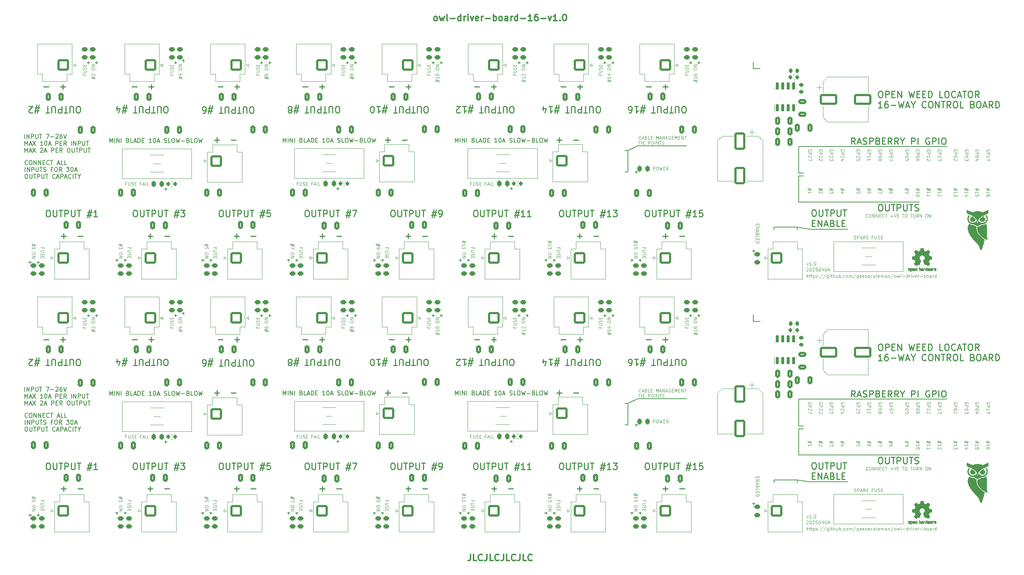
<source format=gbr>
%TF.GenerationSoftware,KiCad,Pcbnew,9.0.0+dfsg-1*%
%TF.CreationDate,2025-04-06T22:27:04+01:00*%
%TF.ProjectId,panel-16,70616e65-6c2d-4313-962e-6b696361645f,rev?*%
%TF.SameCoordinates,Original*%
%TF.FileFunction,Legend,Top*%
%TF.FilePolarity,Positive*%
%FSLAX46Y46*%
G04 Gerber Fmt 4.6, Leading zero omitted, Abs format (unit mm)*
G04 Created by KiCad (PCBNEW 9.0.0+dfsg-1) date 2025-04-06 22:27:04*
%MOMM*%
%LPD*%
G01*
G04 APERTURE LIST*
G04 Aperture macros list*
%AMRoundRect*
0 Rectangle with rounded corners*
0 $1 Rounding radius*
0 $2 $3 $4 $5 $6 $7 $8 $9 X,Y pos of 4 corners*
0 Add a 4 corners polygon primitive as box body*
4,1,4,$2,$3,$4,$5,$6,$7,$8,$9,$2,$3,0*
0 Add four circle primitives for the rounded corners*
1,1,$1+$1,$2,$3*
1,1,$1+$1,$4,$5*
1,1,$1+$1,$6,$7*
1,1,$1+$1,$8,$9*
0 Add four rect primitives between the rounded corners*
20,1,$1+$1,$2,$3,$4,$5,0*
20,1,$1+$1,$4,$5,$6,$7,0*
20,1,$1+$1,$6,$7,$8,$9,0*
20,1,$1+$1,$8,$9,$2,$3,0*%
G04 Aperture macros list end*
%ADD10C,0.150000*%
%ADD11C,0.010000*%
%ADD12C,0.120000*%
%ADD13C,0.240000*%
%ADD14C,0.300000*%
%ADD15RoundRect,0.243750X0.456250X-0.243750X0.456250X0.243750X-0.456250X0.243750X-0.456250X-0.243750X0*%
%ADD16RoundRect,0.243750X-0.456250X0.243750X-0.456250X-0.243750X0.456250X-0.243750X0.456250X0.243750X0*%
%ADD17C,1.000000*%
%ADD18RoundRect,0.250001X-1.099999X-1.099999X1.099999X-1.099999X1.099999X1.099999X-1.099999X1.099999X0*%
%ADD19C,2.700000*%
%ADD20RoundRect,0.250001X1.099999X1.099999X-1.099999X1.099999X-1.099999X-1.099999X1.099999X-1.099999X0*%
%ADD21RoundRect,0.250000X0.325000X0.650000X-0.325000X0.650000X-0.325000X-0.650000X0.325000X-0.650000X0*%
%ADD22RoundRect,0.250000X-0.325000X-0.650000X0.325000X-0.650000X0.325000X0.650000X-0.325000X0.650000X0*%
%ADD23R,1.727200X1.727200*%
%ADD24O,1.727200X1.727200*%
%ADD25C,2.750000*%
%ADD26RoundRect,0.200000X-0.200000X-0.275000X0.200000X-0.275000X0.200000X0.275000X-0.200000X0.275000X0*%
%ADD27RoundRect,0.225000X-0.225000X-0.250000X0.225000X-0.250000X0.225000X0.250000X-0.225000X0.250000X0*%
%ADD28R,1.700000X1.700000*%
%ADD29O,1.700000X1.700000*%
%ADD30C,4.950000*%
%ADD31R,3.100000X2.400000*%
%ADD32RoundRect,0.150000X0.150000X-0.737500X0.150000X0.737500X-0.150000X0.737500X-0.150000X-0.737500X0*%
%ADD33RoundRect,0.243750X-0.243750X-0.456250X0.243750X-0.456250X0.243750X0.456250X-0.243750X0.456250X0*%
%ADD34R,3.600000X2.700000*%
%ADD35RoundRect,0.250000X-1.750000X-1.000000X1.750000X-1.000000X1.750000X1.000000X-1.750000X1.000000X0*%
%ADD36RoundRect,0.225000X-0.250000X0.225000X-0.250000X-0.225000X0.250000X-0.225000X0.250000X0.225000X0*%
%ADD37C,2.780000*%
%ADD38RoundRect,0.243750X0.243750X0.456250X-0.243750X0.456250X-0.243750X-0.456250X0.243750X-0.456250X0*%
%ADD39C,1.500000*%
%ADD40RoundRect,0.250000X0.650000X-0.325000X0.650000X0.325000X-0.650000X0.325000X-0.650000X-0.325000X0*%
%ADD41RoundRect,0.250000X-1.000000X1.750000X-1.000000X-1.750000X1.000000X-1.750000X1.000000X1.750000X0*%
G04 APERTURE END LIST*
D10*
X217689350Y-130300000D02*
X217689350Y-130900000D01*
D11*
X257329413Y-67338274D02*
X257357921Y-67361406D01*
X257385989Y-67383212D01*
X257413838Y-67403809D01*
X257441689Y-67423312D01*
X257469764Y-67441836D01*
X257498283Y-67459498D01*
X257527468Y-67476413D01*
X257557540Y-67492697D01*
X257588719Y-67508466D01*
X257621228Y-67523834D01*
X257655287Y-67538919D01*
X257691118Y-67553836D01*
X257728941Y-67568699D01*
X257768977Y-67583626D01*
X257811448Y-67598732D01*
X257856575Y-67614133D01*
X257928274Y-67638799D01*
X258001104Y-67664963D01*
X258066551Y-67689501D01*
X258116099Y-67709290D01*
X258157261Y-67727466D01*
X258205028Y-67749823D01*
X258256340Y-67774799D01*
X258308138Y-67800834D01*
X258357362Y-67826365D01*
X258400953Y-67849831D01*
X258435851Y-67869669D01*
X258458996Y-67884318D01*
X258484196Y-67902209D01*
X258580006Y-67857268D01*
X258670743Y-67817251D01*
X258764396Y-67780893D01*
X258860713Y-67748224D01*
X258959445Y-67719270D01*
X259060341Y-67694061D01*
X259163152Y-67672623D01*
X259267626Y-67654985D01*
X259373515Y-67641174D01*
X259480567Y-67631219D01*
X259588533Y-67625147D01*
X259697162Y-67622987D01*
X259806203Y-67624766D01*
X259915408Y-67630512D01*
X260024526Y-67640254D01*
X260133305Y-67654018D01*
X260241497Y-67671834D01*
X260317171Y-67686780D01*
X260390826Y-67703432D01*
X260463083Y-67721980D01*
X260534563Y-67742612D01*
X260605888Y-67765518D01*
X260677678Y-67790888D01*
X260750556Y-67818910D01*
X260825142Y-67849775D01*
X260943434Y-67900360D01*
X261044396Y-67842103D01*
X261094707Y-67814035D01*
X261147173Y-67786647D01*
X261201764Y-67759951D01*
X261258448Y-67733963D01*
X261317195Y-67708695D01*
X261377973Y-67684161D01*
X261440753Y-67660375D01*
X261505503Y-67637351D01*
X261612229Y-67599697D01*
X261703280Y-67565379D01*
X261781343Y-67533049D01*
X261816343Y-67517209D01*
X261849105Y-67501361D01*
X261879963Y-67485338D01*
X261909254Y-67468970D01*
X261937314Y-67452089D01*
X261964478Y-67434528D01*
X261991083Y-67416117D01*
X262017464Y-67396689D01*
X262070898Y-67354108D01*
X262090994Y-67337377D01*
X262099109Y-67330916D01*
X262102748Y-67328194D01*
X262106133Y-67325823D01*
X262109283Y-67323814D01*
X262112216Y-67322176D01*
X262114951Y-67320918D01*
X262117507Y-67320049D01*
X262119903Y-67319580D01*
X262122156Y-67319518D01*
X262124286Y-67319875D01*
X262126311Y-67320658D01*
X262128250Y-67321879D01*
X262130122Y-67323545D01*
X262131945Y-67325667D01*
X262133738Y-67328254D01*
X262135519Y-67331316D01*
X262137307Y-67334861D01*
X262139122Y-67338899D01*
X262140981Y-67343440D01*
X262144906Y-67354068D01*
X262149233Y-67366819D01*
X262159689Y-67398995D01*
X262176433Y-67455221D01*
X262189866Y-67510572D01*
X262200011Y-67564908D01*
X262206890Y-67618089D01*
X262210527Y-67669976D01*
X262210943Y-67720431D01*
X262208162Y-67769314D01*
X262202207Y-67816485D01*
X262193099Y-67861805D01*
X262180862Y-67905135D01*
X262165518Y-67946336D01*
X262147090Y-67985268D01*
X262125601Y-68021792D01*
X262101073Y-68055769D01*
X262073529Y-68087059D01*
X262042992Y-68115524D01*
X262029945Y-68126295D01*
X262016989Y-68136508D01*
X262004033Y-68146214D01*
X261990980Y-68155462D01*
X261977738Y-68164303D01*
X261964212Y-68172786D01*
X261950309Y-68180963D01*
X261935934Y-68188882D01*
X261920994Y-68196595D01*
X261905394Y-68204151D01*
X261889040Y-68211600D01*
X261871839Y-68218992D01*
X261853697Y-68226378D01*
X261834519Y-68233807D01*
X261814212Y-68241331D01*
X261792681Y-68248998D01*
X261626516Y-68309899D01*
X261465115Y-68374637D01*
X261309150Y-68442877D01*
X261159290Y-68514286D01*
X261016206Y-68588530D01*
X260880569Y-68665277D01*
X260753049Y-68744193D01*
X260634316Y-68824943D01*
X260550723Y-68886585D01*
X260470876Y-68949352D01*
X260394760Y-69013263D01*
X260322358Y-69078340D01*
X260253653Y-69144604D01*
X260188630Y-69212075D01*
X260127271Y-69280773D01*
X260069562Y-69350720D01*
X260015484Y-69421935D01*
X259965023Y-69494440D01*
X259918162Y-69568255D01*
X259874884Y-69643401D01*
X259835173Y-69719897D01*
X259799012Y-69797766D01*
X259766386Y-69877027D01*
X259737278Y-69957702D01*
X259704329Y-70055732D01*
X259669802Y-69949212D01*
X259637346Y-69858155D01*
X259599444Y-69768212D01*
X259556163Y-69679456D01*
X259507567Y-69591961D01*
X259453720Y-69505800D01*
X259394689Y-69421046D01*
X259330536Y-69337773D01*
X259261328Y-69256052D01*
X259187129Y-69175959D01*
X259108005Y-69097565D01*
X259024019Y-69020945D01*
X258935237Y-68946171D01*
X258841723Y-68873317D01*
X258743544Y-68802455D01*
X258640762Y-68733660D01*
X258533444Y-68667003D01*
X258432754Y-68608839D01*
X258327508Y-68552095D01*
X258217980Y-68496897D01*
X258104444Y-68443370D01*
X257987172Y-68391637D01*
X257866439Y-68341825D01*
X257742519Y-68294057D01*
X257615685Y-68248460D01*
X257564792Y-68229387D01*
X257517541Y-68208709D01*
X257473882Y-68186362D01*
X257453385Y-68174542D01*
X257433768Y-68162281D01*
X257415025Y-68149570D01*
X257397150Y-68136402D01*
X257380137Y-68122769D01*
X257363979Y-68108662D01*
X257348671Y-68094074D01*
X257334207Y-68078996D01*
X257320580Y-68063420D01*
X257307784Y-68047340D01*
X257295814Y-68030745D01*
X257284663Y-68013629D01*
X257274325Y-67995983D01*
X257264794Y-67977800D01*
X257256064Y-67959070D01*
X257248129Y-67939788D01*
X257240983Y-67919943D01*
X257234620Y-67899529D01*
X257229033Y-67878537D01*
X257224217Y-67856959D01*
X257220166Y-67834788D01*
X257216873Y-67812014D01*
X257212537Y-67764630D01*
X257211163Y-67714742D01*
X257211749Y-67672076D01*
X257212470Y-67652367D01*
X257213519Y-67633497D01*
X257214925Y-67615280D01*
X257216718Y-67597532D01*
X257218931Y-67580070D01*
X257221593Y-67562710D01*
X257224735Y-67545267D01*
X257228388Y-67527557D01*
X257232582Y-67509396D01*
X257237348Y-67490601D01*
X257248718Y-67450371D01*
X257262743Y-67405392D01*
X257293883Y-67308873D01*
X257329413Y-67338274D01*
G36*
X257329413Y-67338274D02*
G01*
X257357921Y-67361406D01*
X257385989Y-67383212D01*
X257413838Y-67403809D01*
X257441689Y-67423312D01*
X257469764Y-67441836D01*
X257498283Y-67459498D01*
X257527468Y-67476413D01*
X257557540Y-67492697D01*
X257588719Y-67508466D01*
X257621228Y-67523834D01*
X257655287Y-67538919D01*
X257691118Y-67553836D01*
X257728941Y-67568699D01*
X257768977Y-67583626D01*
X257811448Y-67598732D01*
X257856575Y-67614133D01*
X257928274Y-67638799D01*
X258001104Y-67664963D01*
X258066551Y-67689501D01*
X258116099Y-67709290D01*
X258157261Y-67727466D01*
X258205028Y-67749823D01*
X258256340Y-67774799D01*
X258308138Y-67800834D01*
X258357362Y-67826365D01*
X258400953Y-67849831D01*
X258435851Y-67869669D01*
X258458996Y-67884318D01*
X258484196Y-67902209D01*
X258580006Y-67857268D01*
X258670743Y-67817251D01*
X258764396Y-67780893D01*
X258860713Y-67748224D01*
X258959445Y-67719270D01*
X259060341Y-67694061D01*
X259163152Y-67672623D01*
X259267626Y-67654985D01*
X259373515Y-67641174D01*
X259480567Y-67631219D01*
X259588533Y-67625147D01*
X259697162Y-67622987D01*
X259806203Y-67624766D01*
X259915408Y-67630512D01*
X260024526Y-67640254D01*
X260133305Y-67654018D01*
X260241497Y-67671834D01*
X260317171Y-67686780D01*
X260390826Y-67703432D01*
X260463083Y-67721980D01*
X260534563Y-67742612D01*
X260605888Y-67765518D01*
X260677678Y-67790888D01*
X260750556Y-67818910D01*
X260825142Y-67849775D01*
X260943434Y-67900360D01*
X261044396Y-67842103D01*
X261094707Y-67814035D01*
X261147173Y-67786647D01*
X261201764Y-67759951D01*
X261258448Y-67733963D01*
X261317195Y-67708695D01*
X261377973Y-67684161D01*
X261440753Y-67660375D01*
X261505503Y-67637351D01*
X261612229Y-67599697D01*
X261703280Y-67565379D01*
X261781343Y-67533049D01*
X261816343Y-67517209D01*
X261849105Y-67501361D01*
X261879963Y-67485338D01*
X261909254Y-67468970D01*
X261937314Y-67452089D01*
X261964478Y-67434528D01*
X261991083Y-67416117D01*
X262017464Y-67396689D01*
X262070898Y-67354108D01*
X262090994Y-67337377D01*
X262099109Y-67330916D01*
X262102748Y-67328194D01*
X262106133Y-67325823D01*
X262109283Y-67323814D01*
X262112216Y-67322176D01*
X262114951Y-67320918D01*
X262117507Y-67320049D01*
X262119903Y-67319580D01*
X262122156Y-67319518D01*
X262124286Y-67319875D01*
X262126311Y-67320658D01*
X262128250Y-67321879D01*
X262130122Y-67323545D01*
X262131945Y-67325667D01*
X262133738Y-67328254D01*
X262135519Y-67331316D01*
X262137307Y-67334861D01*
X262139122Y-67338899D01*
X262140981Y-67343440D01*
X262144906Y-67354068D01*
X262149233Y-67366819D01*
X262159689Y-67398995D01*
X262176433Y-67455221D01*
X262189866Y-67510572D01*
X262200011Y-67564908D01*
X262206890Y-67618089D01*
X262210527Y-67669976D01*
X262210943Y-67720431D01*
X262208162Y-67769314D01*
X262202207Y-67816485D01*
X262193099Y-67861805D01*
X262180862Y-67905135D01*
X262165518Y-67946336D01*
X262147090Y-67985268D01*
X262125601Y-68021792D01*
X262101073Y-68055769D01*
X262073529Y-68087059D01*
X262042992Y-68115524D01*
X262029945Y-68126295D01*
X262016989Y-68136508D01*
X262004033Y-68146214D01*
X261990980Y-68155462D01*
X261977738Y-68164303D01*
X261964212Y-68172786D01*
X261950309Y-68180963D01*
X261935934Y-68188882D01*
X261920994Y-68196595D01*
X261905394Y-68204151D01*
X261889040Y-68211600D01*
X261871839Y-68218992D01*
X261853697Y-68226378D01*
X261834519Y-68233807D01*
X261814212Y-68241331D01*
X261792681Y-68248998D01*
X261626516Y-68309899D01*
X261465115Y-68374637D01*
X261309150Y-68442877D01*
X261159290Y-68514286D01*
X261016206Y-68588530D01*
X260880569Y-68665277D01*
X260753049Y-68744193D01*
X260634316Y-68824943D01*
X260550723Y-68886585D01*
X260470876Y-68949352D01*
X260394760Y-69013263D01*
X260322358Y-69078340D01*
X260253653Y-69144604D01*
X260188630Y-69212075D01*
X260127271Y-69280773D01*
X260069562Y-69350720D01*
X260015484Y-69421935D01*
X259965023Y-69494440D01*
X259918162Y-69568255D01*
X259874884Y-69643401D01*
X259835173Y-69719897D01*
X259799012Y-69797766D01*
X259766386Y-69877027D01*
X259737278Y-69957702D01*
X259704329Y-70055732D01*
X259669802Y-69949212D01*
X259637346Y-69858155D01*
X259599444Y-69768212D01*
X259556163Y-69679456D01*
X259507567Y-69591961D01*
X259453720Y-69505800D01*
X259394689Y-69421046D01*
X259330536Y-69337773D01*
X259261328Y-69256052D01*
X259187129Y-69175959D01*
X259108005Y-69097565D01*
X259024019Y-69020945D01*
X258935237Y-68946171D01*
X258841723Y-68873317D01*
X258743544Y-68802455D01*
X258640762Y-68733660D01*
X258533444Y-68667003D01*
X258432754Y-68608839D01*
X258327508Y-68552095D01*
X258217980Y-68496897D01*
X258104444Y-68443370D01*
X257987172Y-68391637D01*
X257866439Y-68341825D01*
X257742519Y-68294057D01*
X257615685Y-68248460D01*
X257564792Y-68229387D01*
X257517541Y-68208709D01*
X257473882Y-68186362D01*
X257453385Y-68174542D01*
X257433768Y-68162281D01*
X257415025Y-68149570D01*
X257397150Y-68136402D01*
X257380137Y-68122769D01*
X257363979Y-68108662D01*
X257348671Y-68094074D01*
X257334207Y-68078996D01*
X257320580Y-68063420D01*
X257307784Y-68047340D01*
X257295814Y-68030745D01*
X257284663Y-68013629D01*
X257274325Y-67995983D01*
X257264794Y-67977800D01*
X257256064Y-67959070D01*
X257248129Y-67939788D01*
X257240983Y-67919943D01*
X257234620Y-67899529D01*
X257229033Y-67878537D01*
X257224217Y-67856959D01*
X257220166Y-67834788D01*
X257216873Y-67812014D01*
X257212537Y-67764630D01*
X257211163Y-67714742D01*
X257211749Y-67672076D01*
X257212470Y-67652367D01*
X257213519Y-67633497D01*
X257214925Y-67615280D01*
X257216718Y-67597532D01*
X257218931Y-67580070D01*
X257221593Y-67562710D01*
X257224735Y-67545267D01*
X257228388Y-67527557D01*
X257232582Y-67509396D01*
X257237348Y-67490601D01*
X257248718Y-67450371D01*
X257262743Y-67405392D01*
X257293883Y-67308873D01*
X257329413Y-67338274D01*
G37*
D10*
X218089350Y-111500000D02*
X252589350Y-111500000D01*
D11*
X261116393Y-68858682D02*
X261138331Y-68869787D01*
X261156801Y-68879339D01*
X261169862Y-68886319D01*
X261173757Y-68888527D01*
X261175572Y-68889709D01*
X261175705Y-68889894D01*
X261175770Y-68890134D01*
X261175766Y-68890427D01*
X261175695Y-68890772D01*
X261175560Y-68891168D01*
X261175361Y-68891612D01*
X261175099Y-68892103D01*
X261174777Y-68892639D01*
X261173956Y-68893842D01*
X261172910Y-68895207D01*
X261171649Y-68896721D01*
X261170186Y-68898372D01*
X261168532Y-68900146D01*
X261166699Y-68902030D01*
X261164698Y-68904012D01*
X261162541Y-68906078D01*
X261160239Y-68908216D01*
X261157805Y-68910412D01*
X261155248Y-68912654D01*
X261152583Y-68914928D01*
X261147691Y-68919314D01*
X261143066Y-68924006D01*
X261138710Y-68928986D01*
X261134622Y-68934239D01*
X261130805Y-68939748D01*
X261127260Y-68945496D01*
X261123989Y-68951466D01*
X261120992Y-68957643D01*
X261118272Y-68964008D01*
X261115830Y-68970546D01*
X261113666Y-68977239D01*
X261111783Y-68984072D01*
X261110181Y-68991027D01*
X261108863Y-68998089D01*
X261107829Y-69005239D01*
X261107081Y-69012462D01*
X261106449Y-69027060D01*
X261106567Y-69034401D01*
X261106977Y-69041748D01*
X261107679Y-69049084D01*
X261108676Y-69056393D01*
X261109968Y-69063658D01*
X261111558Y-69070863D01*
X261113446Y-69077990D01*
X261115633Y-69085023D01*
X261118122Y-69091946D01*
X261120914Y-69098742D01*
X261124009Y-69105394D01*
X261127410Y-69111885D01*
X261131117Y-69118199D01*
X261135132Y-69124320D01*
X261141272Y-69132772D01*
X261147562Y-69140611D01*
X261154022Y-69147848D01*
X261160674Y-69154494D01*
X261164077Y-69157599D01*
X261167535Y-69160559D01*
X261171051Y-69163378D01*
X261174628Y-69166055D01*
X261178267Y-69168592D01*
X261181971Y-69170991D01*
X261185743Y-69173253D01*
X261189585Y-69175379D01*
X261193499Y-69177370D01*
X261197490Y-69179228D01*
X261201557Y-69180955D01*
X261205705Y-69182551D01*
X261209936Y-69184018D01*
X261214252Y-69185357D01*
X261218656Y-69186569D01*
X261223150Y-69187656D01*
X261232419Y-69189461D01*
X261242079Y-69190781D01*
X261252151Y-69191628D01*
X261262654Y-69192011D01*
X261269792Y-69192054D01*
X261276412Y-69191956D01*
X261282578Y-69191697D01*
X261288352Y-69191257D01*
X261293797Y-69190616D01*
X261298976Y-69189756D01*
X261303952Y-69188656D01*
X261308788Y-69187297D01*
X261313546Y-69185659D01*
X261318289Y-69183723D01*
X261323081Y-69181468D01*
X261327984Y-69178876D01*
X261333061Y-69175926D01*
X261338375Y-69172599D01*
X261343988Y-69168875D01*
X261349965Y-69164735D01*
X261389636Y-69136771D01*
X261413886Y-69209774D01*
X261419752Y-69228689D01*
X261425014Y-69248237D01*
X261429666Y-69268314D01*
X261433701Y-69288818D01*
X261437114Y-69309646D01*
X261439900Y-69330696D01*
X261442052Y-69351866D01*
X261443566Y-69373052D01*
X261444434Y-69394154D01*
X261444651Y-69415067D01*
X261444212Y-69435689D01*
X261443110Y-69455919D01*
X261441340Y-69475653D01*
X261438897Y-69494789D01*
X261435774Y-69513225D01*
X261431965Y-69530858D01*
X261422611Y-69565669D01*
X261411611Y-69599519D01*
X261398994Y-69632371D01*
X261384788Y-69664189D01*
X261369020Y-69694938D01*
X261351720Y-69724581D01*
X261332915Y-69753083D01*
X261312634Y-69780407D01*
X261290904Y-69806519D01*
X261267754Y-69831381D01*
X261243213Y-69854959D01*
X261217308Y-69877216D01*
X261190067Y-69898117D01*
X261161519Y-69917625D01*
X261131693Y-69935704D01*
X261100615Y-69952320D01*
X261078537Y-69962833D01*
X261056120Y-69972440D01*
X261033407Y-69981136D01*
X261010441Y-69988913D01*
X260987267Y-69995765D01*
X260963928Y-70001686D01*
X260940467Y-70006668D01*
X260916928Y-70010705D01*
X260893354Y-70013790D01*
X260869790Y-70015918D01*
X260846279Y-70017081D01*
X260822864Y-70017272D01*
X260799589Y-70016485D01*
X260776498Y-70014713D01*
X260753634Y-70011951D01*
X260731041Y-70008190D01*
X260731057Y-70008191D01*
X260706065Y-70002998D01*
X260681715Y-69997023D01*
X260657981Y-69990253D01*
X260634834Y-69982671D01*
X260612247Y-69974263D01*
X260590194Y-69965015D01*
X260568647Y-69954911D01*
X260547579Y-69943936D01*
X260526963Y-69932075D01*
X260506772Y-69919315D01*
X260486978Y-69905638D01*
X260467554Y-69891032D01*
X260448473Y-69875481D01*
X260429708Y-69858969D01*
X260411232Y-69841483D01*
X260393017Y-69823007D01*
X260381575Y-69810674D01*
X260370407Y-69797970D01*
X260359537Y-69784934D01*
X260348987Y-69771603D01*
X260338781Y-69758012D01*
X260328942Y-69744199D01*
X260319491Y-69730201D01*
X260310453Y-69716055D01*
X260301849Y-69701797D01*
X260293704Y-69687464D01*
X260286039Y-69673093D01*
X260278877Y-69658722D01*
X260272242Y-69644385D01*
X260266156Y-69630122D01*
X260260643Y-69615968D01*
X260255724Y-69601960D01*
X260244118Y-69567297D01*
X260239709Y-69553260D01*
X260236411Y-69540912D01*
X260235221Y-69535253D01*
X260234359Y-69529873D01*
X260233843Y-69524726D01*
X260233690Y-69519764D01*
X260233917Y-69514940D01*
X260234541Y-69510205D01*
X260235578Y-69505512D01*
X260237046Y-69500815D01*
X260238962Y-69496065D01*
X260241342Y-69491214D01*
X260244205Y-69486217D01*
X260247566Y-69481024D01*
X260251444Y-69475588D01*
X260255854Y-69469863D01*
X260266340Y-69457352D01*
X260279163Y-69443110D01*
X260294457Y-69426759D01*
X260333004Y-69386205D01*
X260366791Y-69351184D01*
X260401140Y-69316808D01*
X260436064Y-69283068D01*
X260471577Y-69249952D01*
X260507692Y-69217450D01*
X260544422Y-69185552D01*
X260581781Y-69154247D01*
X260619783Y-69123524D01*
X260658440Y-69093373D01*
X260697766Y-69063782D01*
X260737775Y-69034742D01*
X260778479Y-69006242D01*
X260819893Y-68978271D01*
X260862028Y-68950819D01*
X260904900Y-68923874D01*
X260948521Y-68897426D01*
X261060572Y-68830700D01*
X261116393Y-68858682D01*
G36*
X261116393Y-68858682D02*
G01*
X261138331Y-68869787D01*
X261156801Y-68879339D01*
X261169862Y-68886319D01*
X261173757Y-68888527D01*
X261175572Y-68889709D01*
X261175705Y-68889894D01*
X261175770Y-68890134D01*
X261175766Y-68890427D01*
X261175695Y-68890772D01*
X261175560Y-68891168D01*
X261175361Y-68891612D01*
X261175099Y-68892103D01*
X261174777Y-68892639D01*
X261173956Y-68893842D01*
X261172910Y-68895207D01*
X261171649Y-68896721D01*
X261170186Y-68898372D01*
X261168532Y-68900146D01*
X261166699Y-68902030D01*
X261164698Y-68904012D01*
X261162541Y-68906078D01*
X261160239Y-68908216D01*
X261157805Y-68910412D01*
X261155248Y-68912654D01*
X261152583Y-68914928D01*
X261147691Y-68919314D01*
X261143066Y-68924006D01*
X261138710Y-68928986D01*
X261134622Y-68934239D01*
X261130805Y-68939748D01*
X261127260Y-68945496D01*
X261123989Y-68951466D01*
X261120992Y-68957643D01*
X261118272Y-68964008D01*
X261115830Y-68970546D01*
X261113666Y-68977239D01*
X261111783Y-68984072D01*
X261110181Y-68991027D01*
X261108863Y-68998089D01*
X261107829Y-69005239D01*
X261107081Y-69012462D01*
X261106449Y-69027060D01*
X261106567Y-69034401D01*
X261106977Y-69041748D01*
X261107679Y-69049084D01*
X261108676Y-69056393D01*
X261109968Y-69063658D01*
X261111558Y-69070863D01*
X261113446Y-69077990D01*
X261115633Y-69085023D01*
X261118122Y-69091946D01*
X261120914Y-69098742D01*
X261124009Y-69105394D01*
X261127410Y-69111885D01*
X261131117Y-69118199D01*
X261135132Y-69124320D01*
X261141272Y-69132772D01*
X261147562Y-69140611D01*
X261154022Y-69147848D01*
X261160674Y-69154494D01*
X261164077Y-69157599D01*
X261167535Y-69160559D01*
X261171051Y-69163378D01*
X261174628Y-69166055D01*
X261178267Y-69168592D01*
X261181971Y-69170991D01*
X261185743Y-69173253D01*
X261189585Y-69175379D01*
X261193499Y-69177370D01*
X261197490Y-69179228D01*
X261201557Y-69180955D01*
X261205705Y-69182551D01*
X261209936Y-69184018D01*
X261214252Y-69185357D01*
X261218656Y-69186569D01*
X261223150Y-69187656D01*
X261232419Y-69189461D01*
X261242079Y-69190781D01*
X261252151Y-69191628D01*
X261262654Y-69192011D01*
X261269792Y-69192054D01*
X261276412Y-69191956D01*
X261282578Y-69191697D01*
X261288352Y-69191257D01*
X261293797Y-69190616D01*
X261298976Y-69189756D01*
X261303952Y-69188656D01*
X261308788Y-69187297D01*
X261313546Y-69185659D01*
X261318289Y-69183723D01*
X261323081Y-69181468D01*
X261327984Y-69178876D01*
X261333061Y-69175926D01*
X261338375Y-69172599D01*
X261343988Y-69168875D01*
X261349965Y-69164735D01*
X261389636Y-69136771D01*
X261413886Y-69209774D01*
X261419752Y-69228689D01*
X261425014Y-69248237D01*
X261429666Y-69268314D01*
X261433701Y-69288818D01*
X261437114Y-69309646D01*
X261439900Y-69330696D01*
X261442052Y-69351866D01*
X261443566Y-69373052D01*
X261444434Y-69394154D01*
X261444651Y-69415067D01*
X261444212Y-69435689D01*
X261443110Y-69455919D01*
X261441340Y-69475653D01*
X261438897Y-69494789D01*
X261435774Y-69513225D01*
X261431965Y-69530858D01*
X261422611Y-69565669D01*
X261411611Y-69599519D01*
X261398994Y-69632371D01*
X261384788Y-69664189D01*
X261369020Y-69694938D01*
X261351720Y-69724581D01*
X261332915Y-69753083D01*
X261312634Y-69780407D01*
X261290904Y-69806519D01*
X261267754Y-69831381D01*
X261243213Y-69854959D01*
X261217308Y-69877216D01*
X261190067Y-69898117D01*
X261161519Y-69917625D01*
X261131693Y-69935704D01*
X261100615Y-69952320D01*
X261078537Y-69962833D01*
X261056120Y-69972440D01*
X261033407Y-69981136D01*
X261010441Y-69988913D01*
X260987267Y-69995765D01*
X260963928Y-70001686D01*
X260940467Y-70006668D01*
X260916928Y-70010705D01*
X260893354Y-70013790D01*
X260869790Y-70015918D01*
X260846279Y-70017081D01*
X260822864Y-70017272D01*
X260799589Y-70016485D01*
X260776498Y-70014713D01*
X260753634Y-70011951D01*
X260731041Y-70008190D01*
X260731057Y-70008191D01*
X260706065Y-70002998D01*
X260681715Y-69997023D01*
X260657981Y-69990253D01*
X260634834Y-69982671D01*
X260612247Y-69974263D01*
X260590194Y-69965015D01*
X260568647Y-69954911D01*
X260547579Y-69943936D01*
X260526963Y-69932075D01*
X260506772Y-69919315D01*
X260486978Y-69905638D01*
X260467554Y-69891032D01*
X260448473Y-69875481D01*
X260429708Y-69858969D01*
X260411232Y-69841483D01*
X260393017Y-69823007D01*
X260381575Y-69810674D01*
X260370407Y-69797970D01*
X260359537Y-69784934D01*
X260348987Y-69771603D01*
X260338781Y-69758012D01*
X260328942Y-69744199D01*
X260319491Y-69730201D01*
X260310453Y-69716055D01*
X260301849Y-69701797D01*
X260293704Y-69687464D01*
X260286039Y-69673093D01*
X260278877Y-69658722D01*
X260272242Y-69644385D01*
X260266156Y-69630122D01*
X260260643Y-69615968D01*
X260255724Y-69601960D01*
X260244118Y-69567297D01*
X260239709Y-69553260D01*
X260236411Y-69540912D01*
X260235221Y-69535253D01*
X260234359Y-69529873D01*
X260233843Y-69524726D01*
X260233690Y-69519764D01*
X260233917Y-69514940D01*
X260234541Y-69510205D01*
X260235578Y-69505512D01*
X260237046Y-69500815D01*
X260238962Y-69496065D01*
X260241342Y-69491214D01*
X260244205Y-69486217D01*
X260247566Y-69481024D01*
X260251444Y-69475588D01*
X260255854Y-69469863D01*
X260266340Y-69457352D01*
X260279163Y-69443110D01*
X260294457Y-69426759D01*
X260333004Y-69386205D01*
X260366791Y-69351184D01*
X260401140Y-69316808D01*
X260436064Y-69283068D01*
X260471577Y-69249952D01*
X260507692Y-69217450D01*
X260544422Y-69185552D01*
X260581781Y-69154247D01*
X260619783Y-69123524D01*
X260658440Y-69093373D01*
X260697766Y-69063782D01*
X260737775Y-69034742D01*
X260778479Y-69006242D01*
X260819893Y-68978271D01*
X260862028Y-68950819D01*
X260904900Y-68923874D01*
X260948521Y-68897426D01*
X261060572Y-68830700D01*
X261116393Y-68858682D01*
G37*
D10*
X178289350Y-112500000D02*
X180589350Y-111400000D01*
X218089350Y-124500000D02*
X246189350Y-124500000D01*
D11*
X261653604Y-70567583D02*
X261655758Y-70569569D01*
X261661154Y-70577237D01*
X261667854Y-70589438D01*
X261675682Y-70605700D01*
X261684459Y-70625550D01*
X261694011Y-70648514D01*
X261714728Y-70701892D01*
X261736421Y-70762050D01*
X261757674Y-70825204D01*
X261777075Y-70887567D01*
X261785639Y-70917270D01*
X261793210Y-70945356D01*
X261809254Y-71010719D01*
X261823441Y-71075936D01*
X261835790Y-71141626D01*
X261846322Y-71208411D01*
X261855057Y-71276910D01*
X261862017Y-71347744D01*
X261867220Y-71421532D01*
X261870688Y-71498895D01*
X261872441Y-71580454D01*
X261872499Y-71666828D01*
X261870883Y-71758637D01*
X261867612Y-71856503D01*
X261856192Y-72072882D01*
X261838400Y-72320926D01*
X261820086Y-72563295D01*
X261809344Y-72739571D01*
X261806213Y-72815262D01*
X261804256Y-72889237D01*
X261802901Y-73051779D01*
X261803855Y-73170247D01*
X261807032Y-73278530D01*
X261812628Y-73378491D01*
X261820839Y-73471997D01*
X261831861Y-73560911D01*
X261845889Y-73647099D01*
X261863121Y-73732426D01*
X261883751Y-73818756D01*
X261895346Y-73860846D01*
X261909846Y-73908524D01*
X261926376Y-73959314D01*
X261944061Y-74010738D01*
X261962027Y-74060317D01*
X261979400Y-74105574D01*
X261995305Y-74144032D01*
X262008868Y-74173212D01*
X262012483Y-74180392D01*
X262015855Y-74187282D01*
X262018910Y-74193716D01*
X262021575Y-74199531D01*
X262023776Y-74204561D01*
X262025439Y-74208642D01*
X262026491Y-74211611D01*
X262026765Y-74212626D01*
X262026858Y-74213301D01*
X262026794Y-74214087D01*
X262026594Y-74214792D01*
X262026439Y-74215114D01*
X262026246Y-74215415D01*
X262026014Y-74215694D01*
X262025740Y-74215952D01*
X262025424Y-74216188D01*
X262025064Y-74216402D01*
X262024206Y-74216762D01*
X262023155Y-74217030D01*
X262021900Y-74217203D01*
X262020429Y-74217278D01*
X262018731Y-74217255D01*
X262016795Y-74217129D01*
X262014608Y-74216899D01*
X262012161Y-74216562D01*
X262009440Y-74216116D01*
X262006435Y-74215559D01*
X262003135Y-74214888D01*
X261999527Y-74214100D01*
X261995601Y-74213193D01*
X261986749Y-74211015D01*
X261976486Y-74208332D01*
X261964722Y-74205127D01*
X261951364Y-74201379D01*
X261936323Y-74197070D01*
X261919506Y-74192181D01*
X261900822Y-74186691D01*
X261900799Y-74186753D01*
X261831385Y-74165410D01*
X261762945Y-74142595D01*
X261695570Y-74118344D01*
X261629350Y-74092695D01*
X261564378Y-74065683D01*
X261500743Y-74037347D01*
X261438538Y-74007721D01*
X261377854Y-73976843D01*
X261255536Y-73909459D01*
X261135766Y-73837346D01*
X261018782Y-73760744D01*
X260904825Y-73679891D01*
X260794135Y-73595028D01*
X260686952Y-73506392D01*
X260583516Y-73414223D01*
X260484066Y-73318760D01*
X260388842Y-73220242D01*
X260298086Y-73118909D01*
X260212035Y-73014999D01*
X260130931Y-72908751D01*
X260055013Y-72800404D01*
X259984522Y-72690198D01*
X259919697Y-72578372D01*
X259860777Y-72465164D01*
X259836538Y-72414641D01*
X259813984Y-72365205D01*
X259793084Y-72316744D01*
X259773807Y-72269145D01*
X259756124Y-72222297D01*
X259740003Y-72176087D01*
X259725413Y-72130403D01*
X259712324Y-72085133D01*
X259700706Y-72040164D01*
X259690526Y-71995384D01*
X259681756Y-71950682D01*
X259674363Y-71905945D01*
X259668318Y-71861061D01*
X259663589Y-71815917D01*
X259660146Y-71770401D01*
X259657958Y-71724402D01*
X259656675Y-71670940D01*
X259656701Y-71621821D01*
X259658103Y-71576208D01*
X259660953Y-71533263D01*
X259665319Y-71492148D01*
X259671272Y-71452027D01*
X259678882Y-71412061D01*
X259688218Y-71371414D01*
X259702877Y-71312274D01*
X259748467Y-71296064D01*
X259792347Y-71279455D01*
X259848469Y-71256676D01*
X259913380Y-71229246D01*
X259983629Y-71198687D01*
X260126328Y-71134267D01*
X260191873Y-71103448D01*
X260248944Y-71075584D01*
X260311330Y-71043805D01*
X260369605Y-71012994D01*
X260423915Y-70983062D01*
X260474407Y-70953925D01*
X260521228Y-70925494D01*
X260564524Y-70897683D01*
X260604444Y-70870406D01*
X260641133Y-70843575D01*
X260709643Y-70791615D01*
X260770894Y-70801115D01*
X260790232Y-70803666D01*
X260811462Y-70805619D01*
X260834328Y-70806988D01*
X260858578Y-70807787D01*
X260910219Y-70807735D01*
X260964361Y-70805577D01*
X261018978Y-70801432D01*
X261072048Y-70795414D01*
X261097370Y-70791739D01*
X261121545Y-70787640D01*
X261144322Y-70783130D01*
X261165446Y-70778225D01*
X261193437Y-70770774D01*
X261222591Y-70762251D01*
X261283392Y-70742406D01*
X261345860Y-70719530D01*
X261408004Y-70694463D01*
X261467837Y-70668045D01*
X261523369Y-70641115D01*
X261572610Y-70614512D01*
X261594250Y-70601597D01*
X261613572Y-70589078D01*
X261620239Y-70584625D01*
X261626683Y-70580471D01*
X261632745Y-70576706D01*
X261638268Y-70573422D01*
X261643097Y-70570708D01*
X261647073Y-70568658D01*
X261648693Y-70567909D01*
X261650041Y-70567360D01*
X261651097Y-70567023D01*
X261651843Y-70566908D01*
X261653604Y-70567583D01*
G36*
X261653604Y-70567583D02*
G01*
X261655758Y-70569569D01*
X261661154Y-70577237D01*
X261667854Y-70589438D01*
X261675682Y-70605700D01*
X261684459Y-70625550D01*
X261694011Y-70648514D01*
X261714728Y-70701892D01*
X261736421Y-70762050D01*
X261757674Y-70825204D01*
X261777075Y-70887567D01*
X261785639Y-70917270D01*
X261793210Y-70945356D01*
X261809254Y-71010719D01*
X261823441Y-71075936D01*
X261835790Y-71141626D01*
X261846322Y-71208411D01*
X261855057Y-71276910D01*
X261862017Y-71347744D01*
X261867220Y-71421532D01*
X261870688Y-71498895D01*
X261872441Y-71580454D01*
X261872499Y-71666828D01*
X261870883Y-71758637D01*
X261867612Y-71856503D01*
X261856192Y-72072882D01*
X261838400Y-72320926D01*
X261820086Y-72563295D01*
X261809344Y-72739571D01*
X261806213Y-72815262D01*
X261804256Y-72889237D01*
X261802901Y-73051779D01*
X261803855Y-73170247D01*
X261807032Y-73278530D01*
X261812628Y-73378491D01*
X261820839Y-73471997D01*
X261831861Y-73560911D01*
X261845889Y-73647099D01*
X261863121Y-73732426D01*
X261883751Y-73818756D01*
X261895346Y-73860846D01*
X261909846Y-73908524D01*
X261926376Y-73959314D01*
X261944061Y-74010738D01*
X261962027Y-74060317D01*
X261979400Y-74105574D01*
X261995305Y-74144032D01*
X262008868Y-74173212D01*
X262012483Y-74180392D01*
X262015855Y-74187282D01*
X262018910Y-74193716D01*
X262021575Y-74199531D01*
X262023776Y-74204561D01*
X262025439Y-74208642D01*
X262026491Y-74211611D01*
X262026765Y-74212626D01*
X262026858Y-74213301D01*
X262026794Y-74214087D01*
X262026594Y-74214792D01*
X262026439Y-74215114D01*
X262026246Y-74215415D01*
X262026014Y-74215694D01*
X262025740Y-74215952D01*
X262025424Y-74216188D01*
X262025064Y-74216402D01*
X262024206Y-74216762D01*
X262023155Y-74217030D01*
X262021900Y-74217203D01*
X262020429Y-74217278D01*
X262018731Y-74217255D01*
X262016795Y-74217129D01*
X262014608Y-74216899D01*
X262012161Y-74216562D01*
X262009440Y-74216116D01*
X262006435Y-74215559D01*
X262003135Y-74214888D01*
X261999527Y-74214100D01*
X261995601Y-74213193D01*
X261986749Y-74211015D01*
X261976486Y-74208332D01*
X261964722Y-74205127D01*
X261951364Y-74201379D01*
X261936323Y-74197070D01*
X261919506Y-74192181D01*
X261900822Y-74186691D01*
X261900799Y-74186753D01*
X261831385Y-74165410D01*
X261762945Y-74142595D01*
X261695570Y-74118344D01*
X261629350Y-74092695D01*
X261564378Y-74065683D01*
X261500743Y-74037347D01*
X261438538Y-74007721D01*
X261377854Y-73976843D01*
X261255536Y-73909459D01*
X261135766Y-73837346D01*
X261018782Y-73760744D01*
X260904825Y-73679891D01*
X260794135Y-73595028D01*
X260686952Y-73506392D01*
X260583516Y-73414223D01*
X260484066Y-73318760D01*
X260388842Y-73220242D01*
X260298086Y-73118909D01*
X260212035Y-73014999D01*
X260130931Y-72908751D01*
X260055013Y-72800404D01*
X259984522Y-72690198D01*
X259919697Y-72578372D01*
X259860777Y-72465164D01*
X259836538Y-72414641D01*
X259813984Y-72365205D01*
X259793084Y-72316744D01*
X259773807Y-72269145D01*
X259756124Y-72222297D01*
X259740003Y-72176087D01*
X259725413Y-72130403D01*
X259712324Y-72085133D01*
X259700706Y-72040164D01*
X259690526Y-71995384D01*
X259681756Y-71950682D01*
X259674363Y-71905945D01*
X259668318Y-71861061D01*
X259663589Y-71815917D01*
X259660146Y-71770401D01*
X259657958Y-71724402D01*
X259656675Y-71670940D01*
X259656701Y-71621821D01*
X259658103Y-71576208D01*
X259660953Y-71533263D01*
X259665319Y-71492148D01*
X259671272Y-71452027D01*
X259678882Y-71412061D01*
X259688218Y-71371414D01*
X259702877Y-71312274D01*
X259748467Y-71296064D01*
X259792347Y-71279455D01*
X259848469Y-71256676D01*
X259913380Y-71229246D01*
X259983629Y-71198687D01*
X260126328Y-71134267D01*
X260191873Y-71103448D01*
X260248944Y-71075584D01*
X260311330Y-71043805D01*
X260369605Y-71012994D01*
X260423915Y-70983062D01*
X260474407Y-70953925D01*
X260521228Y-70925494D01*
X260564524Y-70897683D01*
X260604444Y-70870406D01*
X260641133Y-70843575D01*
X260709643Y-70791615D01*
X260770894Y-70801115D01*
X260790232Y-70803666D01*
X260811462Y-70805619D01*
X260834328Y-70806988D01*
X260858578Y-70807787D01*
X260910219Y-70807735D01*
X260964361Y-70805577D01*
X261018978Y-70801432D01*
X261072048Y-70795414D01*
X261097370Y-70791739D01*
X261121545Y-70787640D01*
X261144322Y-70783130D01*
X261165446Y-70778225D01*
X261193437Y-70770774D01*
X261222591Y-70762251D01*
X261283392Y-70742406D01*
X261345860Y-70719530D01*
X261408004Y-70694463D01*
X261467837Y-70668045D01*
X261523369Y-70641115D01*
X261572610Y-70614512D01*
X261594250Y-70601597D01*
X261613572Y-70589078D01*
X261620239Y-70584625D01*
X261626683Y-70580471D01*
X261632745Y-70576706D01*
X261638268Y-70573422D01*
X261643097Y-70570708D01*
X261647073Y-70568658D01*
X261648693Y-70567909D01*
X261650041Y-70567360D01*
X261651097Y-70567023D01*
X261651843Y-70566908D01*
X261653604Y-70567583D01*
G37*
D10*
X178289350Y-53500000D02*
X180589350Y-52400000D01*
X178289350Y-53500000D02*
X178289350Y-58500000D01*
X212289350Y-130300000D02*
X212289350Y-130900000D01*
X220489350Y-130800000D02*
X229489350Y-130800000D01*
D11*
X257757684Y-70571570D02*
X257758921Y-70571678D01*
X257760240Y-70571890D01*
X257761646Y-70572207D01*
X257763143Y-70572632D01*
X257764737Y-70573165D01*
X257766432Y-70573808D01*
X257768233Y-70574563D01*
X257770145Y-70575432D01*
X257772173Y-70576417D01*
X257774320Y-70577519D01*
X257776593Y-70578739D01*
X257778996Y-70580080D01*
X257781534Y-70581544D01*
X257787033Y-70584844D01*
X257793129Y-70588654D01*
X257799859Y-70592986D01*
X257807263Y-70597854D01*
X257820219Y-70606092D01*
X257835355Y-70615089D01*
X257871023Y-70634814D01*
X257911979Y-70655944D01*
X257955938Y-70677392D01*
X258000613Y-70698072D01*
X258043718Y-70716896D01*
X258082967Y-70732778D01*
X258100431Y-70739276D01*
X258116074Y-70744632D01*
X258152406Y-70755842D01*
X258188920Y-70766024D01*
X258225535Y-70775168D01*
X258262168Y-70783269D01*
X258298735Y-70790317D01*
X258335154Y-70796305D01*
X258371341Y-70801227D01*
X258407215Y-70805073D01*
X258442691Y-70807836D01*
X258477688Y-70809509D01*
X258512122Y-70810085D01*
X258545911Y-70809554D01*
X258578971Y-70807910D01*
X258611219Y-70805145D01*
X258642574Y-70801251D01*
X258672951Y-70796222D01*
X258677863Y-70795386D01*
X258682455Y-70794821D01*
X258684660Y-70794654D01*
X258686819Y-70794572D01*
X258688946Y-70794580D01*
X258691050Y-70794683D01*
X258693144Y-70794888D01*
X258695240Y-70795199D01*
X258697350Y-70795623D01*
X258699484Y-70796165D01*
X258701655Y-70796830D01*
X258703874Y-70797625D01*
X258706154Y-70798554D01*
X258708505Y-70799624D01*
X258710939Y-70800839D01*
X258713469Y-70802206D01*
X258716105Y-70803730D01*
X258718860Y-70805416D01*
X258724772Y-70809300D01*
X258731298Y-70813901D01*
X258738532Y-70819264D01*
X258746566Y-70825433D01*
X258755495Y-70832455D01*
X258765412Y-70840372D01*
X258788192Y-70858090D01*
X258813025Y-70876342D01*
X258839819Y-70895075D01*
X258868480Y-70914235D01*
X258931033Y-70953627D01*
X258999939Y-70994094D01*
X259074453Y-71035213D01*
X259153830Y-71076561D01*
X259237326Y-71117713D01*
X259324196Y-71158247D01*
X259397687Y-71191881D01*
X259420672Y-71202612D01*
X259429860Y-71207146D01*
X259429980Y-71207385D01*
X259430061Y-71207873D01*
X259430107Y-71209568D01*
X259430003Y-71212182D01*
X259429757Y-71215663D01*
X259428861Y-71225022D01*
X259427469Y-71237238D01*
X259425630Y-71251903D01*
X259423396Y-71268610D01*
X259420815Y-71286950D01*
X259417939Y-71306516D01*
X259409650Y-71372543D01*
X259404499Y-71439883D01*
X259402476Y-71508477D01*
X259403567Y-71578263D01*
X259407760Y-71649180D01*
X259415044Y-71721169D01*
X259425405Y-71794167D01*
X259438831Y-71868113D01*
X259455311Y-71942948D01*
X259474832Y-72018610D01*
X259497382Y-72095038D01*
X259522948Y-72172171D01*
X259551519Y-72249948D01*
X259583082Y-72328309D01*
X259617624Y-72407192D01*
X259655135Y-72486537D01*
X259704934Y-72584346D01*
X259757695Y-72680574D01*
X259813472Y-72775282D01*
X259872315Y-72868533D01*
X259934278Y-72960389D01*
X259999412Y-73050912D01*
X260067769Y-73140163D01*
X260139402Y-73228206D01*
X260214362Y-73315102D01*
X260292701Y-73400914D01*
X260374472Y-73485704D01*
X260459727Y-73569533D01*
X260548517Y-73652464D01*
X260640896Y-73734559D01*
X260736914Y-73815881D01*
X260836625Y-73896491D01*
X260875560Y-73926201D01*
X260922157Y-73959962D01*
X260974904Y-73996766D01*
X261032291Y-74035603D01*
X261092806Y-74075465D01*
X261154938Y-74115345D01*
X261217176Y-74154233D01*
X261278010Y-74191121D01*
X261282767Y-74194017D01*
X261287071Y-74196765D01*
X261290935Y-74199385D01*
X261294375Y-74201897D01*
X261297404Y-74204319D01*
X261300037Y-74206670D01*
X261302288Y-74208970D01*
X261304172Y-74211237D01*
X261304981Y-74212365D01*
X261305703Y-74213492D01*
X261306341Y-74214620D01*
X261306897Y-74215753D01*
X261307371Y-74216891D01*
X261307766Y-74218039D01*
X261308084Y-74219198D01*
X261308326Y-74220370D01*
X261308494Y-74221558D01*
X261308591Y-74222764D01*
X261308617Y-74223991D01*
X261308575Y-74225241D01*
X261308294Y-74227821D01*
X261307761Y-74230521D01*
X261302724Y-74254839D01*
X261292366Y-74307019D01*
X261261700Y-74464283D01*
X261203442Y-74747055D01*
X261136075Y-75044624D01*
X261066360Y-75328325D01*
X261032736Y-75456018D01*
X261001059Y-75569494D01*
X260931088Y-75799799D01*
X260862176Y-76003703D01*
X260828275Y-76095425D01*
X260794829Y-76180153D01*
X260761901Y-76257753D01*
X260729553Y-76328094D01*
X260697850Y-76391046D01*
X260666855Y-76446475D01*
X260636630Y-76494251D01*
X260607239Y-76534242D01*
X260578746Y-76566316D01*
X260551214Y-76590342D01*
X260524705Y-76606188D01*
X260499283Y-76613722D01*
X260493367Y-76614479D01*
X260488043Y-76615033D01*
X260483222Y-76615336D01*
X260480972Y-76615380D01*
X260478815Y-76615343D01*
X260476740Y-76615221D01*
X260474735Y-76615007D01*
X260472789Y-76614695D01*
X260470892Y-76614280D01*
X260469031Y-76613756D01*
X260467197Y-76613117D01*
X260465377Y-76612357D01*
X260463561Y-76611470D01*
X260461738Y-76610451D01*
X260459897Y-76609294D01*
X260458026Y-76607993D01*
X260456114Y-76606541D01*
X260454151Y-76604934D01*
X260452125Y-76603166D01*
X260447840Y-76599121D01*
X260443172Y-76594359D01*
X260438030Y-76588835D01*
X260432326Y-76582501D01*
X260425972Y-76575311D01*
X260425986Y-76575325D01*
X260410604Y-76556499D01*
X260394722Y-76534415D01*
X260378357Y-76509110D01*
X260361526Y-76480625D01*
X260344247Y-76448999D01*
X260326537Y-76414272D01*
X260308414Y-76376482D01*
X260289895Y-76335670D01*
X260270997Y-76291875D01*
X260251738Y-76245136D01*
X260232136Y-76195492D01*
X260212207Y-76142984D01*
X260191969Y-76087651D01*
X260171440Y-76029531D01*
X260129578Y-75905092D01*
X260075907Y-75741932D01*
X260037077Y-75626123D01*
X260008818Y-75544033D01*
X259727705Y-75254734D01*
X259535072Y-75055141D01*
X259374124Y-74884617D01*
X259217591Y-74713845D01*
X259038205Y-74513511D01*
X258942987Y-74405417D01*
X258850889Y-74298249D01*
X258744254Y-74171199D01*
X258605427Y-74003459D01*
X258558352Y-73944633D01*
X258499687Y-73868654D01*
X258363255Y-73686492D01*
X258227477Y-73499481D01*
X258169629Y-73417442D01*
X258123698Y-73350132D01*
X258054811Y-73244661D01*
X257989999Y-73141628D01*
X257929197Y-73040888D01*
X257872342Y-72942295D01*
X257819369Y-72845703D01*
X257770215Y-72750966D01*
X257724814Y-72657938D01*
X257683103Y-72566473D01*
X257645018Y-72476426D01*
X257610495Y-72387650D01*
X257579470Y-72300000D01*
X257551878Y-72213331D01*
X257527655Y-72127495D01*
X257506738Y-72042348D01*
X257489061Y-71957742D01*
X257474562Y-71873534D01*
X257470389Y-71843031D01*
X257466829Y-71810030D01*
X257461539Y-71737983D01*
X257458665Y-71660301D01*
X257458182Y-71579889D01*
X257460066Y-71499653D01*
X257464291Y-71422500D01*
X257470831Y-71351336D01*
X257474962Y-71318907D01*
X257479662Y-71289066D01*
X257489896Y-71234340D01*
X257501077Y-71181623D01*
X257513327Y-71130494D01*
X257526765Y-71080532D01*
X257541511Y-71031316D01*
X257557685Y-70982424D01*
X257575406Y-70933435D01*
X257594794Y-70883927D01*
X257610368Y-70847271D01*
X257629230Y-70805586D01*
X257650250Y-70761136D01*
X257672296Y-70716189D01*
X257694238Y-70673010D01*
X257714944Y-70633864D01*
X257733283Y-70601017D01*
X257748124Y-70576734D01*
X257748774Y-70575814D01*
X257749454Y-70574980D01*
X257750168Y-70574231D01*
X257750921Y-70573572D01*
X257751718Y-70573002D01*
X257752563Y-70572524D01*
X257753461Y-70572139D01*
X257754418Y-70571850D01*
X257755437Y-70571658D01*
X257756525Y-70571564D01*
X257757684Y-70571570D01*
G36*
X257757684Y-70571570D02*
G01*
X257758921Y-70571678D01*
X257760240Y-70571890D01*
X257761646Y-70572207D01*
X257763143Y-70572632D01*
X257764737Y-70573165D01*
X257766432Y-70573808D01*
X257768233Y-70574563D01*
X257770145Y-70575432D01*
X257772173Y-70576417D01*
X257774320Y-70577519D01*
X257776593Y-70578739D01*
X257778996Y-70580080D01*
X257781534Y-70581544D01*
X257787033Y-70584844D01*
X257793129Y-70588654D01*
X257799859Y-70592986D01*
X257807263Y-70597854D01*
X257820219Y-70606092D01*
X257835355Y-70615089D01*
X257871023Y-70634814D01*
X257911979Y-70655944D01*
X257955938Y-70677392D01*
X258000613Y-70698072D01*
X258043718Y-70716896D01*
X258082967Y-70732778D01*
X258100431Y-70739276D01*
X258116074Y-70744632D01*
X258152406Y-70755842D01*
X258188920Y-70766024D01*
X258225535Y-70775168D01*
X258262168Y-70783269D01*
X258298735Y-70790317D01*
X258335154Y-70796305D01*
X258371341Y-70801227D01*
X258407215Y-70805073D01*
X258442691Y-70807836D01*
X258477688Y-70809509D01*
X258512122Y-70810085D01*
X258545911Y-70809554D01*
X258578971Y-70807910D01*
X258611219Y-70805145D01*
X258642574Y-70801251D01*
X258672951Y-70796222D01*
X258677863Y-70795386D01*
X258682455Y-70794821D01*
X258684660Y-70794654D01*
X258686819Y-70794572D01*
X258688946Y-70794580D01*
X258691050Y-70794683D01*
X258693144Y-70794888D01*
X258695240Y-70795199D01*
X258697350Y-70795623D01*
X258699484Y-70796165D01*
X258701655Y-70796830D01*
X258703874Y-70797625D01*
X258706154Y-70798554D01*
X258708505Y-70799624D01*
X258710939Y-70800839D01*
X258713469Y-70802206D01*
X258716105Y-70803730D01*
X258718860Y-70805416D01*
X258724772Y-70809300D01*
X258731298Y-70813901D01*
X258738532Y-70819264D01*
X258746566Y-70825433D01*
X258755495Y-70832455D01*
X258765412Y-70840372D01*
X258788192Y-70858090D01*
X258813025Y-70876342D01*
X258839819Y-70895075D01*
X258868480Y-70914235D01*
X258931033Y-70953627D01*
X258999939Y-70994094D01*
X259074453Y-71035213D01*
X259153830Y-71076561D01*
X259237326Y-71117713D01*
X259324196Y-71158247D01*
X259397687Y-71191881D01*
X259420672Y-71202612D01*
X259429860Y-71207146D01*
X259429980Y-71207385D01*
X259430061Y-71207873D01*
X259430107Y-71209568D01*
X259430003Y-71212182D01*
X259429757Y-71215663D01*
X259428861Y-71225022D01*
X259427469Y-71237238D01*
X259425630Y-71251903D01*
X259423396Y-71268610D01*
X259420815Y-71286950D01*
X259417939Y-71306516D01*
X259409650Y-71372543D01*
X259404499Y-71439883D01*
X259402476Y-71508477D01*
X259403567Y-71578263D01*
X259407760Y-71649180D01*
X259415044Y-71721169D01*
X259425405Y-71794167D01*
X259438831Y-71868113D01*
X259455311Y-71942948D01*
X259474832Y-72018610D01*
X259497382Y-72095038D01*
X259522948Y-72172171D01*
X259551519Y-72249948D01*
X259583082Y-72328309D01*
X259617624Y-72407192D01*
X259655135Y-72486537D01*
X259704934Y-72584346D01*
X259757695Y-72680574D01*
X259813472Y-72775282D01*
X259872315Y-72868533D01*
X259934278Y-72960389D01*
X259999412Y-73050912D01*
X260067769Y-73140163D01*
X260139402Y-73228206D01*
X260214362Y-73315102D01*
X260292701Y-73400914D01*
X260374472Y-73485704D01*
X260459727Y-73569533D01*
X260548517Y-73652464D01*
X260640896Y-73734559D01*
X260736914Y-73815881D01*
X260836625Y-73896491D01*
X260875560Y-73926201D01*
X260922157Y-73959962D01*
X260974904Y-73996766D01*
X261032291Y-74035603D01*
X261092806Y-74075465D01*
X261154938Y-74115345D01*
X261217176Y-74154233D01*
X261278010Y-74191121D01*
X261282767Y-74194017D01*
X261287071Y-74196765D01*
X261290935Y-74199385D01*
X261294375Y-74201897D01*
X261297404Y-74204319D01*
X261300037Y-74206670D01*
X261302288Y-74208970D01*
X261304172Y-74211237D01*
X261304981Y-74212365D01*
X261305703Y-74213492D01*
X261306341Y-74214620D01*
X261306897Y-74215753D01*
X261307371Y-74216891D01*
X261307766Y-74218039D01*
X261308084Y-74219198D01*
X261308326Y-74220370D01*
X261308494Y-74221558D01*
X261308591Y-74222764D01*
X261308617Y-74223991D01*
X261308575Y-74225241D01*
X261308294Y-74227821D01*
X261307761Y-74230521D01*
X261302724Y-74254839D01*
X261292366Y-74307019D01*
X261261700Y-74464283D01*
X261203442Y-74747055D01*
X261136075Y-75044624D01*
X261066360Y-75328325D01*
X261032736Y-75456018D01*
X261001059Y-75569494D01*
X260931088Y-75799799D01*
X260862176Y-76003703D01*
X260828275Y-76095425D01*
X260794829Y-76180153D01*
X260761901Y-76257753D01*
X260729553Y-76328094D01*
X260697850Y-76391046D01*
X260666855Y-76446475D01*
X260636630Y-76494251D01*
X260607239Y-76534242D01*
X260578746Y-76566316D01*
X260551214Y-76590342D01*
X260524705Y-76606188D01*
X260499283Y-76613722D01*
X260493367Y-76614479D01*
X260488043Y-76615033D01*
X260483222Y-76615336D01*
X260480972Y-76615380D01*
X260478815Y-76615343D01*
X260476740Y-76615221D01*
X260474735Y-76615007D01*
X260472789Y-76614695D01*
X260470892Y-76614280D01*
X260469031Y-76613756D01*
X260467197Y-76613117D01*
X260465377Y-76612357D01*
X260463561Y-76611470D01*
X260461738Y-76610451D01*
X260459897Y-76609294D01*
X260458026Y-76607993D01*
X260456114Y-76606541D01*
X260454151Y-76604934D01*
X260452125Y-76603166D01*
X260447840Y-76599121D01*
X260443172Y-76594359D01*
X260438030Y-76588835D01*
X260432326Y-76582501D01*
X260425972Y-76575311D01*
X260425986Y-76575325D01*
X260410604Y-76556499D01*
X260394722Y-76534415D01*
X260378357Y-76509110D01*
X260361526Y-76480625D01*
X260344247Y-76448999D01*
X260326537Y-76414272D01*
X260308414Y-76376482D01*
X260289895Y-76335670D01*
X260270997Y-76291875D01*
X260251738Y-76245136D01*
X260232136Y-76195492D01*
X260212207Y-76142984D01*
X260191969Y-76087651D01*
X260171440Y-76029531D01*
X260129578Y-75905092D01*
X260075907Y-75741932D01*
X260037077Y-75626123D01*
X260008818Y-75544033D01*
X259727705Y-75254734D01*
X259535072Y-75055141D01*
X259374124Y-74884617D01*
X259217591Y-74713845D01*
X259038205Y-74513511D01*
X258942987Y-74405417D01*
X258850889Y-74298249D01*
X258744254Y-74171199D01*
X258605427Y-74003459D01*
X258558352Y-73944633D01*
X258499687Y-73868654D01*
X258363255Y-73686492D01*
X258227477Y-73499481D01*
X258169629Y-73417442D01*
X258123698Y-73350132D01*
X258054811Y-73244661D01*
X257989999Y-73141628D01*
X257929197Y-73040888D01*
X257872342Y-72942295D01*
X257819369Y-72845703D01*
X257770215Y-72750966D01*
X257724814Y-72657938D01*
X257683103Y-72566473D01*
X257645018Y-72476426D01*
X257610495Y-72387650D01*
X257579470Y-72300000D01*
X257551878Y-72213331D01*
X257527655Y-72127495D01*
X257506738Y-72042348D01*
X257489061Y-71957742D01*
X257474562Y-71873534D01*
X257470389Y-71843031D01*
X257466829Y-71810030D01*
X257461539Y-71737983D01*
X257458665Y-71660301D01*
X257458182Y-71579889D01*
X257460066Y-71499653D01*
X257464291Y-71422500D01*
X257470831Y-71351336D01*
X257474962Y-71318907D01*
X257479662Y-71289066D01*
X257489896Y-71234340D01*
X257501077Y-71181623D01*
X257513327Y-71130494D01*
X257526765Y-71080532D01*
X257541511Y-71031316D01*
X257557685Y-70982424D01*
X257575406Y-70933435D01*
X257594794Y-70883927D01*
X257610368Y-70847271D01*
X257629230Y-70805586D01*
X257650250Y-70761136D01*
X257672296Y-70716189D01*
X257694238Y-70673010D01*
X257714944Y-70633864D01*
X257733283Y-70601017D01*
X257748124Y-70576734D01*
X257748774Y-70575814D01*
X257749454Y-70574980D01*
X257750168Y-70574231D01*
X257750921Y-70573572D01*
X257751718Y-70573002D01*
X257752563Y-70572524D01*
X257753461Y-70572139D01*
X257754418Y-70571850D01*
X257755437Y-70571658D01*
X257756525Y-70571564D01*
X257757684Y-70571570D01*
G37*
D10*
X212289350Y-71300000D02*
X212289350Y-71900000D01*
X177589350Y-53500000D02*
X178289350Y-53500000D01*
X180589350Y-111400000D02*
X191989350Y-111400000D01*
X178289350Y-58500000D02*
X177589350Y-58500000D01*
X218089350Y-59400000D02*
X218089350Y-65500000D01*
D11*
X261653604Y-129567583D02*
X261655758Y-129569569D01*
X261661154Y-129577237D01*
X261667854Y-129589438D01*
X261675682Y-129605700D01*
X261684459Y-129625550D01*
X261694011Y-129648514D01*
X261714728Y-129701892D01*
X261736421Y-129762050D01*
X261757674Y-129825204D01*
X261777075Y-129887567D01*
X261785639Y-129917270D01*
X261793210Y-129945356D01*
X261809254Y-130010719D01*
X261823441Y-130075936D01*
X261835790Y-130141626D01*
X261846322Y-130208411D01*
X261855057Y-130276910D01*
X261862017Y-130347744D01*
X261867220Y-130421532D01*
X261870688Y-130498895D01*
X261872441Y-130580454D01*
X261872499Y-130666828D01*
X261870883Y-130758637D01*
X261867612Y-130856503D01*
X261856192Y-131072882D01*
X261838400Y-131320926D01*
X261820086Y-131563295D01*
X261809344Y-131739571D01*
X261806213Y-131815262D01*
X261804256Y-131889237D01*
X261802901Y-132051779D01*
X261803855Y-132170247D01*
X261807032Y-132278530D01*
X261812628Y-132378491D01*
X261820839Y-132471997D01*
X261831861Y-132560911D01*
X261845889Y-132647099D01*
X261863121Y-132732426D01*
X261883751Y-132818756D01*
X261895346Y-132860846D01*
X261909846Y-132908524D01*
X261926376Y-132959314D01*
X261944061Y-133010738D01*
X261962027Y-133060317D01*
X261979400Y-133105574D01*
X261995305Y-133144032D01*
X262008868Y-133173212D01*
X262012483Y-133180392D01*
X262015855Y-133187282D01*
X262018910Y-133193716D01*
X262021575Y-133199531D01*
X262023776Y-133204561D01*
X262025439Y-133208642D01*
X262026491Y-133211611D01*
X262026765Y-133212626D01*
X262026858Y-133213301D01*
X262026794Y-133214087D01*
X262026594Y-133214792D01*
X262026439Y-133215114D01*
X262026246Y-133215415D01*
X262026014Y-133215694D01*
X262025740Y-133215952D01*
X262025424Y-133216188D01*
X262025064Y-133216402D01*
X262024206Y-133216762D01*
X262023155Y-133217030D01*
X262021900Y-133217203D01*
X262020429Y-133217278D01*
X262018731Y-133217255D01*
X262016795Y-133217129D01*
X262014608Y-133216899D01*
X262012161Y-133216562D01*
X262009440Y-133216116D01*
X262006435Y-133215559D01*
X262003135Y-133214888D01*
X261999527Y-133214100D01*
X261995601Y-133213193D01*
X261986749Y-133211015D01*
X261976486Y-133208332D01*
X261964722Y-133205127D01*
X261951364Y-133201379D01*
X261936323Y-133197070D01*
X261919506Y-133192181D01*
X261900822Y-133186691D01*
X261900799Y-133186753D01*
X261831385Y-133165410D01*
X261762945Y-133142595D01*
X261695570Y-133118344D01*
X261629350Y-133092695D01*
X261564378Y-133065683D01*
X261500743Y-133037347D01*
X261438538Y-133007721D01*
X261377854Y-132976843D01*
X261255536Y-132909459D01*
X261135766Y-132837346D01*
X261018782Y-132760744D01*
X260904825Y-132679891D01*
X260794135Y-132595028D01*
X260686952Y-132506392D01*
X260583516Y-132414223D01*
X260484066Y-132318760D01*
X260388842Y-132220242D01*
X260298086Y-132118909D01*
X260212035Y-132014999D01*
X260130931Y-131908751D01*
X260055013Y-131800404D01*
X259984522Y-131690198D01*
X259919697Y-131578372D01*
X259860777Y-131465164D01*
X259836538Y-131414641D01*
X259813984Y-131365205D01*
X259793084Y-131316744D01*
X259773807Y-131269145D01*
X259756124Y-131222297D01*
X259740003Y-131176087D01*
X259725413Y-131130403D01*
X259712324Y-131085133D01*
X259700706Y-131040164D01*
X259690526Y-130995384D01*
X259681756Y-130950682D01*
X259674363Y-130905945D01*
X259668318Y-130861061D01*
X259663589Y-130815917D01*
X259660146Y-130770401D01*
X259657958Y-130724402D01*
X259656675Y-130670940D01*
X259656701Y-130621821D01*
X259658103Y-130576208D01*
X259660953Y-130533263D01*
X259665319Y-130492148D01*
X259671272Y-130452027D01*
X259678882Y-130412061D01*
X259688218Y-130371414D01*
X259702877Y-130312274D01*
X259748467Y-130296064D01*
X259792347Y-130279455D01*
X259848469Y-130256676D01*
X259913380Y-130229246D01*
X259983629Y-130198687D01*
X260126328Y-130134267D01*
X260191873Y-130103448D01*
X260248944Y-130075584D01*
X260311330Y-130043805D01*
X260369605Y-130012994D01*
X260423915Y-129983062D01*
X260474407Y-129953925D01*
X260521228Y-129925494D01*
X260564524Y-129897683D01*
X260604444Y-129870406D01*
X260641133Y-129843575D01*
X260709643Y-129791615D01*
X260770894Y-129801115D01*
X260790232Y-129803666D01*
X260811462Y-129805619D01*
X260834328Y-129806988D01*
X260858578Y-129807787D01*
X260910219Y-129807735D01*
X260964361Y-129805577D01*
X261018978Y-129801432D01*
X261072048Y-129795414D01*
X261097370Y-129791739D01*
X261121545Y-129787640D01*
X261144322Y-129783130D01*
X261165446Y-129778225D01*
X261193437Y-129770774D01*
X261222591Y-129762251D01*
X261283392Y-129742406D01*
X261345860Y-129719530D01*
X261408004Y-129694463D01*
X261467837Y-129668045D01*
X261523369Y-129641115D01*
X261572610Y-129614512D01*
X261594250Y-129601597D01*
X261613572Y-129589078D01*
X261620239Y-129584625D01*
X261626683Y-129580471D01*
X261632745Y-129576706D01*
X261638268Y-129573422D01*
X261643097Y-129570708D01*
X261647073Y-129568658D01*
X261648693Y-129567909D01*
X261650041Y-129567360D01*
X261651097Y-129567023D01*
X261651843Y-129566908D01*
X261653604Y-129567583D01*
G36*
X261653604Y-129567583D02*
G01*
X261655758Y-129569569D01*
X261661154Y-129577237D01*
X261667854Y-129589438D01*
X261675682Y-129605700D01*
X261684459Y-129625550D01*
X261694011Y-129648514D01*
X261714728Y-129701892D01*
X261736421Y-129762050D01*
X261757674Y-129825204D01*
X261777075Y-129887567D01*
X261785639Y-129917270D01*
X261793210Y-129945356D01*
X261809254Y-130010719D01*
X261823441Y-130075936D01*
X261835790Y-130141626D01*
X261846322Y-130208411D01*
X261855057Y-130276910D01*
X261862017Y-130347744D01*
X261867220Y-130421532D01*
X261870688Y-130498895D01*
X261872441Y-130580454D01*
X261872499Y-130666828D01*
X261870883Y-130758637D01*
X261867612Y-130856503D01*
X261856192Y-131072882D01*
X261838400Y-131320926D01*
X261820086Y-131563295D01*
X261809344Y-131739571D01*
X261806213Y-131815262D01*
X261804256Y-131889237D01*
X261802901Y-132051779D01*
X261803855Y-132170247D01*
X261807032Y-132278530D01*
X261812628Y-132378491D01*
X261820839Y-132471997D01*
X261831861Y-132560911D01*
X261845889Y-132647099D01*
X261863121Y-132732426D01*
X261883751Y-132818756D01*
X261895346Y-132860846D01*
X261909846Y-132908524D01*
X261926376Y-132959314D01*
X261944061Y-133010738D01*
X261962027Y-133060317D01*
X261979400Y-133105574D01*
X261995305Y-133144032D01*
X262008868Y-133173212D01*
X262012483Y-133180392D01*
X262015855Y-133187282D01*
X262018910Y-133193716D01*
X262021575Y-133199531D01*
X262023776Y-133204561D01*
X262025439Y-133208642D01*
X262026491Y-133211611D01*
X262026765Y-133212626D01*
X262026858Y-133213301D01*
X262026794Y-133214087D01*
X262026594Y-133214792D01*
X262026439Y-133215114D01*
X262026246Y-133215415D01*
X262026014Y-133215694D01*
X262025740Y-133215952D01*
X262025424Y-133216188D01*
X262025064Y-133216402D01*
X262024206Y-133216762D01*
X262023155Y-133217030D01*
X262021900Y-133217203D01*
X262020429Y-133217278D01*
X262018731Y-133217255D01*
X262016795Y-133217129D01*
X262014608Y-133216899D01*
X262012161Y-133216562D01*
X262009440Y-133216116D01*
X262006435Y-133215559D01*
X262003135Y-133214888D01*
X261999527Y-133214100D01*
X261995601Y-133213193D01*
X261986749Y-133211015D01*
X261976486Y-133208332D01*
X261964722Y-133205127D01*
X261951364Y-133201379D01*
X261936323Y-133197070D01*
X261919506Y-133192181D01*
X261900822Y-133186691D01*
X261900799Y-133186753D01*
X261831385Y-133165410D01*
X261762945Y-133142595D01*
X261695570Y-133118344D01*
X261629350Y-133092695D01*
X261564378Y-133065683D01*
X261500743Y-133037347D01*
X261438538Y-133007721D01*
X261377854Y-132976843D01*
X261255536Y-132909459D01*
X261135766Y-132837346D01*
X261018782Y-132760744D01*
X260904825Y-132679891D01*
X260794135Y-132595028D01*
X260686952Y-132506392D01*
X260583516Y-132414223D01*
X260484066Y-132318760D01*
X260388842Y-132220242D01*
X260298086Y-132118909D01*
X260212035Y-132014999D01*
X260130931Y-131908751D01*
X260055013Y-131800404D01*
X259984522Y-131690198D01*
X259919697Y-131578372D01*
X259860777Y-131465164D01*
X259836538Y-131414641D01*
X259813984Y-131365205D01*
X259793084Y-131316744D01*
X259773807Y-131269145D01*
X259756124Y-131222297D01*
X259740003Y-131176087D01*
X259725413Y-131130403D01*
X259712324Y-131085133D01*
X259700706Y-131040164D01*
X259690526Y-130995384D01*
X259681756Y-130950682D01*
X259674363Y-130905945D01*
X259668318Y-130861061D01*
X259663589Y-130815917D01*
X259660146Y-130770401D01*
X259657958Y-130724402D01*
X259656675Y-130670940D01*
X259656701Y-130621821D01*
X259658103Y-130576208D01*
X259660953Y-130533263D01*
X259665319Y-130492148D01*
X259671272Y-130452027D01*
X259678882Y-130412061D01*
X259688218Y-130371414D01*
X259702877Y-130312274D01*
X259748467Y-130296064D01*
X259792347Y-130279455D01*
X259848469Y-130256676D01*
X259913380Y-130229246D01*
X259983629Y-130198687D01*
X260126328Y-130134267D01*
X260191873Y-130103448D01*
X260248944Y-130075584D01*
X260311330Y-130043805D01*
X260369605Y-130012994D01*
X260423915Y-129983062D01*
X260474407Y-129953925D01*
X260521228Y-129925494D01*
X260564524Y-129897683D01*
X260604444Y-129870406D01*
X260641133Y-129843575D01*
X260709643Y-129791615D01*
X260770894Y-129801115D01*
X260790232Y-129803666D01*
X260811462Y-129805619D01*
X260834328Y-129806988D01*
X260858578Y-129807787D01*
X260910219Y-129807735D01*
X260964361Y-129805577D01*
X261018978Y-129801432D01*
X261072048Y-129795414D01*
X261097370Y-129791739D01*
X261121545Y-129787640D01*
X261144322Y-129783130D01*
X261165446Y-129778225D01*
X261193437Y-129770774D01*
X261222591Y-129762251D01*
X261283392Y-129742406D01*
X261345860Y-129719530D01*
X261408004Y-129694463D01*
X261467837Y-129668045D01*
X261523369Y-129641115D01*
X261572610Y-129614512D01*
X261594250Y-129601597D01*
X261613572Y-129589078D01*
X261620239Y-129584625D01*
X261626683Y-129580471D01*
X261632745Y-129576706D01*
X261638268Y-129573422D01*
X261643097Y-129570708D01*
X261647073Y-129568658D01*
X261648693Y-129567909D01*
X261650041Y-129567360D01*
X261651097Y-129567023D01*
X261651843Y-129566908D01*
X261653604Y-129567583D01*
G37*
D10*
X218089350Y-59400000D02*
X219189350Y-59400000D01*
X178289350Y-117500000D02*
X177589350Y-117500000D01*
X218089350Y-117700000D02*
X219189350Y-117700000D01*
X218089350Y-118400000D02*
X219189350Y-118400000D01*
D11*
X258496260Y-127905176D02*
X258585080Y-127960812D01*
X258669959Y-128017610D01*
X258751086Y-128075719D01*
X258828649Y-128135289D01*
X258902835Y-128196469D01*
X258973834Y-128259410D01*
X259041833Y-128324260D01*
X259107020Y-128391170D01*
X259205849Y-128496412D01*
X259188399Y-128559382D01*
X259176201Y-128598495D01*
X259161654Y-128636435D01*
X259144847Y-128673111D01*
X259125871Y-128708431D01*
X259104815Y-128742305D01*
X259081769Y-128774640D01*
X259056822Y-128805346D01*
X259030065Y-128834331D01*
X259001587Y-128861505D01*
X258971479Y-128886774D01*
X258939829Y-128910050D01*
X258906729Y-128931238D01*
X258872267Y-128950250D01*
X258836533Y-128966993D01*
X258799618Y-128981376D01*
X258761610Y-128993307D01*
X258744802Y-128997705D01*
X258727794Y-129001643D01*
X258710625Y-129005120D01*
X258693332Y-129008133D01*
X258675953Y-129010680D01*
X258658523Y-129012759D01*
X258641082Y-129014369D01*
X258623666Y-129015507D01*
X258606312Y-129016172D01*
X258589057Y-129016361D01*
X258571940Y-129016074D01*
X258554997Y-129015307D01*
X258538266Y-129014058D01*
X258521784Y-129012327D01*
X258505588Y-129010110D01*
X258489716Y-129007407D01*
X258489705Y-129007402D01*
X258456155Y-129000121D01*
X258423451Y-128991072D01*
X258391630Y-128980316D01*
X258360729Y-128967918D01*
X258330785Y-128953939D01*
X258301834Y-128938441D01*
X258273914Y-128921488D01*
X258247061Y-128903142D01*
X258221312Y-128883466D01*
X258196704Y-128862521D01*
X258173274Y-128840372D01*
X258151059Y-128817079D01*
X258130095Y-128792707D01*
X258110419Y-128767316D01*
X258092069Y-128740971D01*
X258075081Y-128713733D01*
X258059492Y-128685666D01*
X258045338Y-128656831D01*
X258032657Y-128627291D01*
X258021486Y-128597109D01*
X258011861Y-128566347D01*
X258003819Y-128535069D01*
X257997398Y-128503335D01*
X257992633Y-128471210D01*
X257989562Y-128438756D01*
X257988221Y-128406034D01*
X257988648Y-128373109D01*
X257990880Y-128340042D01*
X257994952Y-128306895D01*
X258000903Y-128273732D01*
X258008768Y-128240615D01*
X258018586Y-128207607D01*
X258027019Y-128181943D01*
X258030478Y-128171723D01*
X258033551Y-128163132D01*
X258036325Y-128156089D01*
X258038887Y-128150509D01*
X258041328Y-128146309D01*
X258042529Y-128144701D01*
X258043733Y-128143407D01*
X258044951Y-128142416D01*
X258046193Y-128141719D01*
X258047470Y-128141304D01*
X258048794Y-128141162D01*
X258050175Y-128141282D01*
X258051625Y-128141653D01*
X258053154Y-128142265D01*
X258054774Y-128143108D01*
X258058330Y-128145445D01*
X258062380Y-128148580D01*
X258072316Y-128156912D01*
X258077038Y-128160618D01*
X258082363Y-128164321D01*
X258088208Y-128167987D01*
X258094494Y-128171586D01*
X258101138Y-128175084D01*
X258108060Y-128178449D01*
X258115179Y-128181649D01*
X258122415Y-128184652D01*
X258129685Y-128187426D01*
X258136910Y-128189938D01*
X258144008Y-128192156D01*
X258150898Y-128194048D01*
X258157499Y-128195581D01*
X258163731Y-128196724D01*
X258169512Y-128197443D01*
X258174761Y-128197708D01*
X258175960Y-128197595D01*
X258177588Y-128197255D01*
X258179617Y-128196698D01*
X258182019Y-128195937D01*
X258184766Y-128194983D01*
X258187830Y-128193848D01*
X258194796Y-128191080D01*
X258202692Y-128187726D01*
X258211293Y-128183879D01*
X258220374Y-128179631D01*
X258229712Y-128175075D01*
X258239067Y-128170081D01*
X258248071Y-128164608D01*
X258256704Y-128158679D01*
X258264948Y-128152317D01*
X258272785Y-128145548D01*
X258280197Y-128138393D01*
X258287165Y-128130876D01*
X258293671Y-128123022D01*
X258299696Y-128114852D01*
X258305222Y-128106392D01*
X258310231Y-128097664D01*
X258314704Y-128088693D01*
X258318624Y-128079500D01*
X258321970Y-128070111D01*
X258324726Y-128060548D01*
X258326872Y-128050835D01*
X258328010Y-128042606D01*
X258328444Y-128034003D01*
X258328201Y-128025103D01*
X258327310Y-128015979D01*
X258325798Y-128006708D01*
X258323695Y-127997364D01*
X258321027Y-127988022D01*
X258317825Y-127978759D01*
X258314114Y-127969649D01*
X258309925Y-127960767D01*
X258305284Y-127952188D01*
X258300221Y-127943988D01*
X258294763Y-127936242D01*
X258288939Y-127929025D01*
X258282776Y-127922412D01*
X258276303Y-127916479D01*
X258249842Y-127894214D01*
X258279183Y-127878503D01*
X258293214Y-127871182D01*
X258309723Y-127862862D01*
X258326652Y-127854567D01*
X258341942Y-127847319D01*
X258375363Y-127831847D01*
X258496260Y-127905176D01*
G36*
X258496260Y-127905176D02*
G01*
X258585080Y-127960812D01*
X258669959Y-128017610D01*
X258751086Y-128075719D01*
X258828649Y-128135289D01*
X258902835Y-128196469D01*
X258973834Y-128259410D01*
X259041833Y-128324260D01*
X259107020Y-128391170D01*
X259205849Y-128496412D01*
X259188399Y-128559382D01*
X259176201Y-128598495D01*
X259161654Y-128636435D01*
X259144847Y-128673111D01*
X259125871Y-128708431D01*
X259104815Y-128742305D01*
X259081769Y-128774640D01*
X259056822Y-128805346D01*
X259030065Y-128834331D01*
X259001587Y-128861505D01*
X258971479Y-128886774D01*
X258939829Y-128910050D01*
X258906729Y-128931238D01*
X258872267Y-128950250D01*
X258836533Y-128966993D01*
X258799618Y-128981376D01*
X258761610Y-128993307D01*
X258744802Y-128997705D01*
X258727794Y-129001643D01*
X258710625Y-129005120D01*
X258693332Y-129008133D01*
X258675953Y-129010680D01*
X258658523Y-129012759D01*
X258641082Y-129014369D01*
X258623666Y-129015507D01*
X258606312Y-129016172D01*
X258589057Y-129016361D01*
X258571940Y-129016074D01*
X258554997Y-129015307D01*
X258538266Y-129014058D01*
X258521784Y-129012327D01*
X258505588Y-129010110D01*
X258489716Y-129007407D01*
X258489705Y-129007402D01*
X258456155Y-129000121D01*
X258423451Y-128991072D01*
X258391630Y-128980316D01*
X258360729Y-128967918D01*
X258330785Y-128953939D01*
X258301834Y-128938441D01*
X258273914Y-128921488D01*
X258247061Y-128903142D01*
X258221312Y-128883466D01*
X258196704Y-128862521D01*
X258173274Y-128840372D01*
X258151059Y-128817079D01*
X258130095Y-128792707D01*
X258110419Y-128767316D01*
X258092069Y-128740971D01*
X258075081Y-128713733D01*
X258059492Y-128685666D01*
X258045338Y-128656831D01*
X258032657Y-128627291D01*
X258021486Y-128597109D01*
X258011861Y-128566347D01*
X258003819Y-128535069D01*
X257997398Y-128503335D01*
X257992633Y-128471210D01*
X257989562Y-128438756D01*
X257988221Y-128406034D01*
X257988648Y-128373109D01*
X257990880Y-128340042D01*
X257994952Y-128306895D01*
X258000903Y-128273732D01*
X258008768Y-128240615D01*
X258018586Y-128207607D01*
X258027019Y-128181943D01*
X258030478Y-128171723D01*
X258033551Y-128163132D01*
X258036325Y-128156089D01*
X258038887Y-128150509D01*
X258041328Y-128146309D01*
X258042529Y-128144701D01*
X258043733Y-128143407D01*
X258044951Y-128142416D01*
X258046193Y-128141719D01*
X258047470Y-128141304D01*
X258048794Y-128141162D01*
X258050175Y-128141282D01*
X258051625Y-128141653D01*
X258053154Y-128142265D01*
X258054774Y-128143108D01*
X258058330Y-128145445D01*
X258062380Y-128148580D01*
X258072316Y-128156912D01*
X258077038Y-128160618D01*
X258082363Y-128164321D01*
X258088208Y-128167987D01*
X258094494Y-128171586D01*
X258101138Y-128175084D01*
X258108060Y-128178449D01*
X258115179Y-128181649D01*
X258122415Y-128184652D01*
X258129685Y-128187426D01*
X258136910Y-128189938D01*
X258144008Y-128192156D01*
X258150898Y-128194048D01*
X258157499Y-128195581D01*
X258163731Y-128196724D01*
X258169512Y-128197443D01*
X258174761Y-128197708D01*
X258175960Y-128197595D01*
X258177588Y-128197255D01*
X258179617Y-128196698D01*
X258182019Y-128195937D01*
X258184766Y-128194983D01*
X258187830Y-128193848D01*
X258194796Y-128191080D01*
X258202692Y-128187726D01*
X258211293Y-128183879D01*
X258220374Y-128179631D01*
X258229712Y-128175075D01*
X258239067Y-128170081D01*
X258248071Y-128164608D01*
X258256704Y-128158679D01*
X258264948Y-128152317D01*
X258272785Y-128145548D01*
X258280197Y-128138393D01*
X258287165Y-128130876D01*
X258293671Y-128123022D01*
X258299696Y-128114852D01*
X258305222Y-128106392D01*
X258310231Y-128097664D01*
X258314704Y-128088693D01*
X258318624Y-128079500D01*
X258321970Y-128070111D01*
X258324726Y-128060548D01*
X258326872Y-128050835D01*
X258328010Y-128042606D01*
X258328444Y-128034003D01*
X258328201Y-128025103D01*
X258327310Y-128015979D01*
X258325798Y-128006708D01*
X258323695Y-127997364D01*
X258321027Y-127988022D01*
X258317825Y-127978759D01*
X258314114Y-127969649D01*
X258309925Y-127960767D01*
X258305284Y-127952188D01*
X258300221Y-127943988D01*
X258294763Y-127936242D01*
X258288939Y-127929025D01*
X258282776Y-127922412D01*
X258276303Y-127916479D01*
X258249842Y-127894214D01*
X258279183Y-127878503D01*
X258293214Y-127871182D01*
X258309723Y-127862862D01*
X258326652Y-127854567D01*
X258341942Y-127847319D01*
X258375363Y-127831847D01*
X258496260Y-127905176D01*
G37*
D10*
X178289350Y-112500000D02*
X178289350Y-117500000D01*
X180589350Y-52400000D02*
X191989350Y-52400000D01*
X218089350Y-52500000D02*
X252589350Y-52500000D01*
X218089350Y-65500000D02*
X246189350Y-65500000D01*
X218089350Y-58700000D02*
X219189350Y-58700000D01*
X218089350Y-117700000D02*
X218089350Y-111500000D01*
D11*
X261730423Y-127553975D02*
X261732715Y-127555370D01*
X261738701Y-127560732D01*
X261746373Y-127569249D01*
X261755517Y-127580592D01*
X261765916Y-127594433D01*
X261777356Y-127610442D01*
X261789621Y-127628289D01*
X261802496Y-127647648D01*
X261829211Y-127689580D01*
X261855778Y-127733608D01*
X261868467Y-127755585D01*
X261880473Y-127777099D01*
X261891580Y-127797821D01*
X261901572Y-127817423D01*
X261917246Y-127850155D01*
X261931810Y-127882743D01*
X261945277Y-127915246D01*
X261957661Y-127947724D01*
X261968977Y-127980237D01*
X261979237Y-128012843D01*
X261988456Y-128045602D01*
X261996648Y-128078574D01*
X262003825Y-128111817D01*
X262010002Y-128145392D01*
X262015194Y-128179358D01*
X262019412Y-128213774D01*
X262022672Y-128248699D01*
X262024987Y-128284194D01*
X262026371Y-128320317D01*
X262026837Y-128357128D01*
X262026407Y-128393387D01*
X262025078Y-128428895D01*
X262022833Y-128463736D01*
X262019652Y-128497988D01*
X262015515Y-128531736D01*
X262010405Y-128565058D01*
X262004301Y-128598038D01*
X261997185Y-128630756D01*
X261989038Y-128663294D01*
X261979841Y-128695734D01*
X261969574Y-128728155D01*
X261958219Y-128760641D01*
X261945757Y-128793272D01*
X261932168Y-128826130D01*
X261917434Y-128859295D01*
X261901535Y-128892851D01*
X261873936Y-128946031D01*
X261843909Y-128997510D01*
X261811527Y-129047225D01*
X261776858Y-129095113D01*
X261739973Y-129141114D01*
X261700942Y-129185164D01*
X261659836Y-129227202D01*
X261616724Y-129267167D01*
X261571678Y-129304995D01*
X261524767Y-129340625D01*
X261476062Y-129373996D01*
X261425632Y-129405044D01*
X261373549Y-129433708D01*
X261319881Y-129459927D01*
X261264701Y-129483637D01*
X261208077Y-129504778D01*
X261161016Y-129520434D01*
X261139299Y-129527068D01*
X261118359Y-129532973D01*
X261097873Y-129538195D01*
X261077517Y-129542783D01*
X261056967Y-129546786D01*
X261035900Y-129550253D01*
X261013993Y-129553232D01*
X260990921Y-129555771D01*
X260966362Y-129557919D01*
X260939991Y-129559726D01*
X260880522Y-129562505D01*
X260809924Y-129564498D01*
X260617642Y-129568798D01*
X260586192Y-129593298D01*
X260565062Y-129609276D01*
X260541843Y-129625929D01*
X260489748Y-129660914D01*
X260431130Y-129697551D01*
X260367210Y-129735143D01*
X260299213Y-129772989D01*
X260228360Y-129810392D01*
X260155874Y-129846651D01*
X260082978Y-129881068D01*
X259972140Y-129930162D01*
X259848874Y-129982593D01*
X259747180Y-130024156D01*
X259715047Y-130036423D01*
X259701058Y-130040646D01*
X259700410Y-130040541D01*
X259699598Y-130040358D01*
X259698635Y-130040102D01*
X259697532Y-130039776D01*
X259694956Y-130038934D01*
X259691963Y-130037867D01*
X259688650Y-130036610D01*
X259685112Y-130035198D01*
X259681443Y-130033665D01*
X259677739Y-130032046D01*
X259677702Y-130032036D01*
X259617762Y-130006264D01*
X259498721Y-129955556D01*
X259398360Y-129911856D01*
X259303353Y-129868353D01*
X259213988Y-129825196D01*
X259130551Y-129782539D01*
X259053329Y-129740531D01*
X258982610Y-129699324D01*
X258918680Y-129659069D01*
X258861826Y-129619918D01*
X258788727Y-129566968D01*
X258626086Y-129566968D01*
X258563800Y-129566315D01*
X258507825Y-129564200D01*
X258456511Y-129560384D01*
X258432086Y-129557765D01*
X258408207Y-129554632D01*
X258384668Y-129550955D01*
X258361263Y-129546706D01*
X258337785Y-129541854D01*
X258314028Y-129536369D01*
X258264853Y-129523386D01*
X258212086Y-129507518D01*
X258159299Y-129489124D01*
X258106776Y-129467414D01*
X258054729Y-129442569D01*
X258003369Y-129414769D01*
X257952908Y-129384194D01*
X257903558Y-129351024D01*
X257855530Y-129315440D01*
X257809037Y-129277621D01*
X257764289Y-129237748D01*
X257721498Y-129196002D01*
X257680876Y-129152561D01*
X257642634Y-129107607D01*
X257606984Y-129061320D01*
X257574138Y-129013880D01*
X257544308Y-128965466D01*
X257517704Y-128916261D01*
X257491907Y-128861808D01*
X257468792Y-128806433D01*
X257448373Y-128750261D01*
X257430660Y-128693420D01*
X257415667Y-128636036D01*
X257403403Y-128578237D01*
X257393882Y-128520150D01*
X257387115Y-128461902D01*
X257383113Y-128403619D01*
X257381889Y-128345429D01*
X257383453Y-128287460D01*
X257387819Y-128229837D01*
X257394997Y-128172688D01*
X257404999Y-128116140D01*
X257417837Y-128060320D01*
X257433524Y-128005355D01*
X257442254Y-127978998D01*
X257452012Y-127952187D01*
X257462728Y-127925049D01*
X257474332Y-127897707D01*
X257486756Y-127870290D01*
X257499929Y-127842921D01*
X257513783Y-127815727D01*
X257528247Y-127788833D01*
X257543253Y-127762365D01*
X257558732Y-127736449D01*
X257574613Y-127711211D01*
X257590827Y-127686776D01*
X257607305Y-127663269D01*
X257623978Y-127640817D01*
X257640776Y-127619545D01*
X257657629Y-127599580D01*
X257691630Y-127560716D01*
X257776339Y-127589881D01*
X257809532Y-127601447D01*
X257837288Y-127611382D01*
X257856702Y-127618627D01*
X257862373Y-127620911D01*
X257864869Y-127622124D01*
X257865034Y-127622314D01*
X257865139Y-127622565D01*
X257865183Y-127622875D01*
X257865167Y-127623242D01*
X257865094Y-127623666D01*
X257864965Y-127624143D01*
X257864780Y-127624673D01*
X257864540Y-127625253D01*
X257863904Y-127626558D01*
X257863064Y-127628044D01*
X257862032Y-127629696D01*
X257860817Y-127631500D01*
X257859428Y-127633443D01*
X257857876Y-127635510D01*
X257856169Y-127637687D01*
X257854317Y-127639959D01*
X257852331Y-127642313D01*
X257850219Y-127644734D01*
X257847991Y-127647208D01*
X257845658Y-127649722D01*
X257837847Y-127658572D01*
X257829110Y-127669430D01*
X257819592Y-127682060D01*
X257809437Y-127696227D01*
X257787799Y-127728237D01*
X257765355Y-127763582D01*
X257743263Y-127800383D01*
X257722683Y-127836762D01*
X257704774Y-127870843D01*
X257697183Y-127886435D01*
X257690695Y-127900747D01*
X257670041Y-127951883D01*
X257652084Y-128003621D01*
X257636825Y-128055845D01*
X257624266Y-128108436D01*
X257614406Y-128161280D01*
X257607247Y-128214258D01*
X257602790Y-128267254D01*
X257601036Y-128320151D01*
X257601985Y-128372833D01*
X257605638Y-128425182D01*
X257611996Y-128477082D01*
X257621061Y-128528416D01*
X257632832Y-128579067D01*
X257647311Y-128628918D01*
X257664498Y-128677853D01*
X257684395Y-128725755D01*
X257714928Y-128788275D01*
X257749055Y-128847972D01*
X257786625Y-128904735D01*
X257827488Y-128958458D01*
X257871494Y-129009032D01*
X257918491Y-129056348D01*
X257968330Y-129100298D01*
X258020859Y-129140775D01*
X258075928Y-129177669D01*
X258133387Y-129210873D01*
X258193084Y-129240279D01*
X258254871Y-129265777D01*
X258318595Y-129287260D01*
X258384106Y-129304620D01*
X258451254Y-129317748D01*
X258485395Y-129322691D01*
X258519888Y-129326536D01*
X258550495Y-129328886D01*
X258581546Y-129330183D01*
X258612951Y-129330440D01*
X258644623Y-129329672D01*
X258676473Y-129327893D01*
X258708413Y-129325119D01*
X258740354Y-129321363D01*
X258772208Y-129316640D01*
X258803887Y-129310964D01*
X258835301Y-129304350D01*
X258866363Y-129296813D01*
X258896984Y-129288366D01*
X258927076Y-129279025D01*
X258956551Y-129268803D01*
X258985319Y-129257715D01*
X259013293Y-129245776D01*
X259040325Y-129232835D01*
X259068337Y-129217887D01*
X259097089Y-129201130D01*
X259126339Y-129182758D01*
X259155847Y-129162968D01*
X259185371Y-129141957D01*
X259214670Y-129119921D01*
X259243503Y-129097055D01*
X259271629Y-129073556D01*
X259298808Y-129049620D01*
X259324798Y-129025443D01*
X259349358Y-129001223D01*
X259372247Y-128977153D01*
X259393224Y-128953432D01*
X259412048Y-128930255D01*
X259428479Y-128907818D01*
X259435585Y-128897497D01*
X259441847Y-128888627D01*
X259444712Y-128884771D01*
X259447426Y-128881322D01*
X259450008Y-128878292D01*
X259452479Y-128875696D01*
X259454859Y-128873549D01*
X259457168Y-128871864D01*
X259459425Y-128870657D01*
X259461650Y-128869941D01*
X259462757Y-128869771D01*
X259463864Y-128869730D01*
X259464973Y-128869819D01*
X259466086Y-128870039D01*
X259467206Y-128870394D01*
X259468336Y-128870883D01*
X259470634Y-128872275D01*
X259473000Y-128874230D01*
X259475454Y-128876762D01*
X259478016Y-128879885D01*
X259480705Y-128883614D01*
X259483542Y-128887963D01*
X259486547Y-128892947D01*
X259489739Y-128898578D01*
X259493139Y-128904873D01*
X259500639Y-128919508D01*
X259509209Y-128936966D01*
X259530190Y-128980808D01*
X259544038Y-129010995D01*
X259557964Y-129043577D01*
X259585651Y-129114597D01*
X259612455Y-129191208D01*
X259637577Y-129270750D01*
X259660221Y-129350563D01*
X259679590Y-129427988D01*
X259694885Y-129500365D01*
X259700756Y-129533829D01*
X259705309Y-129565034D01*
X259706598Y-129574478D01*
X259707891Y-129583190D01*
X259709156Y-129590985D01*
X259710360Y-129597679D01*
X259711470Y-129603088D01*
X259712453Y-129607030D01*
X259712887Y-129608393D01*
X259713278Y-129609319D01*
X259713620Y-129609787D01*
X259713771Y-129609842D01*
X259713910Y-129609773D01*
X259714227Y-129609073D01*
X259714686Y-129607528D01*
X259715990Y-129602079D01*
X259717754Y-129593786D01*
X259719904Y-129583009D01*
X259722371Y-129570105D01*
X259725083Y-129555433D01*
X259730959Y-129522223D01*
X259738428Y-129480725D01*
X259746451Y-129440069D01*
X259755045Y-129400190D01*
X259764226Y-129361022D01*
X259774009Y-129322501D01*
X259784410Y-129284559D01*
X259795445Y-129247133D01*
X259807129Y-129210156D01*
X259820081Y-129173481D01*
X259837197Y-129129274D01*
X259857087Y-129080717D01*
X259878365Y-129030989D01*
X259899639Y-128983273D01*
X259919520Y-128940748D01*
X259936621Y-128906597D01*
X259943694Y-128893655D01*
X259949551Y-128883999D01*
X259966160Y-128858788D01*
X260006560Y-128915318D01*
X260016943Y-128929204D01*
X260029002Y-128944201D01*
X260042538Y-128960118D01*
X260057352Y-128976764D01*
X260073248Y-128993946D01*
X260090027Y-129011473D01*
X260125442Y-129046795D01*
X260162014Y-129081195D01*
X260180238Y-129097570D01*
X260198157Y-129113139D01*
X260215574Y-129127711D01*
X260232289Y-129141094D01*
X260248106Y-129153095D01*
X260262825Y-129163524D01*
X260304222Y-129190127D01*
X260346541Y-129214384D01*
X260389697Y-129236310D01*
X260433609Y-129255920D01*
X260478191Y-129273228D01*
X260523362Y-129288249D01*
X260569036Y-129300997D01*
X260615132Y-129311488D01*
X260661565Y-129319735D01*
X260708252Y-129325754D01*
X260755109Y-129329560D01*
X260802054Y-129331165D01*
X260849002Y-129330586D01*
X260895870Y-129327837D01*
X260942574Y-129322932D01*
X260989032Y-129315887D01*
X261035160Y-129306715D01*
X261080873Y-129295432D01*
X261126090Y-129282052D01*
X261170726Y-129266589D01*
X261214697Y-129249059D01*
X261257921Y-129229475D01*
X261300314Y-129207853D01*
X261341792Y-129184207D01*
X261382273Y-129158552D01*
X261421671Y-129130902D01*
X261459905Y-129101272D01*
X261496891Y-129069676D01*
X261532544Y-129036130D01*
X261566782Y-129000648D01*
X261599522Y-128963244D01*
X261630679Y-128923933D01*
X261641547Y-128909068D01*
X261652562Y-128893151D01*
X261663655Y-128876313D01*
X261674756Y-128858687D01*
X261696706Y-128821596D01*
X261717858Y-128782932D01*
X261737656Y-128743748D01*
X261755546Y-128705100D01*
X261763603Y-128686306D01*
X261770974Y-128668041D01*
X261777591Y-128650436D01*
X261783385Y-128633625D01*
X261793079Y-128601548D01*
X261801641Y-128568115D01*
X261809066Y-128533505D01*
X261815349Y-128497901D01*
X261820485Y-128461484D01*
X261824468Y-128424435D01*
X261827294Y-128386934D01*
X261828957Y-128349164D01*
X261829452Y-128311306D01*
X261828774Y-128273540D01*
X261826918Y-128236049D01*
X261823879Y-128199013D01*
X261819651Y-128162614D01*
X261814229Y-128127032D01*
X261807609Y-128092450D01*
X261799784Y-128059048D01*
X261793879Y-128037691D01*
X261786960Y-128015479D01*
X261779098Y-127992560D01*
X261770366Y-127969083D01*
X261760836Y-127945196D01*
X261750581Y-127921047D01*
X261739673Y-127896786D01*
X261728184Y-127872560D01*
X261716186Y-127848518D01*
X261703751Y-127824809D01*
X261690952Y-127801581D01*
X261677861Y-127778982D01*
X261664550Y-127757161D01*
X261651092Y-127736267D01*
X261637559Y-127716448D01*
X261624022Y-127697852D01*
X261603231Y-127669920D01*
X261586203Y-127646401D01*
X261579650Y-127637069D01*
X261574697Y-127629767D01*
X261571564Y-127624805D01*
X261570749Y-127623297D01*
X261570471Y-127622491D01*
X261570893Y-127621856D01*
X261572125Y-127620897D01*
X261576811Y-127618098D01*
X261593619Y-127609603D01*
X261617580Y-127598453D01*
X261645378Y-127586093D01*
X261673698Y-127573971D01*
X261699225Y-127563533D01*
X261718641Y-127556224D01*
X261725022Y-127554195D01*
X261728632Y-127553491D01*
X261730423Y-127553975D01*
G36*
X261730423Y-127553975D02*
G01*
X261732715Y-127555370D01*
X261738701Y-127560732D01*
X261746373Y-127569249D01*
X261755517Y-127580592D01*
X261765916Y-127594433D01*
X261777356Y-127610442D01*
X261789621Y-127628289D01*
X261802496Y-127647648D01*
X261829211Y-127689580D01*
X261855778Y-127733608D01*
X261868467Y-127755585D01*
X261880473Y-127777099D01*
X261891580Y-127797821D01*
X261901572Y-127817423D01*
X261917246Y-127850155D01*
X261931810Y-127882743D01*
X261945277Y-127915246D01*
X261957661Y-127947724D01*
X261968977Y-127980237D01*
X261979237Y-128012843D01*
X261988456Y-128045602D01*
X261996648Y-128078574D01*
X262003825Y-128111817D01*
X262010002Y-128145392D01*
X262015194Y-128179358D01*
X262019412Y-128213774D01*
X262022672Y-128248699D01*
X262024987Y-128284194D01*
X262026371Y-128320317D01*
X262026837Y-128357128D01*
X262026407Y-128393387D01*
X262025078Y-128428895D01*
X262022833Y-128463736D01*
X262019652Y-128497988D01*
X262015515Y-128531736D01*
X262010405Y-128565058D01*
X262004301Y-128598038D01*
X261997185Y-128630756D01*
X261989038Y-128663294D01*
X261979841Y-128695734D01*
X261969574Y-128728155D01*
X261958219Y-128760641D01*
X261945757Y-128793272D01*
X261932168Y-128826130D01*
X261917434Y-128859295D01*
X261901535Y-128892851D01*
X261873936Y-128946031D01*
X261843909Y-128997510D01*
X261811527Y-129047225D01*
X261776858Y-129095113D01*
X261739973Y-129141114D01*
X261700942Y-129185164D01*
X261659836Y-129227202D01*
X261616724Y-129267167D01*
X261571678Y-129304995D01*
X261524767Y-129340625D01*
X261476062Y-129373996D01*
X261425632Y-129405044D01*
X261373549Y-129433708D01*
X261319881Y-129459927D01*
X261264701Y-129483637D01*
X261208077Y-129504778D01*
X261161016Y-129520434D01*
X261139299Y-129527068D01*
X261118359Y-129532973D01*
X261097873Y-129538195D01*
X261077517Y-129542783D01*
X261056967Y-129546786D01*
X261035900Y-129550253D01*
X261013993Y-129553232D01*
X260990921Y-129555771D01*
X260966362Y-129557919D01*
X260939991Y-129559726D01*
X260880522Y-129562505D01*
X260809924Y-129564498D01*
X260617642Y-129568798D01*
X260586192Y-129593298D01*
X260565062Y-129609276D01*
X260541843Y-129625929D01*
X260489748Y-129660914D01*
X260431130Y-129697551D01*
X260367210Y-129735143D01*
X260299213Y-129772989D01*
X260228360Y-129810392D01*
X260155874Y-129846651D01*
X260082978Y-129881068D01*
X259972140Y-129930162D01*
X259848874Y-129982593D01*
X259747180Y-130024156D01*
X259715047Y-130036423D01*
X259701058Y-130040646D01*
X259700410Y-130040541D01*
X259699598Y-130040358D01*
X259698635Y-130040102D01*
X259697532Y-130039776D01*
X259694956Y-130038934D01*
X259691963Y-130037867D01*
X259688650Y-130036610D01*
X259685112Y-130035198D01*
X259681443Y-130033665D01*
X259677739Y-130032046D01*
X259677702Y-130032036D01*
X259617762Y-130006264D01*
X259498721Y-129955556D01*
X259398360Y-129911856D01*
X259303353Y-129868353D01*
X259213988Y-129825196D01*
X259130551Y-129782539D01*
X259053329Y-129740531D01*
X258982610Y-129699324D01*
X258918680Y-129659069D01*
X258861826Y-129619918D01*
X258788727Y-129566968D01*
X258626086Y-129566968D01*
X258563800Y-129566315D01*
X258507825Y-129564200D01*
X258456511Y-129560384D01*
X258432086Y-129557765D01*
X258408207Y-129554632D01*
X258384668Y-129550955D01*
X258361263Y-129546706D01*
X258337785Y-129541854D01*
X258314028Y-129536369D01*
X258264853Y-129523386D01*
X258212086Y-129507518D01*
X258159299Y-129489124D01*
X258106776Y-129467414D01*
X258054729Y-129442569D01*
X258003369Y-129414769D01*
X257952908Y-129384194D01*
X257903558Y-129351024D01*
X257855530Y-129315440D01*
X257809037Y-129277621D01*
X257764289Y-129237748D01*
X257721498Y-129196002D01*
X257680876Y-129152561D01*
X257642634Y-129107607D01*
X257606984Y-129061320D01*
X257574138Y-129013880D01*
X257544308Y-128965466D01*
X257517704Y-128916261D01*
X257491907Y-128861808D01*
X257468792Y-128806433D01*
X257448373Y-128750261D01*
X257430660Y-128693420D01*
X257415667Y-128636036D01*
X257403403Y-128578237D01*
X257393882Y-128520150D01*
X257387115Y-128461902D01*
X257383113Y-128403619D01*
X257381889Y-128345429D01*
X257383453Y-128287460D01*
X257387819Y-128229837D01*
X257394997Y-128172688D01*
X257404999Y-128116140D01*
X257417837Y-128060320D01*
X257433524Y-128005355D01*
X257442254Y-127978998D01*
X257452012Y-127952187D01*
X257462728Y-127925049D01*
X257474332Y-127897707D01*
X257486756Y-127870290D01*
X257499929Y-127842921D01*
X257513783Y-127815727D01*
X257528247Y-127788833D01*
X257543253Y-127762365D01*
X257558732Y-127736449D01*
X257574613Y-127711211D01*
X257590827Y-127686776D01*
X257607305Y-127663269D01*
X257623978Y-127640817D01*
X257640776Y-127619545D01*
X257657629Y-127599580D01*
X257691630Y-127560716D01*
X257776339Y-127589881D01*
X257809532Y-127601447D01*
X257837288Y-127611382D01*
X257856702Y-127618627D01*
X257862373Y-127620911D01*
X257864869Y-127622124D01*
X257865034Y-127622314D01*
X257865139Y-127622565D01*
X257865183Y-127622875D01*
X257865167Y-127623242D01*
X257865094Y-127623666D01*
X257864965Y-127624143D01*
X257864780Y-127624673D01*
X257864540Y-127625253D01*
X257863904Y-127626558D01*
X257863064Y-127628044D01*
X257862032Y-127629696D01*
X257860817Y-127631500D01*
X257859428Y-127633443D01*
X257857876Y-127635510D01*
X257856169Y-127637687D01*
X257854317Y-127639959D01*
X257852331Y-127642313D01*
X257850219Y-127644734D01*
X257847991Y-127647208D01*
X257845658Y-127649722D01*
X257837847Y-127658572D01*
X257829110Y-127669430D01*
X257819592Y-127682060D01*
X257809437Y-127696227D01*
X257787799Y-127728237D01*
X257765355Y-127763582D01*
X257743263Y-127800383D01*
X257722683Y-127836762D01*
X257704774Y-127870843D01*
X257697183Y-127886435D01*
X257690695Y-127900747D01*
X257670041Y-127951883D01*
X257652084Y-128003621D01*
X257636825Y-128055845D01*
X257624266Y-128108436D01*
X257614406Y-128161280D01*
X257607247Y-128214258D01*
X257602790Y-128267254D01*
X257601036Y-128320151D01*
X257601985Y-128372833D01*
X257605638Y-128425182D01*
X257611996Y-128477082D01*
X257621061Y-128528416D01*
X257632832Y-128579067D01*
X257647311Y-128628918D01*
X257664498Y-128677853D01*
X257684395Y-128725755D01*
X257714928Y-128788275D01*
X257749055Y-128847972D01*
X257786625Y-128904735D01*
X257827488Y-128958458D01*
X257871494Y-129009032D01*
X257918491Y-129056348D01*
X257968330Y-129100298D01*
X258020859Y-129140775D01*
X258075928Y-129177669D01*
X258133387Y-129210873D01*
X258193084Y-129240279D01*
X258254871Y-129265777D01*
X258318595Y-129287260D01*
X258384106Y-129304620D01*
X258451254Y-129317748D01*
X258485395Y-129322691D01*
X258519888Y-129326536D01*
X258550495Y-129328886D01*
X258581546Y-129330183D01*
X258612951Y-129330440D01*
X258644623Y-129329672D01*
X258676473Y-129327893D01*
X258708413Y-129325119D01*
X258740354Y-129321363D01*
X258772208Y-129316640D01*
X258803887Y-129310964D01*
X258835301Y-129304350D01*
X258866363Y-129296813D01*
X258896984Y-129288366D01*
X258927076Y-129279025D01*
X258956551Y-129268803D01*
X258985319Y-129257715D01*
X259013293Y-129245776D01*
X259040325Y-129232835D01*
X259068337Y-129217887D01*
X259097089Y-129201130D01*
X259126339Y-129182758D01*
X259155847Y-129162968D01*
X259185371Y-129141957D01*
X259214670Y-129119921D01*
X259243503Y-129097055D01*
X259271629Y-129073556D01*
X259298808Y-129049620D01*
X259324798Y-129025443D01*
X259349358Y-129001223D01*
X259372247Y-128977153D01*
X259393224Y-128953432D01*
X259412048Y-128930255D01*
X259428479Y-128907818D01*
X259435585Y-128897497D01*
X259441847Y-128888627D01*
X259444712Y-128884771D01*
X259447426Y-128881322D01*
X259450008Y-128878292D01*
X259452479Y-128875696D01*
X259454859Y-128873549D01*
X259457168Y-128871864D01*
X259459425Y-128870657D01*
X259461650Y-128869941D01*
X259462757Y-128869771D01*
X259463864Y-128869730D01*
X259464973Y-128869819D01*
X259466086Y-128870039D01*
X259467206Y-128870394D01*
X259468336Y-128870883D01*
X259470634Y-128872275D01*
X259473000Y-128874230D01*
X259475454Y-128876762D01*
X259478016Y-128879885D01*
X259480705Y-128883614D01*
X259483542Y-128887963D01*
X259486547Y-128892947D01*
X259489739Y-128898578D01*
X259493139Y-128904873D01*
X259500639Y-128919508D01*
X259509209Y-128936966D01*
X259530190Y-128980808D01*
X259544038Y-129010995D01*
X259557964Y-129043577D01*
X259585651Y-129114597D01*
X259612455Y-129191208D01*
X259637577Y-129270750D01*
X259660221Y-129350563D01*
X259679590Y-129427988D01*
X259694885Y-129500365D01*
X259700756Y-129533829D01*
X259705309Y-129565034D01*
X259706598Y-129574478D01*
X259707891Y-129583190D01*
X259709156Y-129590985D01*
X259710360Y-129597679D01*
X259711470Y-129603088D01*
X259712453Y-129607030D01*
X259712887Y-129608393D01*
X259713278Y-129609319D01*
X259713620Y-129609787D01*
X259713771Y-129609842D01*
X259713910Y-129609773D01*
X259714227Y-129609073D01*
X259714686Y-129607528D01*
X259715990Y-129602079D01*
X259717754Y-129593786D01*
X259719904Y-129583009D01*
X259722371Y-129570105D01*
X259725083Y-129555433D01*
X259730959Y-129522223D01*
X259738428Y-129480725D01*
X259746451Y-129440069D01*
X259755045Y-129400190D01*
X259764226Y-129361022D01*
X259774009Y-129322501D01*
X259784410Y-129284559D01*
X259795445Y-129247133D01*
X259807129Y-129210156D01*
X259820081Y-129173481D01*
X259837197Y-129129274D01*
X259857087Y-129080717D01*
X259878365Y-129030989D01*
X259899639Y-128983273D01*
X259919520Y-128940748D01*
X259936621Y-128906597D01*
X259943694Y-128893655D01*
X259949551Y-128883999D01*
X259966160Y-128858788D01*
X260006560Y-128915318D01*
X260016943Y-128929204D01*
X260029002Y-128944201D01*
X260042538Y-128960118D01*
X260057352Y-128976764D01*
X260073248Y-128993946D01*
X260090027Y-129011473D01*
X260125442Y-129046795D01*
X260162014Y-129081195D01*
X260180238Y-129097570D01*
X260198157Y-129113139D01*
X260215574Y-129127711D01*
X260232289Y-129141094D01*
X260248106Y-129153095D01*
X260262825Y-129163524D01*
X260304222Y-129190127D01*
X260346541Y-129214384D01*
X260389697Y-129236310D01*
X260433609Y-129255920D01*
X260478191Y-129273228D01*
X260523362Y-129288249D01*
X260569036Y-129300997D01*
X260615132Y-129311488D01*
X260661565Y-129319735D01*
X260708252Y-129325754D01*
X260755109Y-129329560D01*
X260802054Y-129331165D01*
X260849002Y-129330586D01*
X260895870Y-129327837D01*
X260942574Y-129322932D01*
X260989032Y-129315887D01*
X261035160Y-129306715D01*
X261080873Y-129295432D01*
X261126090Y-129282052D01*
X261170726Y-129266589D01*
X261214697Y-129249059D01*
X261257921Y-129229475D01*
X261300314Y-129207853D01*
X261341792Y-129184207D01*
X261382273Y-129158552D01*
X261421671Y-129130902D01*
X261459905Y-129101272D01*
X261496891Y-129069676D01*
X261532544Y-129036130D01*
X261566782Y-129000648D01*
X261599522Y-128963244D01*
X261630679Y-128923933D01*
X261641547Y-128909068D01*
X261652562Y-128893151D01*
X261663655Y-128876313D01*
X261674756Y-128858687D01*
X261696706Y-128821596D01*
X261717858Y-128782932D01*
X261737656Y-128743748D01*
X261755546Y-128705100D01*
X261763603Y-128686306D01*
X261770974Y-128668041D01*
X261777591Y-128650436D01*
X261783385Y-128633625D01*
X261793079Y-128601548D01*
X261801641Y-128568115D01*
X261809066Y-128533505D01*
X261815349Y-128497901D01*
X261820485Y-128461484D01*
X261824468Y-128424435D01*
X261827294Y-128386934D01*
X261828957Y-128349164D01*
X261829452Y-128311306D01*
X261828774Y-128273540D01*
X261826918Y-128236049D01*
X261823879Y-128199013D01*
X261819651Y-128162614D01*
X261814229Y-128127032D01*
X261807609Y-128092450D01*
X261799784Y-128059048D01*
X261793879Y-128037691D01*
X261786960Y-128015479D01*
X261779098Y-127992560D01*
X261770366Y-127969083D01*
X261760836Y-127945196D01*
X261750581Y-127921047D01*
X261739673Y-127896786D01*
X261728184Y-127872560D01*
X261716186Y-127848518D01*
X261703751Y-127824809D01*
X261690952Y-127801581D01*
X261677861Y-127778982D01*
X261664550Y-127757161D01*
X261651092Y-127736267D01*
X261637559Y-127716448D01*
X261624022Y-127697852D01*
X261603231Y-127669920D01*
X261586203Y-127646401D01*
X261579650Y-127637069D01*
X261574697Y-127629767D01*
X261571564Y-127624805D01*
X261570749Y-127623297D01*
X261570471Y-127622491D01*
X261570893Y-127621856D01*
X261572125Y-127620897D01*
X261576811Y-127618098D01*
X261593619Y-127609603D01*
X261617580Y-127598453D01*
X261645378Y-127586093D01*
X261673698Y-127573971D01*
X261699225Y-127563533D01*
X261718641Y-127556224D01*
X261725022Y-127554195D01*
X261728632Y-127553491D01*
X261730423Y-127553975D01*
G37*
X261116393Y-127858682D02*
X261138331Y-127869787D01*
X261156801Y-127879339D01*
X261169862Y-127886319D01*
X261173757Y-127888527D01*
X261175572Y-127889709D01*
X261175705Y-127889894D01*
X261175770Y-127890134D01*
X261175766Y-127890427D01*
X261175695Y-127890772D01*
X261175560Y-127891168D01*
X261175361Y-127891612D01*
X261175099Y-127892103D01*
X261174777Y-127892639D01*
X261173956Y-127893842D01*
X261172910Y-127895207D01*
X261171649Y-127896721D01*
X261170186Y-127898372D01*
X261168532Y-127900146D01*
X261166699Y-127902030D01*
X261164698Y-127904012D01*
X261162541Y-127906078D01*
X261160239Y-127908216D01*
X261157805Y-127910412D01*
X261155248Y-127912654D01*
X261152583Y-127914928D01*
X261147691Y-127919314D01*
X261143066Y-127924006D01*
X261138710Y-127928986D01*
X261134622Y-127934239D01*
X261130805Y-127939748D01*
X261127260Y-127945496D01*
X261123989Y-127951466D01*
X261120992Y-127957643D01*
X261118272Y-127964008D01*
X261115830Y-127970546D01*
X261113666Y-127977239D01*
X261111783Y-127984072D01*
X261110181Y-127991027D01*
X261108863Y-127998089D01*
X261107829Y-128005239D01*
X261107081Y-128012462D01*
X261106449Y-128027060D01*
X261106567Y-128034401D01*
X261106977Y-128041748D01*
X261107679Y-128049084D01*
X261108676Y-128056393D01*
X261109968Y-128063658D01*
X261111558Y-128070863D01*
X261113446Y-128077990D01*
X261115633Y-128085023D01*
X261118122Y-128091946D01*
X261120914Y-128098742D01*
X261124009Y-128105394D01*
X261127410Y-128111885D01*
X261131117Y-128118199D01*
X261135132Y-128124320D01*
X261141272Y-128132772D01*
X261147562Y-128140611D01*
X261154022Y-128147848D01*
X261160674Y-128154494D01*
X261164077Y-128157599D01*
X261167535Y-128160559D01*
X261171051Y-128163378D01*
X261174628Y-128166055D01*
X261178267Y-128168592D01*
X261181971Y-128170991D01*
X261185743Y-128173253D01*
X261189585Y-128175379D01*
X261193499Y-128177370D01*
X261197490Y-128179228D01*
X261201557Y-128180955D01*
X261205705Y-128182551D01*
X261209936Y-128184018D01*
X261214252Y-128185357D01*
X261218656Y-128186569D01*
X261223150Y-128187656D01*
X261232419Y-128189461D01*
X261242079Y-128190781D01*
X261252151Y-128191628D01*
X261262654Y-128192011D01*
X261269792Y-128192054D01*
X261276412Y-128191956D01*
X261282578Y-128191697D01*
X261288352Y-128191257D01*
X261293797Y-128190616D01*
X261298976Y-128189756D01*
X261303952Y-128188656D01*
X261308788Y-128187297D01*
X261313546Y-128185659D01*
X261318289Y-128183723D01*
X261323081Y-128181468D01*
X261327984Y-128178876D01*
X261333061Y-128175926D01*
X261338375Y-128172599D01*
X261343988Y-128168875D01*
X261349965Y-128164735D01*
X261389636Y-128136771D01*
X261413886Y-128209774D01*
X261419752Y-128228689D01*
X261425014Y-128248237D01*
X261429666Y-128268314D01*
X261433701Y-128288818D01*
X261437114Y-128309646D01*
X261439900Y-128330696D01*
X261442052Y-128351866D01*
X261443566Y-128373052D01*
X261444434Y-128394154D01*
X261444651Y-128415067D01*
X261444212Y-128435689D01*
X261443110Y-128455919D01*
X261441340Y-128475653D01*
X261438897Y-128494789D01*
X261435774Y-128513225D01*
X261431965Y-128530858D01*
X261422611Y-128565669D01*
X261411611Y-128599519D01*
X261398994Y-128632371D01*
X261384788Y-128664189D01*
X261369020Y-128694938D01*
X261351720Y-128724581D01*
X261332915Y-128753083D01*
X261312634Y-128780407D01*
X261290904Y-128806519D01*
X261267754Y-128831381D01*
X261243213Y-128854959D01*
X261217308Y-128877216D01*
X261190067Y-128898117D01*
X261161519Y-128917625D01*
X261131693Y-128935704D01*
X261100615Y-128952320D01*
X261078537Y-128962833D01*
X261056120Y-128972440D01*
X261033407Y-128981136D01*
X261010441Y-128988913D01*
X260987267Y-128995765D01*
X260963928Y-129001686D01*
X260940467Y-129006668D01*
X260916928Y-129010705D01*
X260893354Y-129013790D01*
X260869790Y-129015918D01*
X260846279Y-129017081D01*
X260822864Y-129017272D01*
X260799589Y-129016485D01*
X260776498Y-129014713D01*
X260753634Y-129011951D01*
X260731041Y-129008190D01*
X260731057Y-129008191D01*
X260706065Y-129002998D01*
X260681715Y-128997023D01*
X260657981Y-128990253D01*
X260634834Y-128982671D01*
X260612247Y-128974263D01*
X260590194Y-128965015D01*
X260568647Y-128954911D01*
X260547579Y-128943936D01*
X260526963Y-128932075D01*
X260506772Y-128919315D01*
X260486978Y-128905638D01*
X260467554Y-128891032D01*
X260448473Y-128875481D01*
X260429708Y-128858969D01*
X260411232Y-128841483D01*
X260393017Y-128823007D01*
X260381575Y-128810674D01*
X260370407Y-128797970D01*
X260359537Y-128784934D01*
X260348987Y-128771603D01*
X260338781Y-128758012D01*
X260328942Y-128744199D01*
X260319491Y-128730201D01*
X260310453Y-128716055D01*
X260301849Y-128701797D01*
X260293704Y-128687464D01*
X260286039Y-128673093D01*
X260278877Y-128658722D01*
X260272242Y-128644385D01*
X260266156Y-128630122D01*
X260260643Y-128615968D01*
X260255724Y-128601960D01*
X260244118Y-128567297D01*
X260239709Y-128553260D01*
X260236411Y-128540912D01*
X260235221Y-128535253D01*
X260234359Y-128529873D01*
X260233843Y-128524726D01*
X260233690Y-128519764D01*
X260233917Y-128514940D01*
X260234541Y-128510205D01*
X260235578Y-128505512D01*
X260237046Y-128500815D01*
X260238962Y-128496065D01*
X260241342Y-128491214D01*
X260244205Y-128486217D01*
X260247566Y-128481024D01*
X260251444Y-128475588D01*
X260255854Y-128469863D01*
X260266340Y-128457352D01*
X260279163Y-128443110D01*
X260294457Y-128426759D01*
X260333004Y-128386205D01*
X260366791Y-128351184D01*
X260401140Y-128316808D01*
X260436064Y-128283068D01*
X260471577Y-128249952D01*
X260507692Y-128217450D01*
X260544422Y-128185552D01*
X260581781Y-128154247D01*
X260619783Y-128123524D01*
X260658440Y-128093373D01*
X260697766Y-128063782D01*
X260737775Y-128034742D01*
X260778479Y-128006242D01*
X260819893Y-127978271D01*
X260862028Y-127950819D01*
X260904900Y-127923874D01*
X260948521Y-127897426D01*
X261060572Y-127830700D01*
X261116393Y-127858682D01*
G36*
X261116393Y-127858682D02*
G01*
X261138331Y-127869787D01*
X261156801Y-127879339D01*
X261169862Y-127886319D01*
X261173757Y-127888527D01*
X261175572Y-127889709D01*
X261175705Y-127889894D01*
X261175770Y-127890134D01*
X261175766Y-127890427D01*
X261175695Y-127890772D01*
X261175560Y-127891168D01*
X261175361Y-127891612D01*
X261175099Y-127892103D01*
X261174777Y-127892639D01*
X261173956Y-127893842D01*
X261172910Y-127895207D01*
X261171649Y-127896721D01*
X261170186Y-127898372D01*
X261168532Y-127900146D01*
X261166699Y-127902030D01*
X261164698Y-127904012D01*
X261162541Y-127906078D01*
X261160239Y-127908216D01*
X261157805Y-127910412D01*
X261155248Y-127912654D01*
X261152583Y-127914928D01*
X261147691Y-127919314D01*
X261143066Y-127924006D01*
X261138710Y-127928986D01*
X261134622Y-127934239D01*
X261130805Y-127939748D01*
X261127260Y-127945496D01*
X261123989Y-127951466D01*
X261120992Y-127957643D01*
X261118272Y-127964008D01*
X261115830Y-127970546D01*
X261113666Y-127977239D01*
X261111783Y-127984072D01*
X261110181Y-127991027D01*
X261108863Y-127998089D01*
X261107829Y-128005239D01*
X261107081Y-128012462D01*
X261106449Y-128027060D01*
X261106567Y-128034401D01*
X261106977Y-128041748D01*
X261107679Y-128049084D01*
X261108676Y-128056393D01*
X261109968Y-128063658D01*
X261111558Y-128070863D01*
X261113446Y-128077990D01*
X261115633Y-128085023D01*
X261118122Y-128091946D01*
X261120914Y-128098742D01*
X261124009Y-128105394D01*
X261127410Y-128111885D01*
X261131117Y-128118199D01*
X261135132Y-128124320D01*
X261141272Y-128132772D01*
X261147562Y-128140611D01*
X261154022Y-128147848D01*
X261160674Y-128154494D01*
X261164077Y-128157599D01*
X261167535Y-128160559D01*
X261171051Y-128163378D01*
X261174628Y-128166055D01*
X261178267Y-128168592D01*
X261181971Y-128170991D01*
X261185743Y-128173253D01*
X261189585Y-128175379D01*
X261193499Y-128177370D01*
X261197490Y-128179228D01*
X261201557Y-128180955D01*
X261205705Y-128182551D01*
X261209936Y-128184018D01*
X261214252Y-128185357D01*
X261218656Y-128186569D01*
X261223150Y-128187656D01*
X261232419Y-128189461D01*
X261242079Y-128190781D01*
X261252151Y-128191628D01*
X261262654Y-128192011D01*
X261269792Y-128192054D01*
X261276412Y-128191956D01*
X261282578Y-128191697D01*
X261288352Y-128191257D01*
X261293797Y-128190616D01*
X261298976Y-128189756D01*
X261303952Y-128188656D01*
X261308788Y-128187297D01*
X261313546Y-128185659D01*
X261318289Y-128183723D01*
X261323081Y-128181468D01*
X261327984Y-128178876D01*
X261333061Y-128175926D01*
X261338375Y-128172599D01*
X261343988Y-128168875D01*
X261349965Y-128164735D01*
X261389636Y-128136771D01*
X261413886Y-128209774D01*
X261419752Y-128228689D01*
X261425014Y-128248237D01*
X261429666Y-128268314D01*
X261433701Y-128288818D01*
X261437114Y-128309646D01*
X261439900Y-128330696D01*
X261442052Y-128351866D01*
X261443566Y-128373052D01*
X261444434Y-128394154D01*
X261444651Y-128415067D01*
X261444212Y-128435689D01*
X261443110Y-128455919D01*
X261441340Y-128475653D01*
X261438897Y-128494789D01*
X261435774Y-128513225D01*
X261431965Y-128530858D01*
X261422611Y-128565669D01*
X261411611Y-128599519D01*
X261398994Y-128632371D01*
X261384788Y-128664189D01*
X261369020Y-128694938D01*
X261351720Y-128724581D01*
X261332915Y-128753083D01*
X261312634Y-128780407D01*
X261290904Y-128806519D01*
X261267754Y-128831381D01*
X261243213Y-128854959D01*
X261217308Y-128877216D01*
X261190067Y-128898117D01*
X261161519Y-128917625D01*
X261131693Y-128935704D01*
X261100615Y-128952320D01*
X261078537Y-128962833D01*
X261056120Y-128972440D01*
X261033407Y-128981136D01*
X261010441Y-128988913D01*
X260987267Y-128995765D01*
X260963928Y-129001686D01*
X260940467Y-129006668D01*
X260916928Y-129010705D01*
X260893354Y-129013790D01*
X260869790Y-129015918D01*
X260846279Y-129017081D01*
X260822864Y-129017272D01*
X260799589Y-129016485D01*
X260776498Y-129014713D01*
X260753634Y-129011951D01*
X260731041Y-129008190D01*
X260731057Y-129008191D01*
X260706065Y-129002998D01*
X260681715Y-128997023D01*
X260657981Y-128990253D01*
X260634834Y-128982671D01*
X260612247Y-128974263D01*
X260590194Y-128965015D01*
X260568647Y-128954911D01*
X260547579Y-128943936D01*
X260526963Y-128932075D01*
X260506772Y-128919315D01*
X260486978Y-128905638D01*
X260467554Y-128891032D01*
X260448473Y-128875481D01*
X260429708Y-128858969D01*
X260411232Y-128841483D01*
X260393017Y-128823007D01*
X260381575Y-128810674D01*
X260370407Y-128797970D01*
X260359537Y-128784934D01*
X260348987Y-128771603D01*
X260338781Y-128758012D01*
X260328942Y-128744199D01*
X260319491Y-128730201D01*
X260310453Y-128716055D01*
X260301849Y-128701797D01*
X260293704Y-128687464D01*
X260286039Y-128673093D01*
X260278877Y-128658722D01*
X260272242Y-128644385D01*
X260266156Y-128630122D01*
X260260643Y-128615968D01*
X260255724Y-128601960D01*
X260244118Y-128567297D01*
X260239709Y-128553260D01*
X260236411Y-128540912D01*
X260235221Y-128535253D01*
X260234359Y-128529873D01*
X260233843Y-128524726D01*
X260233690Y-128519764D01*
X260233917Y-128514940D01*
X260234541Y-128510205D01*
X260235578Y-128505512D01*
X260237046Y-128500815D01*
X260238962Y-128496065D01*
X260241342Y-128491214D01*
X260244205Y-128486217D01*
X260247566Y-128481024D01*
X260251444Y-128475588D01*
X260255854Y-128469863D01*
X260266340Y-128457352D01*
X260279163Y-128443110D01*
X260294457Y-128426759D01*
X260333004Y-128386205D01*
X260366791Y-128351184D01*
X260401140Y-128316808D01*
X260436064Y-128283068D01*
X260471577Y-128249952D01*
X260507692Y-128217450D01*
X260544422Y-128185552D01*
X260581781Y-128154247D01*
X260619783Y-128123524D01*
X260658440Y-128093373D01*
X260697766Y-128063782D01*
X260737775Y-128034742D01*
X260778479Y-128006242D01*
X260819893Y-127978271D01*
X260862028Y-127950819D01*
X260904900Y-127923874D01*
X260948521Y-127897426D01*
X261060572Y-127830700D01*
X261116393Y-127858682D01*
G37*
X261730423Y-68553975D02*
X261732715Y-68555370D01*
X261738701Y-68560732D01*
X261746373Y-68569249D01*
X261755517Y-68580592D01*
X261765916Y-68594433D01*
X261777356Y-68610442D01*
X261789621Y-68628289D01*
X261802496Y-68647648D01*
X261829211Y-68689580D01*
X261855778Y-68733608D01*
X261868467Y-68755585D01*
X261880473Y-68777099D01*
X261891580Y-68797821D01*
X261901572Y-68817423D01*
X261917246Y-68850155D01*
X261931810Y-68882743D01*
X261945277Y-68915246D01*
X261957661Y-68947724D01*
X261968977Y-68980237D01*
X261979237Y-69012843D01*
X261988456Y-69045602D01*
X261996648Y-69078574D01*
X262003825Y-69111817D01*
X262010002Y-69145392D01*
X262015194Y-69179358D01*
X262019412Y-69213774D01*
X262022672Y-69248699D01*
X262024987Y-69284194D01*
X262026371Y-69320317D01*
X262026837Y-69357128D01*
X262026407Y-69393387D01*
X262025078Y-69428895D01*
X262022833Y-69463736D01*
X262019652Y-69497988D01*
X262015515Y-69531736D01*
X262010405Y-69565058D01*
X262004301Y-69598038D01*
X261997185Y-69630756D01*
X261989038Y-69663294D01*
X261979841Y-69695734D01*
X261969574Y-69728155D01*
X261958219Y-69760641D01*
X261945757Y-69793272D01*
X261932168Y-69826130D01*
X261917434Y-69859295D01*
X261901535Y-69892851D01*
X261873936Y-69946031D01*
X261843909Y-69997510D01*
X261811527Y-70047225D01*
X261776858Y-70095113D01*
X261739973Y-70141114D01*
X261700942Y-70185164D01*
X261659836Y-70227202D01*
X261616724Y-70267167D01*
X261571678Y-70304995D01*
X261524767Y-70340625D01*
X261476062Y-70373996D01*
X261425632Y-70405044D01*
X261373549Y-70433708D01*
X261319881Y-70459927D01*
X261264701Y-70483637D01*
X261208077Y-70504778D01*
X261161016Y-70520434D01*
X261139299Y-70527068D01*
X261118359Y-70532973D01*
X261097873Y-70538195D01*
X261077517Y-70542783D01*
X261056967Y-70546786D01*
X261035900Y-70550253D01*
X261013993Y-70553232D01*
X260990921Y-70555771D01*
X260966362Y-70557919D01*
X260939991Y-70559726D01*
X260880522Y-70562505D01*
X260809924Y-70564498D01*
X260617642Y-70568798D01*
X260586192Y-70593298D01*
X260565062Y-70609276D01*
X260541843Y-70625929D01*
X260489748Y-70660914D01*
X260431130Y-70697551D01*
X260367210Y-70735143D01*
X260299213Y-70772989D01*
X260228360Y-70810392D01*
X260155874Y-70846651D01*
X260082978Y-70881068D01*
X259972140Y-70930162D01*
X259848874Y-70982593D01*
X259747180Y-71024156D01*
X259715047Y-71036423D01*
X259701058Y-71040646D01*
X259700410Y-71040541D01*
X259699598Y-71040358D01*
X259698635Y-71040102D01*
X259697532Y-71039776D01*
X259694956Y-71038934D01*
X259691963Y-71037867D01*
X259688650Y-71036610D01*
X259685112Y-71035198D01*
X259681443Y-71033665D01*
X259677739Y-71032046D01*
X259677702Y-71032036D01*
X259617762Y-71006264D01*
X259498721Y-70955556D01*
X259398360Y-70911856D01*
X259303353Y-70868353D01*
X259213988Y-70825196D01*
X259130551Y-70782539D01*
X259053329Y-70740531D01*
X258982610Y-70699324D01*
X258918680Y-70659069D01*
X258861826Y-70619918D01*
X258788727Y-70566968D01*
X258626086Y-70566968D01*
X258563800Y-70566315D01*
X258507825Y-70564200D01*
X258456511Y-70560384D01*
X258432086Y-70557765D01*
X258408207Y-70554632D01*
X258384668Y-70550955D01*
X258361263Y-70546706D01*
X258337785Y-70541854D01*
X258314028Y-70536369D01*
X258264853Y-70523386D01*
X258212086Y-70507518D01*
X258159299Y-70489124D01*
X258106776Y-70467414D01*
X258054729Y-70442569D01*
X258003369Y-70414769D01*
X257952908Y-70384194D01*
X257903558Y-70351024D01*
X257855530Y-70315440D01*
X257809037Y-70277621D01*
X257764289Y-70237748D01*
X257721498Y-70196002D01*
X257680876Y-70152561D01*
X257642634Y-70107607D01*
X257606984Y-70061320D01*
X257574138Y-70013880D01*
X257544308Y-69965466D01*
X257517704Y-69916261D01*
X257491907Y-69861808D01*
X257468792Y-69806433D01*
X257448373Y-69750261D01*
X257430660Y-69693420D01*
X257415667Y-69636036D01*
X257403403Y-69578237D01*
X257393882Y-69520150D01*
X257387115Y-69461902D01*
X257383113Y-69403619D01*
X257381889Y-69345429D01*
X257383453Y-69287460D01*
X257387819Y-69229837D01*
X257394997Y-69172688D01*
X257404999Y-69116140D01*
X257417837Y-69060320D01*
X257433524Y-69005355D01*
X257442254Y-68978998D01*
X257452012Y-68952187D01*
X257462728Y-68925049D01*
X257474332Y-68897707D01*
X257486756Y-68870290D01*
X257499929Y-68842921D01*
X257513783Y-68815727D01*
X257528247Y-68788833D01*
X257543253Y-68762365D01*
X257558732Y-68736449D01*
X257574613Y-68711211D01*
X257590827Y-68686776D01*
X257607305Y-68663269D01*
X257623978Y-68640817D01*
X257640776Y-68619545D01*
X257657629Y-68599580D01*
X257691630Y-68560716D01*
X257776339Y-68589881D01*
X257809532Y-68601447D01*
X257837288Y-68611382D01*
X257856702Y-68618627D01*
X257862373Y-68620911D01*
X257864869Y-68622124D01*
X257865034Y-68622314D01*
X257865139Y-68622565D01*
X257865183Y-68622875D01*
X257865167Y-68623242D01*
X257865094Y-68623666D01*
X257864965Y-68624143D01*
X257864780Y-68624673D01*
X257864540Y-68625253D01*
X257863904Y-68626558D01*
X257863064Y-68628044D01*
X257862032Y-68629696D01*
X257860817Y-68631500D01*
X257859428Y-68633443D01*
X257857876Y-68635510D01*
X257856169Y-68637687D01*
X257854317Y-68639959D01*
X257852331Y-68642313D01*
X257850219Y-68644734D01*
X257847991Y-68647208D01*
X257845658Y-68649722D01*
X257837847Y-68658572D01*
X257829110Y-68669430D01*
X257819592Y-68682060D01*
X257809437Y-68696227D01*
X257787799Y-68728237D01*
X257765355Y-68763582D01*
X257743263Y-68800383D01*
X257722683Y-68836762D01*
X257704774Y-68870843D01*
X257697183Y-68886435D01*
X257690695Y-68900747D01*
X257670041Y-68951883D01*
X257652084Y-69003621D01*
X257636825Y-69055845D01*
X257624266Y-69108436D01*
X257614406Y-69161280D01*
X257607247Y-69214258D01*
X257602790Y-69267254D01*
X257601036Y-69320151D01*
X257601985Y-69372833D01*
X257605638Y-69425182D01*
X257611996Y-69477082D01*
X257621061Y-69528416D01*
X257632832Y-69579067D01*
X257647311Y-69628918D01*
X257664498Y-69677853D01*
X257684395Y-69725755D01*
X257714928Y-69788275D01*
X257749055Y-69847972D01*
X257786625Y-69904735D01*
X257827488Y-69958458D01*
X257871494Y-70009032D01*
X257918491Y-70056348D01*
X257968330Y-70100298D01*
X258020859Y-70140775D01*
X258075928Y-70177669D01*
X258133387Y-70210873D01*
X258193084Y-70240279D01*
X258254871Y-70265777D01*
X258318595Y-70287260D01*
X258384106Y-70304620D01*
X258451254Y-70317748D01*
X258485395Y-70322691D01*
X258519888Y-70326536D01*
X258550495Y-70328886D01*
X258581546Y-70330183D01*
X258612951Y-70330440D01*
X258644623Y-70329672D01*
X258676473Y-70327893D01*
X258708413Y-70325119D01*
X258740354Y-70321363D01*
X258772208Y-70316640D01*
X258803887Y-70310964D01*
X258835301Y-70304350D01*
X258866363Y-70296813D01*
X258896984Y-70288366D01*
X258927076Y-70279025D01*
X258956551Y-70268803D01*
X258985319Y-70257715D01*
X259013293Y-70245776D01*
X259040325Y-70232835D01*
X259068337Y-70217887D01*
X259097089Y-70201130D01*
X259126339Y-70182758D01*
X259155847Y-70162968D01*
X259185371Y-70141957D01*
X259214670Y-70119921D01*
X259243503Y-70097055D01*
X259271629Y-70073556D01*
X259298808Y-70049620D01*
X259324798Y-70025443D01*
X259349358Y-70001223D01*
X259372247Y-69977153D01*
X259393224Y-69953432D01*
X259412048Y-69930255D01*
X259428479Y-69907818D01*
X259435585Y-69897497D01*
X259441847Y-69888627D01*
X259444712Y-69884771D01*
X259447426Y-69881322D01*
X259450008Y-69878292D01*
X259452479Y-69875696D01*
X259454859Y-69873549D01*
X259457168Y-69871864D01*
X259459425Y-69870657D01*
X259461650Y-69869941D01*
X259462757Y-69869771D01*
X259463864Y-69869730D01*
X259464973Y-69869819D01*
X259466086Y-69870039D01*
X259467206Y-69870394D01*
X259468336Y-69870883D01*
X259470634Y-69872275D01*
X259473000Y-69874230D01*
X259475454Y-69876762D01*
X259478016Y-69879885D01*
X259480705Y-69883614D01*
X259483542Y-69887963D01*
X259486547Y-69892947D01*
X259489739Y-69898578D01*
X259493139Y-69904873D01*
X259500639Y-69919508D01*
X259509209Y-69936966D01*
X259530190Y-69980808D01*
X259544038Y-70010995D01*
X259557964Y-70043577D01*
X259585651Y-70114597D01*
X259612455Y-70191208D01*
X259637577Y-70270750D01*
X259660221Y-70350563D01*
X259679590Y-70427988D01*
X259694885Y-70500365D01*
X259700756Y-70533829D01*
X259705309Y-70565034D01*
X259706598Y-70574478D01*
X259707891Y-70583190D01*
X259709156Y-70590985D01*
X259710360Y-70597679D01*
X259711470Y-70603088D01*
X259712453Y-70607030D01*
X259712887Y-70608393D01*
X259713278Y-70609319D01*
X259713620Y-70609787D01*
X259713771Y-70609842D01*
X259713910Y-70609773D01*
X259714227Y-70609073D01*
X259714686Y-70607528D01*
X259715990Y-70602079D01*
X259717754Y-70593786D01*
X259719904Y-70583009D01*
X259722371Y-70570105D01*
X259725083Y-70555433D01*
X259730959Y-70522223D01*
X259738428Y-70480725D01*
X259746451Y-70440069D01*
X259755045Y-70400190D01*
X259764226Y-70361022D01*
X259774009Y-70322501D01*
X259784410Y-70284559D01*
X259795445Y-70247133D01*
X259807129Y-70210156D01*
X259820081Y-70173481D01*
X259837197Y-70129274D01*
X259857087Y-70080717D01*
X259878365Y-70030989D01*
X259899639Y-69983273D01*
X259919520Y-69940748D01*
X259936621Y-69906597D01*
X259943694Y-69893655D01*
X259949551Y-69883999D01*
X259966160Y-69858788D01*
X260006560Y-69915318D01*
X260016943Y-69929204D01*
X260029002Y-69944201D01*
X260042538Y-69960118D01*
X260057352Y-69976764D01*
X260073248Y-69993946D01*
X260090027Y-70011473D01*
X260125442Y-70046795D01*
X260162014Y-70081195D01*
X260180238Y-70097570D01*
X260198157Y-70113139D01*
X260215574Y-70127711D01*
X260232289Y-70141094D01*
X260248106Y-70153095D01*
X260262825Y-70163524D01*
X260304222Y-70190127D01*
X260346541Y-70214384D01*
X260389697Y-70236310D01*
X260433609Y-70255920D01*
X260478191Y-70273228D01*
X260523362Y-70288249D01*
X260569036Y-70300997D01*
X260615132Y-70311488D01*
X260661565Y-70319735D01*
X260708252Y-70325754D01*
X260755109Y-70329560D01*
X260802054Y-70331165D01*
X260849002Y-70330586D01*
X260895870Y-70327837D01*
X260942574Y-70322932D01*
X260989032Y-70315887D01*
X261035160Y-70306715D01*
X261080873Y-70295432D01*
X261126090Y-70282052D01*
X261170726Y-70266589D01*
X261214697Y-70249059D01*
X261257921Y-70229475D01*
X261300314Y-70207853D01*
X261341792Y-70184207D01*
X261382273Y-70158552D01*
X261421671Y-70130902D01*
X261459905Y-70101272D01*
X261496891Y-70069676D01*
X261532544Y-70036130D01*
X261566782Y-70000648D01*
X261599522Y-69963244D01*
X261630679Y-69923933D01*
X261641547Y-69909068D01*
X261652562Y-69893151D01*
X261663655Y-69876313D01*
X261674756Y-69858687D01*
X261696706Y-69821596D01*
X261717858Y-69782932D01*
X261737656Y-69743748D01*
X261755546Y-69705100D01*
X261763603Y-69686306D01*
X261770974Y-69668041D01*
X261777591Y-69650436D01*
X261783385Y-69633625D01*
X261793079Y-69601548D01*
X261801641Y-69568115D01*
X261809066Y-69533505D01*
X261815349Y-69497901D01*
X261820485Y-69461484D01*
X261824468Y-69424435D01*
X261827294Y-69386934D01*
X261828957Y-69349164D01*
X261829452Y-69311306D01*
X261828774Y-69273540D01*
X261826918Y-69236049D01*
X261823879Y-69199013D01*
X261819651Y-69162614D01*
X261814229Y-69127032D01*
X261807609Y-69092450D01*
X261799784Y-69059048D01*
X261793879Y-69037691D01*
X261786960Y-69015479D01*
X261779098Y-68992560D01*
X261770366Y-68969083D01*
X261760836Y-68945196D01*
X261750581Y-68921047D01*
X261739673Y-68896786D01*
X261728184Y-68872560D01*
X261716186Y-68848518D01*
X261703751Y-68824809D01*
X261690952Y-68801581D01*
X261677861Y-68778982D01*
X261664550Y-68757161D01*
X261651092Y-68736267D01*
X261637559Y-68716448D01*
X261624022Y-68697852D01*
X261603231Y-68669920D01*
X261586203Y-68646401D01*
X261579650Y-68637069D01*
X261574697Y-68629767D01*
X261571564Y-68624805D01*
X261570749Y-68623297D01*
X261570471Y-68622491D01*
X261570893Y-68621856D01*
X261572125Y-68620897D01*
X261576811Y-68618098D01*
X261593619Y-68609603D01*
X261617580Y-68598453D01*
X261645378Y-68586093D01*
X261673698Y-68573971D01*
X261699225Y-68563533D01*
X261718641Y-68556224D01*
X261725022Y-68554195D01*
X261728632Y-68553491D01*
X261730423Y-68553975D01*
G36*
X261730423Y-68553975D02*
G01*
X261732715Y-68555370D01*
X261738701Y-68560732D01*
X261746373Y-68569249D01*
X261755517Y-68580592D01*
X261765916Y-68594433D01*
X261777356Y-68610442D01*
X261789621Y-68628289D01*
X261802496Y-68647648D01*
X261829211Y-68689580D01*
X261855778Y-68733608D01*
X261868467Y-68755585D01*
X261880473Y-68777099D01*
X261891580Y-68797821D01*
X261901572Y-68817423D01*
X261917246Y-68850155D01*
X261931810Y-68882743D01*
X261945277Y-68915246D01*
X261957661Y-68947724D01*
X261968977Y-68980237D01*
X261979237Y-69012843D01*
X261988456Y-69045602D01*
X261996648Y-69078574D01*
X262003825Y-69111817D01*
X262010002Y-69145392D01*
X262015194Y-69179358D01*
X262019412Y-69213774D01*
X262022672Y-69248699D01*
X262024987Y-69284194D01*
X262026371Y-69320317D01*
X262026837Y-69357128D01*
X262026407Y-69393387D01*
X262025078Y-69428895D01*
X262022833Y-69463736D01*
X262019652Y-69497988D01*
X262015515Y-69531736D01*
X262010405Y-69565058D01*
X262004301Y-69598038D01*
X261997185Y-69630756D01*
X261989038Y-69663294D01*
X261979841Y-69695734D01*
X261969574Y-69728155D01*
X261958219Y-69760641D01*
X261945757Y-69793272D01*
X261932168Y-69826130D01*
X261917434Y-69859295D01*
X261901535Y-69892851D01*
X261873936Y-69946031D01*
X261843909Y-69997510D01*
X261811527Y-70047225D01*
X261776858Y-70095113D01*
X261739973Y-70141114D01*
X261700942Y-70185164D01*
X261659836Y-70227202D01*
X261616724Y-70267167D01*
X261571678Y-70304995D01*
X261524767Y-70340625D01*
X261476062Y-70373996D01*
X261425632Y-70405044D01*
X261373549Y-70433708D01*
X261319881Y-70459927D01*
X261264701Y-70483637D01*
X261208077Y-70504778D01*
X261161016Y-70520434D01*
X261139299Y-70527068D01*
X261118359Y-70532973D01*
X261097873Y-70538195D01*
X261077517Y-70542783D01*
X261056967Y-70546786D01*
X261035900Y-70550253D01*
X261013993Y-70553232D01*
X260990921Y-70555771D01*
X260966362Y-70557919D01*
X260939991Y-70559726D01*
X260880522Y-70562505D01*
X260809924Y-70564498D01*
X260617642Y-70568798D01*
X260586192Y-70593298D01*
X260565062Y-70609276D01*
X260541843Y-70625929D01*
X260489748Y-70660914D01*
X260431130Y-70697551D01*
X260367210Y-70735143D01*
X260299213Y-70772989D01*
X260228360Y-70810392D01*
X260155874Y-70846651D01*
X260082978Y-70881068D01*
X259972140Y-70930162D01*
X259848874Y-70982593D01*
X259747180Y-71024156D01*
X259715047Y-71036423D01*
X259701058Y-71040646D01*
X259700410Y-71040541D01*
X259699598Y-71040358D01*
X259698635Y-71040102D01*
X259697532Y-71039776D01*
X259694956Y-71038934D01*
X259691963Y-71037867D01*
X259688650Y-71036610D01*
X259685112Y-71035198D01*
X259681443Y-71033665D01*
X259677739Y-71032046D01*
X259677702Y-71032036D01*
X259617762Y-71006264D01*
X259498721Y-70955556D01*
X259398360Y-70911856D01*
X259303353Y-70868353D01*
X259213988Y-70825196D01*
X259130551Y-70782539D01*
X259053329Y-70740531D01*
X258982610Y-70699324D01*
X258918680Y-70659069D01*
X258861826Y-70619918D01*
X258788727Y-70566968D01*
X258626086Y-70566968D01*
X258563800Y-70566315D01*
X258507825Y-70564200D01*
X258456511Y-70560384D01*
X258432086Y-70557765D01*
X258408207Y-70554632D01*
X258384668Y-70550955D01*
X258361263Y-70546706D01*
X258337785Y-70541854D01*
X258314028Y-70536369D01*
X258264853Y-70523386D01*
X258212086Y-70507518D01*
X258159299Y-70489124D01*
X258106776Y-70467414D01*
X258054729Y-70442569D01*
X258003369Y-70414769D01*
X257952908Y-70384194D01*
X257903558Y-70351024D01*
X257855530Y-70315440D01*
X257809037Y-70277621D01*
X257764289Y-70237748D01*
X257721498Y-70196002D01*
X257680876Y-70152561D01*
X257642634Y-70107607D01*
X257606984Y-70061320D01*
X257574138Y-70013880D01*
X257544308Y-69965466D01*
X257517704Y-69916261D01*
X257491907Y-69861808D01*
X257468792Y-69806433D01*
X257448373Y-69750261D01*
X257430660Y-69693420D01*
X257415667Y-69636036D01*
X257403403Y-69578237D01*
X257393882Y-69520150D01*
X257387115Y-69461902D01*
X257383113Y-69403619D01*
X257381889Y-69345429D01*
X257383453Y-69287460D01*
X257387819Y-69229837D01*
X257394997Y-69172688D01*
X257404999Y-69116140D01*
X257417837Y-69060320D01*
X257433524Y-69005355D01*
X257442254Y-68978998D01*
X257452012Y-68952187D01*
X257462728Y-68925049D01*
X257474332Y-68897707D01*
X257486756Y-68870290D01*
X257499929Y-68842921D01*
X257513783Y-68815727D01*
X257528247Y-68788833D01*
X257543253Y-68762365D01*
X257558732Y-68736449D01*
X257574613Y-68711211D01*
X257590827Y-68686776D01*
X257607305Y-68663269D01*
X257623978Y-68640817D01*
X257640776Y-68619545D01*
X257657629Y-68599580D01*
X257691630Y-68560716D01*
X257776339Y-68589881D01*
X257809532Y-68601447D01*
X257837288Y-68611382D01*
X257856702Y-68618627D01*
X257862373Y-68620911D01*
X257864869Y-68622124D01*
X257865034Y-68622314D01*
X257865139Y-68622565D01*
X257865183Y-68622875D01*
X257865167Y-68623242D01*
X257865094Y-68623666D01*
X257864965Y-68624143D01*
X257864780Y-68624673D01*
X257864540Y-68625253D01*
X257863904Y-68626558D01*
X257863064Y-68628044D01*
X257862032Y-68629696D01*
X257860817Y-68631500D01*
X257859428Y-68633443D01*
X257857876Y-68635510D01*
X257856169Y-68637687D01*
X257854317Y-68639959D01*
X257852331Y-68642313D01*
X257850219Y-68644734D01*
X257847991Y-68647208D01*
X257845658Y-68649722D01*
X257837847Y-68658572D01*
X257829110Y-68669430D01*
X257819592Y-68682060D01*
X257809437Y-68696227D01*
X257787799Y-68728237D01*
X257765355Y-68763582D01*
X257743263Y-68800383D01*
X257722683Y-68836762D01*
X257704774Y-68870843D01*
X257697183Y-68886435D01*
X257690695Y-68900747D01*
X257670041Y-68951883D01*
X257652084Y-69003621D01*
X257636825Y-69055845D01*
X257624266Y-69108436D01*
X257614406Y-69161280D01*
X257607247Y-69214258D01*
X257602790Y-69267254D01*
X257601036Y-69320151D01*
X257601985Y-69372833D01*
X257605638Y-69425182D01*
X257611996Y-69477082D01*
X257621061Y-69528416D01*
X257632832Y-69579067D01*
X257647311Y-69628918D01*
X257664498Y-69677853D01*
X257684395Y-69725755D01*
X257714928Y-69788275D01*
X257749055Y-69847972D01*
X257786625Y-69904735D01*
X257827488Y-69958458D01*
X257871494Y-70009032D01*
X257918491Y-70056348D01*
X257968330Y-70100298D01*
X258020859Y-70140775D01*
X258075928Y-70177669D01*
X258133387Y-70210873D01*
X258193084Y-70240279D01*
X258254871Y-70265777D01*
X258318595Y-70287260D01*
X258384106Y-70304620D01*
X258451254Y-70317748D01*
X258485395Y-70322691D01*
X258519888Y-70326536D01*
X258550495Y-70328886D01*
X258581546Y-70330183D01*
X258612951Y-70330440D01*
X258644623Y-70329672D01*
X258676473Y-70327893D01*
X258708413Y-70325119D01*
X258740354Y-70321363D01*
X258772208Y-70316640D01*
X258803887Y-70310964D01*
X258835301Y-70304350D01*
X258866363Y-70296813D01*
X258896984Y-70288366D01*
X258927076Y-70279025D01*
X258956551Y-70268803D01*
X258985319Y-70257715D01*
X259013293Y-70245776D01*
X259040325Y-70232835D01*
X259068337Y-70217887D01*
X259097089Y-70201130D01*
X259126339Y-70182758D01*
X259155847Y-70162968D01*
X259185371Y-70141957D01*
X259214670Y-70119921D01*
X259243503Y-70097055D01*
X259271629Y-70073556D01*
X259298808Y-70049620D01*
X259324798Y-70025443D01*
X259349358Y-70001223D01*
X259372247Y-69977153D01*
X259393224Y-69953432D01*
X259412048Y-69930255D01*
X259428479Y-69907818D01*
X259435585Y-69897497D01*
X259441847Y-69888627D01*
X259444712Y-69884771D01*
X259447426Y-69881322D01*
X259450008Y-69878292D01*
X259452479Y-69875696D01*
X259454859Y-69873549D01*
X259457168Y-69871864D01*
X259459425Y-69870657D01*
X259461650Y-69869941D01*
X259462757Y-69869771D01*
X259463864Y-69869730D01*
X259464973Y-69869819D01*
X259466086Y-69870039D01*
X259467206Y-69870394D01*
X259468336Y-69870883D01*
X259470634Y-69872275D01*
X259473000Y-69874230D01*
X259475454Y-69876762D01*
X259478016Y-69879885D01*
X259480705Y-69883614D01*
X259483542Y-69887963D01*
X259486547Y-69892947D01*
X259489739Y-69898578D01*
X259493139Y-69904873D01*
X259500639Y-69919508D01*
X259509209Y-69936966D01*
X259530190Y-69980808D01*
X259544038Y-70010995D01*
X259557964Y-70043577D01*
X259585651Y-70114597D01*
X259612455Y-70191208D01*
X259637577Y-70270750D01*
X259660221Y-70350563D01*
X259679590Y-70427988D01*
X259694885Y-70500365D01*
X259700756Y-70533829D01*
X259705309Y-70565034D01*
X259706598Y-70574478D01*
X259707891Y-70583190D01*
X259709156Y-70590985D01*
X259710360Y-70597679D01*
X259711470Y-70603088D01*
X259712453Y-70607030D01*
X259712887Y-70608393D01*
X259713278Y-70609319D01*
X259713620Y-70609787D01*
X259713771Y-70609842D01*
X259713910Y-70609773D01*
X259714227Y-70609073D01*
X259714686Y-70607528D01*
X259715990Y-70602079D01*
X259717754Y-70593786D01*
X259719904Y-70583009D01*
X259722371Y-70570105D01*
X259725083Y-70555433D01*
X259730959Y-70522223D01*
X259738428Y-70480725D01*
X259746451Y-70440069D01*
X259755045Y-70400190D01*
X259764226Y-70361022D01*
X259774009Y-70322501D01*
X259784410Y-70284559D01*
X259795445Y-70247133D01*
X259807129Y-70210156D01*
X259820081Y-70173481D01*
X259837197Y-70129274D01*
X259857087Y-70080717D01*
X259878365Y-70030989D01*
X259899639Y-69983273D01*
X259919520Y-69940748D01*
X259936621Y-69906597D01*
X259943694Y-69893655D01*
X259949551Y-69883999D01*
X259966160Y-69858788D01*
X260006560Y-69915318D01*
X260016943Y-69929204D01*
X260029002Y-69944201D01*
X260042538Y-69960118D01*
X260057352Y-69976764D01*
X260073248Y-69993946D01*
X260090027Y-70011473D01*
X260125442Y-70046795D01*
X260162014Y-70081195D01*
X260180238Y-70097570D01*
X260198157Y-70113139D01*
X260215574Y-70127711D01*
X260232289Y-70141094D01*
X260248106Y-70153095D01*
X260262825Y-70163524D01*
X260304222Y-70190127D01*
X260346541Y-70214384D01*
X260389697Y-70236310D01*
X260433609Y-70255920D01*
X260478191Y-70273228D01*
X260523362Y-70288249D01*
X260569036Y-70300997D01*
X260615132Y-70311488D01*
X260661565Y-70319735D01*
X260708252Y-70325754D01*
X260755109Y-70329560D01*
X260802054Y-70331165D01*
X260849002Y-70330586D01*
X260895870Y-70327837D01*
X260942574Y-70322932D01*
X260989032Y-70315887D01*
X261035160Y-70306715D01*
X261080873Y-70295432D01*
X261126090Y-70282052D01*
X261170726Y-70266589D01*
X261214697Y-70249059D01*
X261257921Y-70229475D01*
X261300314Y-70207853D01*
X261341792Y-70184207D01*
X261382273Y-70158552D01*
X261421671Y-70130902D01*
X261459905Y-70101272D01*
X261496891Y-70069676D01*
X261532544Y-70036130D01*
X261566782Y-70000648D01*
X261599522Y-69963244D01*
X261630679Y-69923933D01*
X261641547Y-69909068D01*
X261652562Y-69893151D01*
X261663655Y-69876313D01*
X261674756Y-69858687D01*
X261696706Y-69821596D01*
X261717858Y-69782932D01*
X261737656Y-69743748D01*
X261755546Y-69705100D01*
X261763603Y-69686306D01*
X261770974Y-69668041D01*
X261777591Y-69650436D01*
X261783385Y-69633625D01*
X261793079Y-69601548D01*
X261801641Y-69568115D01*
X261809066Y-69533505D01*
X261815349Y-69497901D01*
X261820485Y-69461484D01*
X261824468Y-69424435D01*
X261827294Y-69386934D01*
X261828957Y-69349164D01*
X261829452Y-69311306D01*
X261828774Y-69273540D01*
X261826918Y-69236049D01*
X261823879Y-69199013D01*
X261819651Y-69162614D01*
X261814229Y-69127032D01*
X261807609Y-69092450D01*
X261799784Y-69059048D01*
X261793879Y-69037691D01*
X261786960Y-69015479D01*
X261779098Y-68992560D01*
X261770366Y-68969083D01*
X261760836Y-68945196D01*
X261750581Y-68921047D01*
X261739673Y-68896786D01*
X261728184Y-68872560D01*
X261716186Y-68848518D01*
X261703751Y-68824809D01*
X261690952Y-68801581D01*
X261677861Y-68778982D01*
X261664550Y-68757161D01*
X261651092Y-68736267D01*
X261637559Y-68716448D01*
X261624022Y-68697852D01*
X261603231Y-68669920D01*
X261586203Y-68646401D01*
X261579650Y-68637069D01*
X261574697Y-68629767D01*
X261571564Y-68624805D01*
X261570749Y-68623297D01*
X261570471Y-68622491D01*
X261570893Y-68621856D01*
X261572125Y-68620897D01*
X261576811Y-68618098D01*
X261593619Y-68609603D01*
X261617580Y-68598453D01*
X261645378Y-68586093D01*
X261673698Y-68573971D01*
X261699225Y-68563533D01*
X261718641Y-68556224D01*
X261725022Y-68554195D01*
X261728632Y-68553491D01*
X261730423Y-68553975D01*
G37*
D10*
X218089350Y-118400000D02*
X218089350Y-124500000D01*
X217689350Y-71300000D02*
X220489350Y-71800000D01*
X212289350Y-130300000D02*
X217689350Y-130300000D01*
D11*
X257757684Y-129571570D02*
X257758921Y-129571678D01*
X257760240Y-129571890D01*
X257761646Y-129572207D01*
X257763143Y-129572632D01*
X257764737Y-129573165D01*
X257766432Y-129573808D01*
X257768233Y-129574563D01*
X257770145Y-129575432D01*
X257772173Y-129576417D01*
X257774320Y-129577519D01*
X257776593Y-129578739D01*
X257778996Y-129580080D01*
X257781534Y-129581544D01*
X257787033Y-129584844D01*
X257793129Y-129588654D01*
X257799859Y-129592986D01*
X257807263Y-129597854D01*
X257820219Y-129606092D01*
X257835355Y-129615089D01*
X257871023Y-129634814D01*
X257911979Y-129655944D01*
X257955938Y-129677392D01*
X258000613Y-129698072D01*
X258043718Y-129716896D01*
X258082967Y-129732778D01*
X258100431Y-129739276D01*
X258116074Y-129744632D01*
X258152406Y-129755842D01*
X258188920Y-129766024D01*
X258225535Y-129775168D01*
X258262168Y-129783269D01*
X258298735Y-129790317D01*
X258335154Y-129796305D01*
X258371341Y-129801227D01*
X258407215Y-129805073D01*
X258442691Y-129807836D01*
X258477688Y-129809509D01*
X258512122Y-129810085D01*
X258545911Y-129809554D01*
X258578971Y-129807910D01*
X258611219Y-129805145D01*
X258642574Y-129801251D01*
X258672951Y-129796222D01*
X258677863Y-129795386D01*
X258682455Y-129794821D01*
X258684660Y-129794654D01*
X258686819Y-129794572D01*
X258688946Y-129794580D01*
X258691050Y-129794683D01*
X258693144Y-129794888D01*
X258695240Y-129795199D01*
X258697350Y-129795623D01*
X258699484Y-129796165D01*
X258701655Y-129796830D01*
X258703874Y-129797625D01*
X258706154Y-129798554D01*
X258708505Y-129799624D01*
X258710939Y-129800839D01*
X258713469Y-129802206D01*
X258716105Y-129803730D01*
X258718860Y-129805416D01*
X258724772Y-129809300D01*
X258731298Y-129813901D01*
X258738532Y-129819264D01*
X258746566Y-129825433D01*
X258755495Y-129832455D01*
X258765412Y-129840372D01*
X258788192Y-129858090D01*
X258813025Y-129876342D01*
X258839819Y-129895075D01*
X258868480Y-129914235D01*
X258931033Y-129953627D01*
X258999939Y-129994094D01*
X259074453Y-130035213D01*
X259153830Y-130076561D01*
X259237326Y-130117713D01*
X259324196Y-130158247D01*
X259397687Y-130191881D01*
X259420672Y-130202612D01*
X259429860Y-130207146D01*
X259429980Y-130207385D01*
X259430061Y-130207873D01*
X259430107Y-130209568D01*
X259430003Y-130212182D01*
X259429757Y-130215663D01*
X259428861Y-130225022D01*
X259427469Y-130237238D01*
X259425630Y-130251903D01*
X259423396Y-130268610D01*
X259420815Y-130286950D01*
X259417939Y-130306516D01*
X259409650Y-130372543D01*
X259404499Y-130439883D01*
X259402476Y-130508477D01*
X259403567Y-130578263D01*
X259407760Y-130649180D01*
X259415044Y-130721169D01*
X259425405Y-130794167D01*
X259438831Y-130868113D01*
X259455311Y-130942948D01*
X259474832Y-131018610D01*
X259497382Y-131095038D01*
X259522948Y-131172171D01*
X259551519Y-131249948D01*
X259583082Y-131328309D01*
X259617624Y-131407192D01*
X259655135Y-131486537D01*
X259704934Y-131584346D01*
X259757695Y-131680574D01*
X259813472Y-131775282D01*
X259872315Y-131868533D01*
X259934278Y-131960389D01*
X259999412Y-132050912D01*
X260067769Y-132140163D01*
X260139402Y-132228206D01*
X260214362Y-132315102D01*
X260292701Y-132400914D01*
X260374472Y-132485704D01*
X260459727Y-132569533D01*
X260548517Y-132652464D01*
X260640896Y-132734559D01*
X260736914Y-132815881D01*
X260836625Y-132896491D01*
X260875560Y-132926201D01*
X260922157Y-132959962D01*
X260974904Y-132996766D01*
X261032291Y-133035603D01*
X261092806Y-133075465D01*
X261154938Y-133115345D01*
X261217176Y-133154233D01*
X261278010Y-133191121D01*
X261282767Y-133194017D01*
X261287071Y-133196765D01*
X261290935Y-133199385D01*
X261294375Y-133201897D01*
X261297404Y-133204319D01*
X261300037Y-133206670D01*
X261302288Y-133208970D01*
X261304172Y-133211237D01*
X261304981Y-133212365D01*
X261305703Y-133213492D01*
X261306341Y-133214620D01*
X261306897Y-133215753D01*
X261307371Y-133216891D01*
X261307766Y-133218039D01*
X261308084Y-133219198D01*
X261308326Y-133220370D01*
X261308494Y-133221558D01*
X261308591Y-133222764D01*
X261308617Y-133223991D01*
X261308575Y-133225241D01*
X261308294Y-133227821D01*
X261307761Y-133230521D01*
X261302724Y-133254839D01*
X261292366Y-133307019D01*
X261261700Y-133464283D01*
X261203442Y-133747055D01*
X261136075Y-134044624D01*
X261066360Y-134328325D01*
X261032736Y-134456018D01*
X261001059Y-134569494D01*
X260931088Y-134799799D01*
X260862176Y-135003703D01*
X260828275Y-135095425D01*
X260794829Y-135180153D01*
X260761901Y-135257753D01*
X260729553Y-135328094D01*
X260697850Y-135391046D01*
X260666855Y-135446475D01*
X260636630Y-135494251D01*
X260607239Y-135534242D01*
X260578746Y-135566316D01*
X260551214Y-135590342D01*
X260524705Y-135606188D01*
X260499283Y-135613722D01*
X260493367Y-135614479D01*
X260488043Y-135615033D01*
X260483222Y-135615336D01*
X260480972Y-135615380D01*
X260478815Y-135615343D01*
X260476740Y-135615221D01*
X260474735Y-135615007D01*
X260472789Y-135614695D01*
X260470892Y-135614280D01*
X260469031Y-135613756D01*
X260467197Y-135613117D01*
X260465377Y-135612357D01*
X260463561Y-135611470D01*
X260461738Y-135610451D01*
X260459897Y-135609294D01*
X260458026Y-135607993D01*
X260456114Y-135606541D01*
X260454151Y-135604934D01*
X260452125Y-135603166D01*
X260447840Y-135599121D01*
X260443172Y-135594359D01*
X260438030Y-135588835D01*
X260432326Y-135582501D01*
X260425972Y-135575311D01*
X260425986Y-135575325D01*
X260410604Y-135556499D01*
X260394722Y-135534415D01*
X260378357Y-135509110D01*
X260361526Y-135480625D01*
X260344247Y-135448999D01*
X260326537Y-135414272D01*
X260308414Y-135376482D01*
X260289895Y-135335670D01*
X260270997Y-135291875D01*
X260251738Y-135245136D01*
X260232136Y-135195492D01*
X260212207Y-135142984D01*
X260191969Y-135087651D01*
X260171440Y-135029531D01*
X260129578Y-134905092D01*
X260075907Y-134741932D01*
X260037077Y-134626123D01*
X260008818Y-134544033D01*
X259727705Y-134254734D01*
X259535072Y-134055141D01*
X259374124Y-133884617D01*
X259217591Y-133713845D01*
X259038205Y-133513511D01*
X258942987Y-133405417D01*
X258850889Y-133298249D01*
X258744254Y-133171199D01*
X258605427Y-133003459D01*
X258558352Y-132944633D01*
X258499687Y-132868654D01*
X258363255Y-132686492D01*
X258227477Y-132499481D01*
X258169629Y-132417442D01*
X258123698Y-132350132D01*
X258054811Y-132244661D01*
X257989999Y-132141628D01*
X257929197Y-132040888D01*
X257872342Y-131942295D01*
X257819369Y-131845703D01*
X257770215Y-131750966D01*
X257724814Y-131657938D01*
X257683103Y-131566473D01*
X257645018Y-131476426D01*
X257610495Y-131387650D01*
X257579470Y-131300000D01*
X257551878Y-131213331D01*
X257527655Y-131127495D01*
X257506738Y-131042348D01*
X257489061Y-130957742D01*
X257474562Y-130873534D01*
X257470389Y-130843031D01*
X257466829Y-130810030D01*
X257461539Y-130737983D01*
X257458665Y-130660301D01*
X257458182Y-130579889D01*
X257460066Y-130499653D01*
X257464291Y-130422500D01*
X257470831Y-130351336D01*
X257474962Y-130318907D01*
X257479662Y-130289066D01*
X257489896Y-130234340D01*
X257501077Y-130181623D01*
X257513327Y-130130494D01*
X257526765Y-130080532D01*
X257541511Y-130031316D01*
X257557685Y-129982424D01*
X257575406Y-129933435D01*
X257594794Y-129883927D01*
X257610368Y-129847271D01*
X257629230Y-129805586D01*
X257650250Y-129761136D01*
X257672296Y-129716189D01*
X257694238Y-129673010D01*
X257714944Y-129633864D01*
X257733283Y-129601017D01*
X257748124Y-129576734D01*
X257748774Y-129575814D01*
X257749454Y-129574980D01*
X257750168Y-129574231D01*
X257750921Y-129573572D01*
X257751718Y-129573002D01*
X257752563Y-129572524D01*
X257753461Y-129572139D01*
X257754418Y-129571850D01*
X257755437Y-129571658D01*
X257756525Y-129571564D01*
X257757684Y-129571570D01*
G36*
X257757684Y-129571570D02*
G01*
X257758921Y-129571678D01*
X257760240Y-129571890D01*
X257761646Y-129572207D01*
X257763143Y-129572632D01*
X257764737Y-129573165D01*
X257766432Y-129573808D01*
X257768233Y-129574563D01*
X257770145Y-129575432D01*
X257772173Y-129576417D01*
X257774320Y-129577519D01*
X257776593Y-129578739D01*
X257778996Y-129580080D01*
X257781534Y-129581544D01*
X257787033Y-129584844D01*
X257793129Y-129588654D01*
X257799859Y-129592986D01*
X257807263Y-129597854D01*
X257820219Y-129606092D01*
X257835355Y-129615089D01*
X257871023Y-129634814D01*
X257911979Y-129655944D01*
X257955938Y-129677392D01*
X258000613Y-129698072D01*
X258043718Y-129716896D01*
X258082967Y-129732778D01*
X258100431Y-129739276D01*
X258116074Y-129744632D01*
X258152406Y-129755842D01*
X258188920Y-129766024D01*
X258225535Y-129775168D01*
X258262168Y-129783269D01*
X258298735Y-129790317D01*
X258335154Y-129796305D01*
X258371341Y-129801227D01*
X258407215Y-129805073D01*
X258442691Y-129807836D01*
X258477688Y-129809509D01*
X258512122Y-129810085D01*
X258545911Y-129809554D01*
X258578971Y-129807910D01*
X258611219Y-129805145D01*
X258642574Y-129801251D01*
X258672951Y-129796222D01*
X258677863Y-129795386D01*
X258682455Y-129794821D01*
X258684660Y-129794654D01*
X258686819Y-129794572D01*
X258688946Y-129794580D01*
X258691050Y-129794683D01*
X258693144Y-129794888D01*
X258695240Y-129795199D01*
X258697350Y-129795623D01*
X258699484Y-129796165D01*
X258701655Y-129796830D01*
X258703874Y-129797625D01*
X258706154Y-129798554D01*
X258708505Y-129799624D01*
X258710939Y-129800839D01*
X258713469Y-129802206D01*
X258716105Y-129803730D01*
X258718860Y-129805416D01*
X258724772Y-129809300D01*
X258731298Y-129813901D01*
X258738532Y-129819264D01*
X258746566Y-129825433D01*
X258755495Y-129832455D01*
X258765412Y-129840372D01*
X258788192Y-129858090D01*
X258813025Y-129876342D01*
X258839819Y-129895075D01*
X258868480Y-129914235D01*
X258931033Y-129953627D01*
X258999939Y-129994094D01*
X259074453Y-130035213D01*
X259153830Y-130076561D01*
X259237326Y-130117713D01*
X259324196Y-130158247D01*
X259397687Y-130191881D01*
X259420672Y-130202612D01*
X259429860Y-130207146D01*
X259429980Y-130207385D01*
X259430061Y-130207873D01*
X259430107Y-130209568D01*
X259430003Y-130212182D01*
X259429757Y-130215663D01*
X259428861Y-130225022D01*
X259427469Y-130237238D01*
X259425630Y-130251903D01*
X259423396Y-130268610D01*
X259420815Y-130286950D01*
X259417939Y-130306516D01*
X259409650Y-130372543D01*
X259404499Y-130439883D01*
X259402476Y-130508477D01*
X259403567Y-130578263D01*
X259407760Y-130649180D01*
X259415044Y-130721169D01*
X259425405Y-130794167D01*
X259438831Y-130868113D01*
X259455311Y-130942948D01*
X259474832Y-131018610D01*
X259497382Y-131095038D01*
X259522948Y-131172171D01*
X259551519Y-131249948D01*
X259583082Y-131328309D01*
X259617624Y-131407192D01*
X259655135Y-131486537D01*
X259704934Y-131584346D01*
X259757695Y-131680574D01*
X259813472Y-131775282D01*
X259872315Y-131868533D01*
X259934278Y-131960389D01*
X259999412Y-132050912D01*
X260067769Y-132140163D01*
X260139402Y-132228206D01*
X260214362Y-132315102D01*
X260292701Y-132400914D01*
X260374472Y-132485704D01*
X260459727Y-132569533D01*
X260548517Y-132652464D01*
X260640896Y-132734559D01*
X260736914Y-132815881D01*
X260836625Y-132896491D01*
X260875560Y-132926201D01*
X260922157Y-132959962D01*
X260974904Y-132996766D01*
X261032291Y-133035603D01*
X261092806Y-133075465D01*
X261154938Y-133115345D01*
X261217176Y-133154233D01*
X261278010Y-133191121D01*
X261282767Y-133194017D01*
X261287071Y-133196765D01*
X261290935Y-133199385D01*
X261294375Y-133201897D01*
X261297404Y-133204319D01*
X261300037Y-133206670D01*
X261302288Y-133208970D01*
X261304172Y-133211237D01*
X261304981Y-133212365D01*
X261305703Y-133213492D01*
X261306341Y-133214620D01*
X261306897Y-133215753D01*
X261307371Y-133216891D01*
X261307766Y-133218039D01*
X261308084Y-133219198D01*
X261308326Y-133220370D01*
X261308494Y-133221558D01*
X261308591Y-133222764D01*
X261308617Y-133223991D01*
X261308575Y-133225241D01*
X261308294Y-133227821D01*
X261307761Y-133230521D01*
X261302724Y-133254839D01*
X261292366Y-133307019D01*
X261261700Y-133464283D01*
X261203442Y-133747055D01*
X261136075Y-134044624D01*
X261066360Y-134328325D01*
X261032736Y-134456018D01*
X261001059Y-134569494D01*
X260931088Y-134799799D01*
X260862176Y-135003703D01*
X260828275Y-135095425D01*
X260794829Y-135180153D01*
X260761901Y-135257753D01*
X260729553Y-135328094D01*
X260697850Y-135391046D01*
X260666855Y-135446475D01*
X260636630Y-135494251D01*
X260607239Y-135534242D01*
X260578746Y-135566316D01*
X260551214Y-135590342D01*
X260524705Y-135606188D01*
X260499283Y-135613722D01*
X260493367Y-135614479D01*
X260488043Y-135615033D01*
X260483222Y-135615336D01*
X260480972Y-135615380D01*
X260478815Y-135615343D01*
X260476740Y-135615221D01*
X260474735Y-135615007D01*
X260472789Y-135614695D01*
X260470892Y-135614280D01*
X260469031Y-135613756D01*
X260467197Y-135613117D01*
X260465377Y-135612357D01*
X260463561Y-135611470D01*
X260461738Y-135610451D01*
X260459897Y-135609294D01*
X260458026Y-135607993D01*
X260456114Y-135606541D01*
X260454151Y-135604934D01*
X260452125Y-135603166D01*
X260447840Y-135599121D01*
X260443172Y-135594359D01*
X260438030Y-135588835D01*
X260432326Y-135582501D01*
X260425972Y-135575311D01*
X260425986Y-135575325D01*
X260410604Y-135556499D01*
X260394722Y-135534415D01*
X260378357Y-135509110D01*
X260361526Y-135480625D01*
X260344247Y-135448999D01*
X260326537Y-135414272D01*
X260308414Y-135376482D01*
X260289895Y-135335670D01*
X260270997Y-135291875D01*
X260251738Y-135245136D01*
X260232136Y-135195492D01*
X260212207Y-135142984D01*
X260191969Y-135087651D01*
X260171440Y-135029531D01*
X260129578Y-134905092D01*
X260075907Y-134741932D01*
X260037077Y-134626123D01*
X260008818Y-134544033D01*
X259727705Y-134254734D01*
X259535072Y-134055141D01*
X259374124Y-133884617D01*
X259217591Y-133713845D01*
X259038205Y-133513511D01*
X258942987Y-133405417D01*
X258850889Y-133298249D01*
X258744254Y-133171199D01*
X258605427Y-133003459D01*
X258558352Y-132944633D01*
X258499687Y-132868654D01*
X258363255Y-132686492D01*
X258227477Y-132499481D01*
X258169629Y-132417442D01*
X258123698Y-132350132D01*
X258054811Y-132244661D01*
X257989999Y-132141628D01*
X257929197Y-132040888D01*
X257872342Y-131942295D01*
X257819369Y-131845703D01*
X257770215Y-131750966D01*
X257724814Y-131657938D01*
X257683103Y-131566473D01*
X257645018Y-131476426D01*
X257610495Y-131387650D01*
X257579470Y-131300000D01*
X257551878Y-131213331D01*
X257527655Y-131127495D01*
X257506738Y-131042348D01*
X257489061Y-130957742D01*
X257474562Y-130873534D01*
X257470389Y-130843031D01*
X257466829Y-130810030D01*
X257461539Y-130737983D01*
X257458665Y-130660301D01*
X257458182Y-130579889D01*
X257460066Y-130499653D01*
X257464291Y-130422500D01*
X257470831Y-130351336D01*
X257474962Y-130318907D01*
X257479662Y-130289066D01*
X257489896Y-130234340D01*
X257501077Y-130181623D01*
X257513327Y-130130494D01*
X257526765Y-130080532D01*
X257541511Y-130031316D01*
X257557685Y-129982424D01*
X257575406Y-129933435D01*
X257594794Y-129883927D01*
X257610368Y-129847271D01*
X257629230Y-129805586D01*
X257650250Y-129761136D01*
X257672296Y-129716189D01*
X257694238Y-129673010D01*
X257714944Y-129633864D01*
X257733283Y-129601017D01*
X257748124Y-129576734D01*
X257748774Y-129575814D01*
X257749454Y-129574980D01*
X257750168Y-129574231D01*
X257750921Y-129573572D01*
X257751718Y-129573002D01*
X257752563Y-129572524D01*
X257753461Y-129572139D01*
X257754418Y-129571850D01*
X257755437Y-129571658D01*
X257756525Y-129571564D01*
X257757684Y-129571570D01*
G37*
D10*
X220489350Y-71800000D02*
X229489350Y-71800000D01*
X212289350Y-71300000D02*
X217689350Y-71300000D01*
X217689350Y-130300000D02*
X220489350Y-130800000D01*
X217689350Y-71300000D02*
X217689350Y-71900000D01*
X177589350Y-112500000D02*
X178289350Y-112500000D01*
D11*
X257329413Y-126338274D02*
X257357921Y-126361406D01*
X257385989Y-126383212D01*
X257413838Y-126403809D01*
X257441689Y-126423312D01*
X257469764Y-126441836D01*
X257498283Y-126459498D01*
X257527468Y-126476413D01*
X257557540Y-126492697D01*
X257588719Y-126508466D01*
X257621228Y-126523834D01*
X257655287Y-126538919D01*
X257691118Y-126553836D01*
X257728941Y-126568699D01*
X257768977Y-126583626D01*
X257811448Y-126598732D01*
X257856575Y-126614133D01*
X257928274Y-126638799D01*
X258001104Y-126664963D01*
X258066551Y-126689501D01*
X258116099Y-126709290D01*
X258157261Y-126727466D01*
X258205028Y-126749823D01*
X258256340Y-126774799D01*
X258308138Y-126800834D01*
X258357362Y-126826365D01*
X258400953Y-126849831D01*
X258435851Y-126869669D01*
X258458996Y-126884318D01*
X258484196Y-126902209D01*
X258580006Y-126857268D01*
X258670743Y-126817251D01*
X258764396Y-126780893D01*
X258860713Y-126748224D01*
X258959445Y-126719270D01*
X259060341Y-126694061D01*
X259163152Y-126672623D01*
X259267626Y-126654985D01*
X259373515Y-126641174D01*
X259480567Y-126631219D01*
X259588533Y-126625147D01*
X259697162Y-126622987D01*
X259806203Y-126624766D01*
X259915408Y-126630512D01*
X260024526Y-126640254D01*
X260133305Y-126654018D01*
X260241497Y-126671834D01*
X260317171Y-126686780D01*
X260390826Y-126703432D01*
X260463083Y-126721980D01*
X260534563Y-126742612D01*
X260605888Y-126765518D01*
X260677678Y-126790888D01*
X260750556Y-126818910D01*
X260825142Y-126849775D01*
X260943434Y-126900360D01*
X261044396Y-126842103D01*
X261094707Y-126814035D01*
X261147173Y-126786647D01*
X261201764Y-126759951D01*
X261258448Y-126733963D01*
X261317195Y-126708695D01*
X261377973Y-126684161D01*
X261440753Y-126660375D01*
X261505503Y-126637351D01*
X261612229Y-126599697D01*
X261703280Y-126565379D01*
X261781343Y-126533049D01*
X261816343Y-126517209D01*
X261849105Y-126501361D01*
X261879963Y-126485338D01*
X261909254Y-126468970D01*
X261937314Y-126452089D01*
X261964478Y-126434528D01*
X261991083Y-126416117D01*
X262017464Y-126396689D01*
X262070898Y-126354108D01*
X262090994Y-126337377D01*
X262099109Y-126330916D01*
X262102748Y-126328194D01*
X262106133Y-126325823D01*
X262109283Y-126323814D01*
X262112216Y-126322176D01*
X262114951Y-126320918D01*
X262117507Y-126320049D01*
X262119903Y-126319580D01*
X262122156Y-126319518D01*
X262124286Y-126319875D01*
X262126311Y-126320658D01*
X262128250Y-126321879D01*
X262130122Y-126323545D01*
X262131945Y-126325667D01*
X262133738Y-126328254D01*
X262135519Y-126331316D01*
X262137307Y-126334861D01*
X262139122Y-126338899D01*
X262140981Y-126343440D01*
X262144906Y-126354068D01*
X262149233Y-126366819D01*
X262159689Y-126398995D01*
X262176433Y-126455221D01*
X262189866Y-126510572D01*
X262200011Y-126564908D01*
X262206890Y-126618089D01*
X262210527Y-126669976D01*
X262210943Y-126720431D01*
X262208162Y-126769314D01*
X262202207Y-126816485D01*
X262193099Y-126861805D01*
X262180862Y-126905135D01*
X262165518Y-126946336D01*
X262147090Y-126985268D01*
X262125601Y-127021792D01*
X262101073Y-127055769D01*
X262073529Y-127087059D01*
X262042992Y-127115524D01*
X262029945Y-127126295D01*
X262016989Y-127136508D01*
X262004033Y-127146214D01*
X261990980Y-127155462D01*
X261977738Y-127164303D01*
X261964212Y-127172786D01*
X261950309Y-127180963D01*
X261935934Y-127188882D01*
X261920994Y-127196595D01*
X261905394Y-127204151D01*
X261889040Y-127211600D01*
X261871839Y-127218992D01*
X261853697Y-127226378D01*
X261834519Y-127233807D01*
X261814212Y-127241331D01*
X261792681Y-127248998D01*
X261626516Y-127309899D01*
X261465115Y-127374637D01*
X261309150Y-127442877D01*
X261159290Y-127514286D01*
X261016206Y-127588530D01*
X260880569Y-127665277D01*
X260753049Y-127744193D01*
X260634316Y-127824943D01*
X260550723Y-127886585D01*
X260470876Y-127949352D01*
X260394760Y-128013263D01*
X260322358Y-128078340D01*
X260253653Y-128144604D01*
X260188630Y-128212075D01*
X260127271Y-128280773D01*
X260069562Y-128350720D01*
X260015484Y-128421935D01*
X259965023Y-128494440D01*
X259918162Y-128568255D01*
X259874884Y-128643401D01*
X259835173Y-128719897D01*
X259799012Y-128797766D01*
X259766386Y-128877027D01*
X259737278Y-128957702D01*
X259704329Y-129055732D01*
X259669802Y-128949212D01*
X259637346Y-128858155D01*
X259599444Y-128768212D01*
X259556163Y-128679456D01*
X259507567Y-128591961D01*
X259453720Y-128505800D01*
X259394689Y-128421046D01*
X259330536Y-128337773D01*
X259261328Y-128256052D01*
X259187129Y-128175959D01*
X259108005Y-128097565D01*
X259024019Y-128020945D01*
X258935237Y-127946171D01*
X258841723Y-127873317D01*
X258743544Y-127802455D01*
X258640762Y-127733660D01*
X258533444Y-127667003D01*
X258432754Y-127608839D01*
X258327508Y-127552095D01*
X258217980Y-127496897D01*
X258104444Y-127443370D01*
X257987172Y-127391637D01*
X257866439Y-127341825D01*
X257742519Y-127294057D01*
X257615685Y-127248460D01*
X257564792Y-127229387D01*
X257517541Y-127208709D01*
X257473882Y-127186362D01*
X257453385Y-127174542D01*
X257433768Y-127162281D01*
X257415025Y-127149570D01*
X257397150Y-127136402D01*
X257380137Y-127122769D01*
X257363979Y-127108662D01*
X257348671Y-127094074D01*
X257334207Y-127078996D01*
X257320580Y-127063420D01*
X257307784Y-127047340D01*
X257295814Y-127030745D01*
X257284663Y-127013629D01*
X257274325Y-126995983D01*
X257264794Y-126977800D01*
X257256064Y-126959070D01*
X257248129Y-126939788D01*
X257240983Y-126919943D01*
X257234620Y-126899529D01*
X257229033Y-126878537D01*
X257224217Y-126856959D01*
X257220166Y-126834788D01*
X257216873Y-126812014D01*
X257212537Y-126764630D01*
X257211163Y-126714742D01*
X257211749Y-126672076D01*
X257212470Y-126652367D01*
X257213519Y-126633497D01*
X257214925Y-126615280D01*
X257216718Y-126597532D01*
X257218931Y-126580070D01*
X257221593Y-126562710D01*
X257224735Y-126545267D01*
X257228388Y-126527557D01*
X257232582Y-126509396D01*
X257237348Y-126490601D01*
X257248718Y-126450371D01*
X257262743Y-126405392D01*
X257293883Y-126308873D01*
X257329413Y-126338274D01*
G36*
X257329413Y-126338274D02*
G01*
X257357921Y-126361406D01*
X257385989Y-126383212D01*
X257413838Y-126403809D01*
X257441689Y-126423312D01*
X257469764Y-126441836D01*
X257498283Y-126459498D01*
X257527468Y-126476413D01*
X257557540Y-126492697D01*
X257588719Y-126508466D01*
X257621228Y-126523834D01*
X257655287Y-126538919D01*
X257691118Y-126553836D01*
X257728941Y-126568699D01*
X257768977Y-126583626D01*
X257811448Y-126598732D01*
X257856575Y-126614133D01*
X257928274Y-126638799D01*
X258001104Y-126664963D01*
X258066551Y-126689501D01*
X258116099Y-126709290D01*
X258157261Y-126727466D01*
X258205028Y-126749823D01*
X258256340Y-126774799D01*
X258308138Y-126800834D01*
X258357362Y-126826365D01*
X258400953Y-126849831D01*
X258435851Y-126869669D01*
X258458996Y-126884318D01*
X258484196Y-126902209D01*
X258580006Y-126857268D01*
X258670743Y-126817251D01*
X258764396Y-126780893D01*
X258860713Y-126748224D01*
X258959445Y-126719270D01*
X259060341Y-126694061D01*
X259163152Y-126672623D01*
X259267626Y-126654985D01*
X259373515Y-126641174D01*
X259480567Y-126631219D01*
X259588533Y-126625147D01*
X259697162Y-126622987D01*
X259806203Y-126624766D01*
X259915408Y-126630512D01*
X260024526Y-126640254D01*
X260133305Y-126654018D01*
X260241497Y-126671834D01*
X260317171Y-126686780D01*
X260390826Y-126703432D01*
X260463083Y-126721980D01*
X260534563Y-126742612D01*
X260605888Y-126765518D01*
X260677678Y-126790888D01*
X260750556Y-126818910D01*
X260825142Y-126849775D01*
X260943434Y-126900360D01*
X261044396Y-126842103D01*
X261094707Y-126814035D01*
X261147173Y-126786647D01*
X261201764Y-126759951D01*
X261258448Y-126733963D01*
X261317195Y-126708695D01*
X261377973Y-126684161D01*
X261440753Y-126660375D01*
X261505503Y-126637351D01*
X261612229Y-126599697D01*
X261703280Y-126565379D01*
X261781343Y-126533049D01*
X261816343Y-126517209D01*
X261849105Y-126501361D01*
X261879963Y-126485338D01*
X261909254Y-126468970D01*
X261937314Y-126452089D01*
X261964478Y-126434528D01*
X261991083Y-126416117D01*
X262017464Y-126396689D01*
X262070898Y-126354108D01*
X262090994Y-126337377D01*
X262099109Y-126330916D01*
X262102748Y-126328194D01*
X262106133Y-126325823D01*
X262109283Y-126323814D01*
X262112216Y-126322176D01*
X262114951Y-126320918D01*
X262117507Y-126320049D01*
X262119903Y-126319580D01*
X262122156Y-126319518D01*
X262124286Y-126319875D01*
X262126311Y-126320658D01*
X262128250Y-126321879D01*
X262130122Y-126323545D01*
X262131945Y-126325667D01*
X262133738Y-126328254D01*
X262135519Y-126331316D01*
X262137307Y-126334861D01*
X262139122Y-126338899D01*
X262140981Y-126343440D01*
X262144906Y-126354068D01*
X262149233Y-126366819D01*
X262159689Y-126398995D01*
X262176433Y-126455221D01*
X262189866Y-126510572D01*
X262200011Y-126564908D01*
X262206890Y-126618089D01*
X262210527Y-126669976D01*
X262210943Y-126720431D01*
X262208162Y-126769314D01*
X262202207Y-126816485D01*
X262193099Y-126861805D01*
X262180862Y-126905135D01*
X262165518Y-126946336D01*
X262147090Y-126985268D01*
X262125601Y-127021792D01*
X262101073Y-127055769D01*
X262073529Y-127087059D01*
X262042992Y-127115524D01*
X262029945Y-127126295D01*
X262016989Y-127136508D01*
X262004033Y-127146214D01*
X261990980Y-127155462D01*
X261977738Y-127164303D01*
X261964212Y-127172786D01*
X261950309Y-127180963D01*
X261935934Y-127188882D01*
X261920994Y-127196595D01*
X261905394Y-127204151D01*
X261889040Y-127211600D01*
X261871839Y-127218992D01*
X261853697Y-127226378D01*
X261834519Y-127233807D01*
X261814212Y-127241331D01*
X261792681Y-127248998D01*
X261626516Y-127309899D01*
X261465115Y-127374637D01*
X261309150Y-127442877D01*
X261159290Y-127514286D01*
X261016206Y-127588530D01*
X260880569Y-127665277D01*
X260753049Y-127744193D01*
X260634316Y-127824943D01*
X260550723Y-127886585D01*
X260470876Y-127949352D01*
X260394760Y-128013263D01*
X260322358Y-128078340D01*
X260253653Y-128144604D01*
X260188630Y-128212075D01*
X260127271Y-128280773D01*
X260069562Y-128350720D01*
X260015484Y-128421935D01*
X259965023Y-128494440D01*
X259918162Y-128568255D01*
X259874884Y-128643401D01*
X259835173Y-128719897D01*
X259799012Y-128797766D01*
X259766386Y-128877027D01*
X259737278Y-128957702D01*
X259704329Y-129055732D01*
X259669802Y-128949212D01*
X259637346Y-128858155D01*
X259599444Y-128768212D01*
X259556163Y-128679456D01*
X259507567Y-128591961D01*
X259453720Y-128505800D01*
X259394689Y-128421046D01*
X259330536Y-128337773D01*
X259261328Y-128256052D01*
X259187129Y-128175959D01*
X259108005Y-128097565D01*
X259024019Y-128020945D01*
X258935237Y-127946171D01*
X258841723Y-127873317D01*
X258743544Y-127802455D01*
X258640762Y-127733660D01*
X258533444Y-127667003D01*
X258432754Y-127608839D01*
X258327508Y-127552095D01*
X258217980Y-127496897D01*
X258104444Y-127443370D01*
X257987172Y-127391637D01*
X257866439Y-127341825D01*
X257742519Y-127294057D01*
X257615685Y-127248460D01*
X257564792Y-127229387D01*
X257517541Y-127208709D01*
X257473882Y-127186362D01*
X257453385Y-127174542D01*
X257433768Y-127162281D01*
X257415025Y-127149570D01*
X257397150Y-127136402D01*
X257380137Y-127122769D01*
X257363979Y-127108662D01*
X257348671Y-127094074D01*
X257334207Y-127078996D01*
X257320580Y-127063420D01*
X257307784Y-127047340D01*
X257295814Y-127030745D01*
X257284663Y-127013629D01*
X257274325Y-126995983D01*
X257264794Y-126977800D01*
X257256064Y-126959070D01*
X257248129Y-126939788D01*
X257240983Y-126919943D01*
X257234620Y-126899529D01*
X257229033Y-126878537D01*
X257224217Y-126856959D01*
X257220166Y-126834788D01*
X257216873Y-126812014D01*
X257212537Y-126764630D01*
X257211163Y-126714742D01*
X257211749Y-126672076D01*
X257212470Y-126652367D01*
X257213519Y-126633497D01*
X257214925Y-126615280D01*
X257216718Y-126597532D01*
X257218931Y-126580070D01*
X257221593Y-126562710D01*
X257224735Y-126545267D01*
X257228388Y-126527557D01*
X257232582Y-126509396D01*
X257237348Y-126490601D01*
X257248718Y-126450371D01*
X257262743Y-126405392D01*
X257293883Y-126308873D01*
X257329413Y-126338274D01*
G37*
X258496260Y-68905176D02*
X258585080Y-68960812D01*
X258669959Y-69017610D01*
X258751086Y-69075719D01*
X258828649Y-69135289D01*
X258902835Y-69196469D01*
X258973834Y-69259410D01*
X259041833Y-69324260D01*
X259107020Y-69391170D01*
X259205849Y-69496412D01*
X259188399Y-69559382D01*
X259176201Y-69598495D01*
X259161654Y-69636435D01*
X259144847Y-69673111D01*
X259125871Y-69708431D01*
X259104815Y-69742305D01*
X259081769Y-69774640D01*
X259056822Y-69805346D01*
X259030065Y-69834331D01*
X259001587Y-69861505D01*
X258971479Y-69886774D01*
X258939829Y-69910050D01*
X258906729Y-69931238D01*
X258872267Y-69950250D01*
X258836533Y-69966993D01*
X258799618Y-69981376D01*
X258761610Y-69993307D01*
X258744802Y-69997705D01*
X258727794Y-70001643D01*
X258710625Y-70005120D01*
X258693332Y-70008133D01*
X258675953Y-70010680D01*
X258658523Y-70012759D01*
X258641082Y-70014369D01*
X258623666Y-70015507D01*
X258606312Y-70016172D01*
X258589057Y-70016361D01*
X258571940Y-70016074D01*
X258554997Y-70015307D01*
X258538266Y-70014058D01*
X258521784Y-70012327D01*
X258505588Y-70010110D01*
X258489716Y-70007407D01*
X258489705Y-70007402D01*
X258456155Y-70000121D01*
X258423451Y-69991072D01*
X258391630Y-69980316D01*
X258360729Y-69967918D01*
X258330785Y-69953939D01*
X258301834Y-69938441D01*
X258273914Y-69921488D01*
X258247061Y-69903142D01*
X258221312Y-69883466D01*
X258196704Y-69862521D01*
X258173274Y-69840372D01*
X258151059Y-69817079D01*
X258130095Y-69792707D01*
X258110419Y-69767316D01*
X258092069Y-69740971D01*
X258075081Y-69713733D01*
X258059492Y-69685666D01*
X258045338Y-69656831D01*
X258032657Y-69627291D01*
X258021486Y-69597109D01*
X258011861Y-69566347D01*
X258003819Y-69535069D01*
X257997398Y-69503335D01*
X257992633Y-69471210D01*
X257989562Y-69438756D01*
X257988221Y-69406034D01*
X257988648Y-69373109D01*
X257990880Y-69340042D01*
X257994952Y-69306895D01*
X258000903Y-69273732D01*
X258008768Y-69240615D01*
X258018586Y-69207607D01*
X258027019Y-69181943D01*
X258030478Y-69171723D01*
X258033551Y-69163132D01*
X258036325Y-69156089D01*
X258038887Y-69150509D01*
X258041328Y-69146309D01*
X258042529Y-69144701D01*
X258043733Y-69143407D01*
X258044951Y-69142416D01*
X258046193Y-69141719D01*
X258047470Y-69141304D01*
X258048794Y-69141162D01*
X258050175Y-69141282D01*
X258051625Y-69141653D01*
X258053154Y-69142265D01*
X258054774Y-69143108D01*
X258058330Y-69145445D01*
X258062380Y-69148580D01*
X258072316Y-69156912D01*
X258077038Y-69160618D01*
X258082363Y-69164321D01*
X258088208Y-69167987D01*
X258094494Y-69171586D01*
X258101138Y-69175084D01*
X258108060Y-69178449D01*
X258115179Y-69181649D01*
X258122415Y-69184652D01*
X258129685Y-69187426D01*
X258136910Y-69189938D01*
X258144008Y-69192156D01*
X258150898Y-69194048D01*
X258157499Y-69195581D01*
X258163731Y-69196724D01*
X258169512Y-69197443D01*
X258174761Y-69197708D01*
X258175960Y-69197595D01*
X258177588Y-69197255D01*
X258179617Y-69196698D01*
X258182019Y-69195937D01*
X258184766Y-69194983D01*
X258187830Y-69193848D01*
X258194796Y-69191080D01*
X258202692Y-69187726D01*
X258211293Y-69183879D01*
X258220374Y-69179631D01*
X258229712Y-69175075D01*
X258239067Y-69170081D01*
X258248071Y-69164608D01*
X258256704Y-69158679D01*
X258264948Y-69152317D01*
X258272785Y-69145548D01*
X258280197Y-69138393D01*
X258287165Y-69130876D01*
X258293671Y-69123022D01*
X258299696Y-69114852D01*
X258305222Y-69106392D01*
X258310231Y-69097664D01*
X258314704Y-69088693D01*
X258318624Y-69079500D01*
X258321970Y-69070111D01*
X258324726Y-69060548D01*
X258326872Y-69050835D01*
X258328010Y-69042606D01*
X258328444Y-69034003D01*
X258328201Y-69025103D01*
X258327310Y-69015979D01*
X258325798Y-69006708D01*
X258323695Y-68997364D01*
X258321027Y-68988022D01*
X258317825Y-68978759D01*
X258314114Y-68969649D01*
X258309925Y-68960767D01*
X258305284Y-68952188D01*
X258300221Y-68943988D01*
X258294763Y-68936242D01*
X258288939Y-68929025D01*
X258282776Y-68922412D01*
X258276303Y-68916479D01*
X258249842Y-68894214D01*
X258279183Y-68878503D01*
X258293214Y-68871182D01*
X258309723Y-68862862D01*
X258326652Y-68854567D01*
X258341942Y-68847319D01*
X258375363Y-68831847D01*
X258496260Y-68905176D01*
G36*
X258496260Y-68905176D02*
G01*
X258585080Y-68960812D01*
X258669959Y-69017610D01*
X258751086Y-69075719D01*
X258828649Y-69135289D01*
X258902835Y-69196469D01*
X258973834Y-69259410D01*
X259041833Y-69324260D01*
X259107020Y-69391170D01*
X259205849Y-69496412D01*
X259188399Y-69559382D01*
X259176201Y-69598495D01*
X259161654Y-69636435D01*
X259144847Y-69673111D01*
X259125871Y-69708431D01*
X259104815Y-69742305D01*
X259081769Y-69774640D01*
X259056822Y-69805346D01*
X259030065Y-69834331D01*
X259001587Y-69861505D01*
X258971479Y-69886774D01*
X258939829Y-69910050D01*
X258906729Y-69931238D01*
X258872267Y-69950250D01*
X258836533Y-69966993D01*
X258799618Y-69981376D01*
X258761610Y-69993307D01*
X258744802Y-69997705D01*
X258727794Y-70001643D01*
X258710625Y-70005120D01*
X258693332Y-70008133D01*
X258675953Y-70010680D01*
X258658523Y-70012759D01*
X258641082Y-70014369D01*
X258623666Y-70015507D01*
X258606312Y-70016172D01*
X258589057Y-70016361D01*
X258571940Y-70016074D01*
X258554997Y-70015307D01*
X258538266Y-70014058D01*
X258521784Y-70012327D01*
X258505588Y-70010110D01*
X258489716Y-70007407D01*
X258489705Y-70007402D01*
X258456155Y-70000121D01*
X258423451Y-69991072D01*
X258391630Y-69980316D01*
X258360729Y-69967918D01*
X258330785Y-69953939D01*
X258301834Y-69938441D01*
X258273914Y-69921488D01*
X258247061Y-69903142D01*
X258221312Y-69883466D01*
X258196704Y-69862521D01*
X258173274Y-69840372D01*
X258151059Y-69817079D01*
X258130095Y-69792707D01*
X258110419Y-69767316D01*
X258092069Y-69740971D01*
X258075081Y-69713733D01*
X258059492Y-69685666D01*
X258045338Y-69656831D01*
X258032657Y-69627291D01*
X258021486Y-69597109D01*
X258011861Y-69566347D01*
X258003819Y-69535069D01*
X257997398Y-69503335D01*
X257992633Y-69471210D01*
X257989562Y-69438756D01*
X257988221Y-69406034D01*
X257988648Y-69373109D01*
X257990880Y-69340042D01*
X257994952Y-69306895D01*
X258000903Y-69273732D01*
X258008768Y-69240615D01*
X258018586Y-69207607D01*
X258027019Y-69181943D01*
X258030478Y-69171723D01*
X258033551Y-69163132D01*
X258036325Y-69156089D01*
X258038887Y-69150509D01*
X258041328Y-69146309D01*
X258042529Y-69144701D01*
X258043733Y-69143407D01*
X258044951Y-69142416D01*
X258046193Y-69141719D01*
X258047470Y-69141304D01*
X258048794Y-69141162D01*
X258050175Y-69141282D01*
X258051625Y-69141653D01*
X258053154Y-69142265D01*
X258054774Y-69143108D01*
X258058330Y-69145445D01*
X258062380Y-69148580D01*
X258072316Y-69156912D01*
X258077038Y-69160618D01*
X258082363Y-69164321D01*
X258088208Y-69167987D01*
X258094494Y-69171586D01*
X258101138Y-69175084D01*
X258108060Y-69178449D01*
X258115179Y-69181649D01*
X258122415Y-69184652D01*
X258129685Y-69187426D01*
X258136910Y-69189938D01*
X258144008Y-69192156D01*
X258150898Y-69194048D01*
X258157499Y-69195581D01*
X258163731Y-69196724D01*
X258169512Y-69197443D01*
X258174761Y-69197708D01*
X258175960Y-69197595D01*
X258177588Y-69197255D01*
X258179617Y-69196698D01*
X258182019Y-69195937D01*
X258184766Y-69194983D01*
X258187830Y-69193848D01*
X258194796Y-69191080D01*
X258202692Y-69187726D01*
X258211293Y-69183879D01*
X258220374Y-69179631D01*
X258229712Y-69175075D01*
X258239067Y-69170081D01*
X258248071Y-69164608D01*
X258256704Y-69158679D01*
X258264948Y-69152317D01*
X258272785Y-69145548D01*
X258280197Y-69138393D01*
X258287165Y-69130876D01*
X258293671Y-69123022D01*
X258299696Y-69114852D01*
X258305222Y-69106392D01*
X258310231Y-69097664D01*
X258314704Y-69088693D01*
X258318624Y-69079500D01*
X258321970Y-69070111D01*
X258324726Y-69060548D01*
X258326872Y-69050835D01*
X258328010Y-69042606D01*
X258328444Y-69034003D01*
X258328201Y-69025103D01*
X258327310Y-69015979D01*
X258325798Y-69006708D01*
X258323695Y-68997364D01*
X258321027Y-68988022D01*
X258317825Y-68978759D01*
X258314114Y-68969649D01*
X258309925Y-68960767D01*
X258305284Y-68952188D01*
X258300221Y-68943988D01*
X258294763Y-68936242D01*
X258288939Y-68929025D01*
X258282776Y-68922412D01*
X258276303Y-68916479D01*
X258249842Y-68894214D01*
X258279183Y-68878503D01*
X258293214Y-68871182D01*
X258309723Y-68862862D01*
X258326652Y-68854567D01*
X258341942Y-68847319D01*
X258375363Y-68831847D01*
X258496260Y-68905176D01*
G37*
D10*
X218089350Y-58700000D02*
X218089350Y-52500000D01*
D12*
X61446868Y-120197867D02*
X61196868Y-120197867D01*
X61196868Y-120590724D02*
X61196868Y-119840724D01*
X61196868Y-119840724D02*
X61554011Y-119840724D01*
X61839725Y-119840724D02*
X61839725Y-120447867D01*
X61839725Y-120447867D02*
X61875439Y-120519295D01*
X61875439Y-120519295D02*
X61911154Y-120555010D01*
X61911154Y-120555010D02*
X61982582Y-120590724D01*
X61982582Y-120590724D02*
X62125439Y-120590724D01*
X62125439Y-120590724D02*
X62196868Y-120555010D01*
X62196868Y-120555010D02*
X62232582Y-120519295D01*
X62232582Y-120519295D02*
X62268296Y-120447867D01*
X62268296Y-120447867D02*
X62268296Y-119840724D01*
X62589725Y-120555010D02*
X62696868Y-120590724D01*
X62696868Y-120590724D02*
X62875439Y-120590724D01*
X62875439Y-120590724D02*
X62946868Y-120555010D01*
X62946868Y-120555010D02*
X62982582Y-120519295D01*
X62982582Y-120519295D02*
X63018296Y-120447867D01*
X63018296Y-120447867D02*
X63018296Y-120376438D01*
X63018296Y-120376438D02*
X62982582Y-120305010D01*
X62982582Y-120305010D02*
X62946868Y-120269295D01*
X62946868Y-120269295D02*
X62875439Y-120233581D01*
X62875439Y-120233581D02*
X62732582Y-120197867D01*
X62732582Y-120197867D02*
X62661153Y-120162152D01*
X62661153Y-120162152D02*
X62625439Y-120126438D01*
X62625439Y-120126438D02*
X62589725Y-120055010D01*
X62589725Y-120055010D02*
X62589725Y-119983581D01*
X62589725Y-119983581D02*
X62625439Y-119912152D01*
X62625439Y-119912152D02*
X62661153Y-119876438D01*
X62661153Y-119876438D02*
X62732582Y-119840724D01*
X62732582Y-119840724D02*
X62911153Y-119840724D01*
X62911153Y-119840724D02*
X63018296Y-119876438D01*
X63339725Y-120197867D02*
X63589725Y-120197867D01*
X63696868Y-120590724D02*
X63339725Y-120590724D01*
X63339725Y-120590724D02*
X63339725Y-119840724D01*
X63339725Y-119840724D02*
X63696868Y-119840724D01*
X64839725Y-120197867D02*
X64589725Y-120197867D01*
X64589725Y-120590724D02*
X64589725Y-119840724D01*
X64589725Y-119840724D02*
X64946868Y-119840724D01*
X65196868Y-120376438D02*
X65554011Y-120376438D01*
X65125439Y-120590724D02*
X65375439Y-119840724D01*
X65375439Y-119840724D02*
X65625439Y-120590724D01*
X65875439Y-120590724D02*
X65875439Y-119840724D01*
X66589725Y-120590724D02*
X66232582Y-120590724D01*
X66232582Y-120590724D02*
X66232582Y-119840724D01*
D13*
X127674313Y-97589980D02*
X126531456Y-97589980D01*
X127102884Y-97018551D02*
X127102884Y-98161408D01*
X130404386Y-73410020D02*
X131547244Y-73410020D01*
D12*
X171837217Y-35621803D02*
X171837217Y-35871803D01*
X172230074Y-35871803D02*
X171480074Y-35871803D01*
X171480074Y-35871803D02*
X171480074Y-35514660D01*
X171480074Y-35228946D02*
X172087217Y-35228946D01*
X172087217Y-35228946D02*
X172158645Y-35193232D01*
X172158645Y-35193232D02*
X172194360Y-35157518D01*
X172194360Y-35157518D02*
X172230074Y-35086089D01*
X172230074Y-35086089D02*
X172230074Y-34943232D01*
X172230074Y-34943232D02*
X172194360Y-34871803D01*
X172194360Y-34871803D02*
X172158645Y-34836089D01*
X172158645Y-34836089D02*
X172087217Y-34800375D01*
X172087217Y-34800375D02*
X171480074Y-34800375D01*
X172194360Y-34478946D02*
X172230074Y-34371804D01*
X172230074Y-34371804D02*
X172230074Y-34193232D01*
X172230074Y-34193232D02*
X172194360Y-34121804D01*
X172194360Y-34121804D02*
X172158645Y-34086089D01*
X172158645Y-34086089D02*
X172087217Y-34050375D01*
X172087217Y-34050375D02*
X172015788Y-34050375D01*
X172015788Y-34050375D02*
X171944360Y-34086089D01*
X171944360Y-34086089D02*
X171908645Y-34121804D01*
X171908645Y-34121804D02*
X171872931Y-34193232D01*
X171872931Y-34193232D02*
X171837217Y-34336089D01*
X171837217Y-34336089D02*
X171801502Y-34407518D01*
X171801502Y-34407518D02*
X171765788Y-34443232D01*
X171765788Y-34443232D02*
X171694360Y-34478946D01*
X171694360Y-34478946D02*
X171622931Y-34478946D01*
X171622931Y-34478946D02*
X171551502Y-34443232D01*
X171551502Y-34443232D02*
X171515788Y-34407518D01*
X171515788Y-34407518D02*
X171480074Y-34336089D01*
X171480074Y-34336089D02*
X171480074Y-34157518D01*
X171480074Y-34157518D02*
X171515788Y-34050375D01*
X171837217Y-33728946D02*
X171837217Y-33478946D01*
X172230074Y-33371803D02*
X172230074Y-33728946D01*
X172230074Y-33728946D02*
X171480074Y-33728946D01*
X171480074Y-33728946D02*
X171480074Y-33371803D01*
X262298625Y-62271804D02*
X262298625Y-62807518D01*
X262620054Y-62486089D02*
X261655768Y-62271804D01*
X261977197Y-62736089D02*
X261977197Y-62200375D01*
X261655768Y-62521804D02*
X262620054Y-62736089D01*
X261798625Y-63450375D02*
X261798625Y-63021804D01*
X261798625Y-63236089D02*
X262548625Y-63236089D01*
X262548625Y-63236089D02*
X262441482Y-63164661D01*
X262441482Y-63164661D02*
X262370054Y-63093232D01*
X262370054Y-63093232D02*
X262334340Y-63021804D01*
X262548625Y-64093233D02*
X262548625Y-63950375D01*
X262548625Y-63950375D02*
X262512911Y-63878947D01*
X262512911Y-63878947D02*
X262477197Y-63843233D01*
X262477197Y-63843233D02*
X262370054Y-63771804D01*
X262370054Y-63771804D02*
X262227197Y-63736090D01*
X262227197Y-63736090D02*
X261941482Y-63736090D01*
X261941482Y-63736090D02*
X261870054Y-63771804D01*
X261870054Y-63771804D02*
X261834340Y-63807518D01*
X261834340Y-63807518D02*
X261798625Y-63878947D01*
X261798625Y-63878947D02*
X261798625Y-64021804D01*
X261798625Y-64021804D02*
X261834340Y-64093233D01*
X261834340Y-64093233D02*
X261870054Y-64128947D01*
X261870054Y-64128947D02*
X261941482Y-64164661D01*
X261941482Y-64164661D02*
X262120054Y-64164661D01*
X262120054Y-64164661D02*
X262191482Y-64128947D01*
X262191482Y-64128947D02*
X262227197Y-64093233D01*
X262227197Y-64093233D02*
X262262911Y-64021804D01*
X262262911Y-64021804D02*
X262262911Y-63878947D01*
X262262911Y-63878947D02*
X262227197Y-63807518D01*
X262227197Y-63807518D02*
X262191482Y-63771804D01*
X262191482Y-63771804D02*
X262120054Y-63736090D01*
D13*
X162632207Y-67381448D02*
X162917921Y-67381448D01*
X162917921Y-67381448D02*
X163060778Y-67452877D01*
X163060778Y-67452877D02*
X163203635Y-67595734D01*
X163203635Y-67595734D02*
X163275064Y-67881448D01*
X163275064Y-67881448D02*
X163275064Y-68381448D01*
X163275064Y-68381448D02*
X163203635Y-68667162D01*
X163203635Y-68667162D02*
X163060778Y-68810020D01*
X163060778Y-68810020D02*
X162917921Y-68881448D01*
X162917921Y-68881448D02*
X162632207Y-68881448D01*
X162632207Y-68881448D02*
X162489350Y-68810020D01*
X162489350Y-68810020D02*
X162346492Y-68667162D01*
X162346492Y-68667162D02*
X162275064Y-68381448D01*
X162275064Y-68381448D02*
X162275064Y-67881448D01*
X162275064Y-67881448D02*
X162346492Y-67595734D01*
X162346492Y-67595734D02*
X162489350Y-67452877D01*
X162489350Y-67452877D02*
X162632207Y-67381448D01*
X163917921Y-67381448D02*
X163917921Y-68595734D01*
X163917921Y-68595734D02*
X163989350Y-68738591D01*
X163989350Y-68738591D02*
X164060779Y-68810020D01*
X164060779Y-68810020D02*
X164203636Y-68881448D01*
X164203636Y-68881448D02*
X164489350Y-68881448D01*
X164489350Y-68881448D02*
X164632207Y-68810020D01*
X164632207Y-68810020D02*
X164703636Y-68738591D01*
X164703636Y-68738591D02*
X164775064Y-68595734D01*
X164775064Y-68595734D02*
X164775064Y-67381448D01*
X165275065Y-67381448D02*
X166132208Y-67381448D01*
X165703636Y-68881448D02*
X165703636Y-67381448D01*
X166632207Y-68881448D02*
X166632207Y-67381448D01*
X166632207Y-67381448D02*
X167203636Y-67381448D01*
X167203636Y-67381448D02*
X167346493Y-67452877D01*
X167346493Y-67452877D02*
X167417922Y-67524305D01*
X167417922Y-67524305D02*
X167489350Y-67667162D01*
X167489350Y-67667162D02*
X167489350Y-67881448D01*
X167489350Y-67881448D02*
X167417922Y-68024305D01*
X167417922Y-68024305D02*
X167346493Y-68095734D01*
X167346493Y-68095734D02*
X167203636Y-68167162D01*
X167203636Y-68167162D02*
X166632207Y-68167162D01*
X168132207Y-67381448D02*
X168132207Y-68595734D01*
X168132207Y-68595734D02*
X168203636Y-68738591D01*
X168203636Y-68738591D02*
X168275065Y-68810020D01*
X168275065Y-68810020D02*
X168417922Y-68881448D01*
X168417922Y-68881448D02*
X168703636Y-68881448D01*
X168703636Y-68881448D02*
X168846493Y-68810020D01*
X168846493Y-68810020D02*
X168917922Y-68738591D01*
X168917922Y-68738591D02*
X168989350Y-68595734D01*
X168989350Y-68595734D02*
X168989350Y-67381448D01*
X169489351Y-67381448D02*
X170346494Y-67381448D01*
X169917922Y-68881448D02*
X169917922Y-67381448D01*
X171917922Y-67881448D02*
X172989350Y-67881448D01*
X172346493Y-67238591D02*
X171917922Y-69167162D01*
X172846493Y-68524305D02*
X171775065Y-68524305D01*
X172417922Y-69167162D02*
X172846493Y-67238591D01*
X174275065Y-68881448D02*
X173417922Y-68881448D01*
X173846493Y-68881448D02*
X173846493Y-67381448D01*
X173846493Y-67381448D02*
X173703636Y-67595734D01*
X173703636Y-67595734D02*
X173560779Y-67738591D01*
X173560779Y-67738591D02*
X173417922Y-67810020D01*
X174775064Y-67381448D02*
X175703636Y-67381448D01*
X175703636Y-67381448D02*
X175203636Y-67952877D01*
X175203636Y-67952877D02*
X175417921Y-67952877D01*
X175417921Y-67952877D02*
X175560779Y-68024305D01*
X175560779Y-68024305D02*
X175632207Y-68095734D01*
X175632207Y-68095734D02*
X175703636Y-68238591D01*
X175703636Y-68238591D02*
X175703636Y-68595734D01*
X175703636Y-68595734D02*
X175632207Y-68738591D01*
X175632207Y-68738591D02*
X175560779Y-68810020D01*
X175560779Y-68810020D02*
X175417921Y-68881448D01*
X175417921Y-68881448D02*
X174989350Y-68881448D01*
X174989350Y-68881448D02*
X174846493Y-68810020D01*
X174846493Y-68810020D02*
X174775064Y-68738591D01*
X123774313Y-38589980D02*
X122631456Y-38589980D01*
X67774313Y-38589980D02*
X66631456Y-38589980D01*
X67202884Y-38018551D02*
X67202884Y-39161408D01*
X123774313Y-97589980D02*
X122631456Y-97589980D01*
D12*
X226012911Y-112613909D02*
X226048625Y-112542481D01*
X226048625Y-112542481D02*
X226048625Y-112435338D01*
X226048625Y-112435338D02*
X226012911Y-112328195D01*
X226012911Y-112328195D02*
X225941482Y-112256766D01*
X225941482Y-112256766D02*
X225870054Y-112221052D01*
X225870054Y-112221052D02*
X225727197Y-112185338D01*
X225727197Y-112185338D02*
X225620054Y-112185338D01*
X225620054Y-112185338D02*
X225477197Y-112221052D01*
X225477197Y-112221052D02*
X225405768Y-112256766D01*
X225405768Y-112256766D02*
X225334340Y-112328195D01*
X225334340Y-112328195D02*
X225298625Y-112435338D01*
X225298625Y-112435338D02*
X225298625Y-112506766D01*
X225298625Y-112506766D02*
X225334340Y-112613909D01*
X225334340Y-112613909D02*
X225370054Y-112649623D01*
X225370054Y-112649623D02*
X225620054Y-112649623D01*
X225620054Y-112649623D02*
X225620054Y-112506766D01*
X225298625Y-112971052D02*
X226048625Y-112971052D01*
X226048625Y-112971052D02*
X226048625Y-113256766D01*
X226048625Y-113256766D02*
X226012911Y-113328195D01*
X226012911Y-113328195D02*
X225977197Y-113363909D01*
X225977197Y-113363909D02*
X225905768Y-113399623D01*
X225905768Y-113399623D02*
X225798625Y-113399623D01*
X225798625Y-113399623D02*
X225727197Y-113363909D01*
X225727197Y-113363909D02*
X225691482Y-113328195D01*
X225691482Y-113328195D02*
X225655768Y-113256766D01*
X225655768Y-113256766D02*
X225655768Y-112971052D01*
X225977197Y-113685338D02*
X226012911Y-113721052D01*
X226012911Y-113721052D02*
X226048625Y-113792481D01*
X226048625Y-113792481D02*
X226048625Y-113971052D01*
X226048625Y-113971052D02*
X226012911Y-114042481D01*
X226012911Y-114042481D02*
X225977197Y-114078195D01*
X225977197Y-114078195D02*
X225905768Y-114113909D01*
X225905768Y-114113909D02*
X225834340Y-114113909D01*
X225834340Y-114113909D02*
X225727197Y-114078195D01*
X225727197Y-114078195D02*
X225298625Y-113649623D01*
X225298625Y-113649623D02*
X225298625Y-114113909D01*
X226048625Y-114363909D02*
X226048625Y-114828195D01*
X226048625Y-114828195D02*
X225762911Y-114578195D01*
X225762911Y-114578195D02*
X225762911Y-114685338D01*
X225762911Y-114685338D02*
X225727197Y-114756767D01*
X225727197Y-114756767D02*
X225691482Y-114792481D01*
X225691482Y-114792481D02*
X225620054Y-114828195D01*
X225620054Y-114828195D02*
X225441482Y-114828195D01*
X225441482Y-114828195D02*
X225370054Y-114792481D01*
X225370054Y-114792481D02*
X225334340Y-114756767D01*
X225334340Y-114756767D02*
X225298625Y-114685338D01*
X225298625Y-114685338D02*
X225298625Y-114471052D01*
X225298625Y-114471052D02*
X225334340Y-114399624D01*
X225334340Y-114399624D02*
X225370054Y-114363909D01*
D13*
X167674313Y-38589980D02*
X166531456Y-38589980D01*
X167102884Y-38018551D02*
X167102884Y-39161408D01*
D12*
X141796868Y-120197867D02*
X141546868Y-120197867D01*
X141546868Y-120590724D02*
X141546868Y-119840724D01*
X141546868Y-119840724D02*
X141904011Y-119840724D01*
X142189725Y-119840724D02*
X142189725Y-120447867D01*
X142189725Y-120447867D02*
X142225439Y-120519295D01*
X142225439Y-120519295D02*
X142261154Y-120555010D01*
X142261154Y-120555010D02*
X142332582Y-120590724D01*
X142332582Y-120590724D02*
X142475439Y-120590724D01*
X142475439Y-120590724D02*
X142546868Y-120555010D01*
X142546868Y-120555010D02*
X142582582Y-120519295D01*
X142582582Y-120519295D02*
X142618296Y-120447867D01*
X142618296Y-120447867D02*
X142618296Y-119840724D01*
X142939725Y-120555010D02*
X143046868Y-120590724D01*
X143046868Y-120590724D02*
X143225439Y-120590724D01*
X143225439Y-120590724D02*
X143296868Y-120555010D01*
X143296868Y-120555010D02*
X143332582Y-120519295D01*
X143332582Y-120519295D02*
X143368296Y-120447867D01*
X143368296Y-120447867D02*
X143368296Y-120376438D01*
X143368296Y-120376438D02*
X143332582Y-120305010D01*
X143332582Y-120305010D02*
X143296868Y-120269295D01*
X143296868Y-120269295D02*
X143225439Y-120233581D01*
X143225439Y-120233581D02*
X143082582Y-120197867D01*
X143082582Y-120197867D02*
X143011153Y-120162152D01*
X143011153Y-120162152D02*
X142975439Y-120126438D01*
X142975439Y-120126438D02*
X142939725Y-120055010D01*
X142939725Y-120055010D02*
X142939725Y-119983581D01*
X142939725Y-119983581D02*
X142975439Y-119912152D01*
X142975439Y-119912152D02*
X143011153Y-119876438D01*
X143011153Y-119876438D02*
X143082582Y-119840724D01*
X143082582Y-119840724D02*
X143261153Y-119840724D01*
X143261153Y-119840724D02*
X143368296Y-119876438D01*
X143689725Y-120197867D02*
X143939725Y-120197867D01*
X144046868Y-120590724D02*
X143689725Y-120590724D01*
X143689725Y-120590724D02*
X143689725Y-119840724D01*
X143689725Y-119840724D02*
X144046868Y-119840724D01*
X145189725Y-120197867D02*
X144939725Y-120197867D01*
X144939725Y-120590724D02*
X144939725Y-119840724D01*
X144939725Y-119840724D02*
X145296868Y-119840724D01*
X145546868Y-120376438D02*
X145904011Y-120376438D01*
X145475439Y-120590724D02*
X145725439Y-119840724D01*
X145725439Y-119840724D02*
X145975439Y-120590724D01*
X146225439Y-120590724D02*
X146225439Y-119840724D01*
X146939725Y-120590724D02*
X146582582Y-120590724D01*
X146582582Y-120590724D02*
X146582582Y-119840724D01*
D13*
X221490101Y-126273990D02*
X221775815Y-126273990D01*
X221775815Y-126273990D02*
X221918672Y-126345419D01*
X221918672Y-126345419D02*
X222061529Y-126488276D01*
X222061529Y-126488276D02*
X222132958Y-126773990D01*
X222132958Y-126773990D02*
X222132958Y-127273990D01*
X222132958Y-127273990D02*
X222061529Y-127559704D01*
X222061529Y-127559704D02*
X221918672Y-127702562D01*
X221918672Y-127702562D02*
X221775815Y-127773990D01*
X221775815Y-127773990D02*
X221490101Y-127773990D01*
X221490101Y-127773990D02*
X221347244Y-127702562D01*
X221347244Y-127702562D02*
X221204386Y-127559704D01*
X221204386Y-127559704D02*
X221132958Y-127273990D01*
X221132958Y-127273990D02*
X221132958Y-126773990D01*
X221132958Y-126773990D02*
X221204386Y-126488276D01*
X221204386Y-126488276D02*
X221347244Y-126345419D01*
X221347244Y-126345419D02*
X221490101Y-126273990D01*
X222775815Y-126273990D02*
X222775815Y-127488276D01*
X222775815Y-127488276D02*
X222847244Y-127631133D01*
X222847244Y-127631133D02*
X222918673Y-127702562D01*
X222918673Y-127702562D02*
X223061530Y-127773990D01*
X223061530Y-127773990D02*
X223347244Y-127773990D01*
X223347244Y-127773990D02*
X223490101Y-127702562D01*
X223490101Y-127702562D02*
X223561530Y-127631133D01*
X223561530Y-127631133D02*
X223632958Y-127488276D01*
X223632958Y-127488276D02*
X223632958Y-126273990D01*
X224132959Y-126273990D02*
X224990102Y-126273990D01*
X224561530Y-127773990D02*
X224561530Y-126273990D01*
X225490101Y-127773990D02*
X225490101Y-126273990D01*
X225490101Y-126273990D02*
X226061530Y-126273990D01*
X226061530Y-126273990D02*
X226204387Y-126345419D01*
X226204387Y-126345419D02*
X226275816Y-126416847D01*
X226275816Y-126416847D02*
X226347244Y-126559704D01*
X226347244Y-126559704D02*
X226347244Y-126773990D01*
X226347244Y-126773990D02*
X226275816Y-126916847D01*
X226275816Y-126916847D02*
X226204387Y-126988276D01*
X226204387Y-126988276D02*
X226061530Y-127059704D01*
X226061530Y-127059704D02*
X225490101Y-127059704D01*
X226990101Y-126273990D02*
X226990101Y-127488276D01*
X226990101Y-127488276D02*
X227061530Y-127631133D01*
X227061530Y-127631133D02*
X227132959Y-127702562D01*
X227132959Y-127702562D02*
X227275816Y-127773990D01*
X227275816Y-127773990D02*
X227561530Y-127773990D01*
X227561530Y-127773990D02*
X227704387Y-127702562D01*
X227704387Y-127702562D02*
X227775816Y-127631133D01*
X227775816Y-127631133D02*
X227847244Y-127488276D01*
X227847244Y-127488276D02*
X227847244Y-126273990D01*
X228347245Y-126273990D02*
X229204388Y-126273990D01*
X228775816Y-127773990D02*
X228775816Y-126273990D01*
X221204386Y-129403192D02*
X221704386Y-129403192D01*
X221918672Y-130188906D02*
X221204386Y-130188906D01*
X221204386Y-130188906D02*
X221204386Y-128688906D01*
X221204386Y-128688906D02*
X221918672Y-128688906D01*
X222561529Y-130188906D02*
X222561529Y-128688906D01*
X222561529Y-128688906D02*
X223418672Y-130188906D01*
X223418672Y-130188906D02*
X223418672Y-128688906D01*
X224061530Y-129760335D02*
X224775816Y-129760335D01*
X223918673Y-130188906D02*
X224418673Y-128688906D01*
X224418673Y-128688906D02*
X224918673Y-130188906D01*
X225918672Y-129403192D02*
X226132958Y-129474620D01*
X226132958Y-129474620D02*
X226204387Y-129546049D01*
X226204387Y-129546049D02*
X226275815Y-129688906D01*
X226275815Y-129688906D02*
X226275815Y-129903192D01*
X226275815Y-129903192D02*
X226204387Y-130046049D01*
X226204387Y-130046049D02*
X226132958Y-130117478D01*
X226132958Y-130117478D02*
X225990101Y-130188906D01*
X225990101Y-130188906D02*
X225418672Y-130188906D01*
X225418672Y-130188906D02*
X225418672Y-128688906D01*
X225418672Y-128688906D02*
X225918672Y-128688906D01*
X225918672Y-128688906D02*
X226061530Y-128760335D01*
X226061530Y-128760335D02*
X226132958Y-128831763D01*
X226132958Y-128831763D02*
X226204387Y-128974620D01*
X226204387Y-128974620D02*
X226204387Y-129117478D01*
X226204387Y-129117478D02*
X226132958Y-129260335D01*
X226132958Y-129260335D02*
X226061530Y-129331763D01*
X226061530Y-129331763D02*
X225918672Y-129403192D01*
X225918672Y-129403192D02*
X225418672Y-129403192D01*
X227632958Y-130188906D02*
X226918672Y-130188906D01*
X226918672Y-130188906D02*
X226918672Y-128688906D01*
X228132958Y-129403192D02*
X228632958Y-129403192D01*
X228847244Y-130188906D02*
X228132958Y-130188906D01*
X228132958Y-130188906D02*
X228132958Y-128688906D01*
X228132958Y-128688906D02*
X228847244Y-128688906D01*
D12*
X180198625Y-133542481D02*
X180198625Y-134078195D01*
X180520054Y-133756766D02*
X179555768Y-133542481D01*
X179877197Y-134006766D02*
X179877197Y-133471052D01*
X179555768Y-133792481D02*
X180520054Y-134006766D01*
X179698625Y-134721052D02*
X179698625Y-134292481D01*
X179698625Y-134506766D02*
X180448625Y-134506766D01*
X180448625Y-134506766D02*
X180341482Y-134435338D01*
X180341482Y-134435338D02*
X180270054Y-134363909D01*
X180270054Y-134363909D02*
X180234340Y-134292481D01*
X180448625Y-135399624D02*
X180448625Y-135042481D01*
X180448625Y-135042481D02*
X180091482Y-135006767D01*
X180091482Y-135006767D02*
X180127197Y-135042481D01*
X180127197Y-135042481D02*
X180162911Y-135113910D01*
X180162911Y-135113910D02*
X180162911Y-135292481D01*
X180162911Y-135292481D02*
X180127197Y-135363910D01*
X180127197Y-135363910D02*
X180091482Y-135399624D01*
X180091482Y-135399624D02*
X180020054Y-135435338D01*
X180020054Y-135435338D02*
X179841482Y-135435338D01*
X179841482Y-135435338D02*
X179770054Y-135399624D01*
X179770054Y-135399624D02*
X179734340Y-135363910D01*
X179734340Y-135363910D02*
X179698625Y-135292481D01*
X179698625Y-135292481D02*
X179698625Y-135113910D01*
X179698625Y-135113910D02*
X179734340Y-135042481D01*
X179734340Y-135042481D02*
X179770054Y-135006767D01*
X180448625Y-136471053D02*
X180448625Y-136613910D01*
X180448625Y-136613910D02*
X180412911Y-136685339D01*
X180412911Y-136685339D02*
X180341482Y-136756767D01*
X180341482Y-136756767D02*
X180198625Y-136792482D01*
X180198625Y-136792482D02*
X179948625Y-136792482D01*
X179948625Y-136792482D02*
X179805768Y-136756767D01*
X179805768Y-136756767D02*
X179734340Y-136685339D01*
X179734340Y-136685339D02*
X179698625Y-136613910D01*
X179698625Y-136613910D02*
X179698625Y-136471053D01*
X179698625Y-136471053D02*
X179734340Y-136399625D01*
X179734340Y-136399625D02*
X179805768Y-136328196D01*
X179805768Y-136328196D02*
X179948625Y-136292482D01*
X179948625Y-136292482D02*
X180198625Y-136292482D01*
X180198625Y-136292482D02*
X180341482Y-136328196D01*
X180341482Y-136328196D02*
X180412911Y-136399625D01*
X180412911Y-136399625D02*
X180448625Y-136471053D01*
X179698625Y-137113910D02*
X180448625Y-137113910D01*
X180448625Y-137113910D02*
X179698625Y-137542481D01*
X179698625Y-137542481D02*
X180448625Y-137542481D01*
D13*
X231182207Y-110981448D02*
X230682207Y-110267162D01*
X230325064Y-110981448D02*
X230325064Y-109481448D01*
X230325064Y-109481448D02*
X230896493Y-109481448D01*
X230896493Y-109481448D02*
X231039350Y-109552877D01*
X231039350Y-109552877D02*
X231110779Y-109624305D01*
X231110779Y-109624305D02*
X231182207Y-109767162D01*
X231182207Y-109767162D02*
X231182207Y-109981448D01*
X231182207Y-109981448D02*
X231110779Y-110124305D01*
X231110779Y-110124305D02*
X231039350Y-110195734D01*
X231039350Y-110195734D02*
X230896493Y-110267162D01*
X230896493Y-110267162D02*
X230325064Y-110267162D01*
X231753636Y-110552877D02*
X232467922Y-110552877D01*
X231610779Y-110981448D02*
X232110779Y-109481448D01*
X232110779Y-109481448D02*
X232610779Y-110981448D01*
X233039350Y-110910020D02*
X233253636Y-110981448D01*
X233253636Y-110981448D02*
X233610778Y-110981448D01*
X233610778Y-110981448D02*
X233753636Y-110910020D01*
X233753636Y-110910020D02*
X233825064Y-110838591D01*
X233825064Y-110838591D02*
X233896493Y-110695734D01*
X233896493Y-110695734D02*
X233896493Y-110552877D01*
X233896493Y-110552877D02*
X233825064Y-110410020D01*
X233825064Y-110410020D02*
X233753636Y-110338591D01*
X233753636Y-110338591D02*
X233610778Y-110267162D01*
X233610778Y-110267162D02*
X233325064Y-110195734D01*
X233325064Y-110195734D02*
X233182207Y-110124305D01*
X233182207Y-110124305D02*
X233110778Y-110052877D01*
X233110778Y-110052877D02*
X233039350Y-109910020D01*
X233039350Y-109910020D02*
X233039350Y-109767162D01*
X233039350Y-109767162D02*
X233110778Y-109624305D01*
X233110778Y-109624305D02*
X233182207Y-109552877D01*
X233182207Y-109552877D02*
X233325064Y-109481448D01*
X233325064Y-109481448D02*
X233682207Y-109481448D01*
X233682207Y-109481448D02*
X233896493Y-109552877D01*
X234539349Y-110981448D02*
X234539349Y-109481448D01*
X234539349Y-109481448D02*
X235110778Y-109481448D01*
X235110778Y-109481448D02*
X235253635Y-109552877D01*
X235253635Y-109552877D02*
X235325064Y-109624305D01*
X235325064Y-109624305D02*
X235396492Y-109767162D01*
X235396492Y-109767162D02*
X235396492Y-109981448D01*
X235396492Y-109981448D02*
X235325064Y-110124305D01*
X235325064Y-110124305D02*
X235253635Y-110195734D01*
X235253635Y-110195734D02*
X235110778Y-110267162D01*
X235110778Y-110267162D02*
X234539349Y-110267162D01*
X236539349Y-110195734D02*
X236753635Y-110267162D01*
X236753635Y-110267162D02*
X236825064Y-110338591D01*
X236825064Y-110338591D02*
X236896492Y-110481448D01*
X236896492Y-110481448D02*
X236896492Y-110695734D01*
X236896492Y-110695734D02*
X236825064Y-110838591D01*
X236825064Y-110838591D02*
X236753635Y-110910020D01*
X236753635Y-110910020D02*
X236610778Y-110981448D01*
X236610778Y-110981448D02*
X236039349Y-110981448D01*
X236039349Y-110981448D02*
X236039349Y-109481448D01*
X236039349Y-109481448D02*
X236539349Y-109481448D01*
X236539349Y-109481448D02*
X236682207Y-109552877D01*
X236682207Y-109552877D02*
X236753635Y-109624305D01*
X236753635Y-109624305D02*
X236825064Y-109767162D01*
X236825064Y-109767162D02*
X236825064Y-109910020D01*
X236825064Y-109910020D02*
X236753635Y-110052877D01*
X236753635Y-110052877D02*
X236682207Y-110124305D01*
X236682207Y-110124305D02*
X236539349Y-110195734D01*
X236539349Y-110195734D02*
X236039349Y-110195734D01*
X237539349Y-110195734D02*
X238039349Y-110195734D01*
X238253635Y-110981448D02*
X237539349Y-110981448D01*
X237539349Y-110981448D02*
X237539349Y-109481448D01*
X237539349Y-109481448D02*
X238253635Y-109481448D01*
X239753635Y-110981448D02*
X239253635Y-110267162D01*
X238896492Y-110981448D02*
X238896492Y-109481448D01*
X238896492Y-109481448D02*
X239467921Y-109481448D01*
X239467921Y-109481448D02*
X239610778Y-109552877D01*
X239610778Y-109552877D02*
X239682207Y-109624305D01*
X239682207Y-109624305D02*
X239753635Y-109767162D01*
X239753635Y-109767162D02*
X239753635Y-109981448D01*
X239753635Y-109981448D02*
X239682207Y-110124305D01*
X239682207Y-110124305D02*
X239610778Y-110195734D01*
X239610778Y-110195734D02*
X239467921Y-110267162D01*
X239467921Y-110267162D02*
X238896492Y-110267162D01*
X241253635Y-110981448D02*
X240753635Y-110267162D01*
X240396492Y-110981448D02*
X240396492Y-109481448D01*
X240396492Y-109481448D02*
X240967921Y-109481448D01*
X240967921Y-109481448D02*
X241110778Y-109552877D01*
X241110778Y-109552877D02*
X241182207Y-109624305D01*
X241182207Y-109624305D02*
X241253635Y-109767162D01*
X241253635Y-109767162D02*
X241253635Y-109981448D01*
X241253635Y-109981448D02*
X241182207Y-110124305D01*
X241182207Y-110124305D02*
X241110778Y-110195734D01*
X241110778Y-110195734D02*
X240967921Y-110267162D01*
X240967921Y-110267162D02*
X240396492Y-110267162D01*
X242182207Y-110267162D02*
X242182207Y-110981448D01*
X241682207Y-109481448D02*
X242182207Y-110267162D01*
X242182207Y-110267162D02*
X242682207Y-109481448D01*
X244325063Y-110981448D02*
X244325063Y-109481448D01*
X244325063Y-109481448D02*
X244896492Y-109481448D01*
X244896492Y-109481448D02*
X245039349Y-109552877D01*
X245039349Y-109552877D02*
X245110778Y-109624305D01*
X245110778Y-109624305D02*
X245182206Y-109767162D01*
X245182206Y-109767162D02*
X245182206Y-109981448D01*
X245182206Y-109981448D02*
X245110778Y-110124305D01*
X245110778Y-110124305D02*
X245039349Y-110195734D01*
X245039349Y-110195734D02*
X244896492Y-110267162D01*
X244896492Y-110267162D02*
X244325063Y-110267162D01*
X245825063Y-110981448D02*
X245825063Y-109481448D01*
X248467921Y-109552877D02*
X248325064Y-109481448D01*
X248325064Y-109481448D02*
X248110778Y-109481448D01*
X248110778Y-109481448D02*
X247896492Y-109552877D01*
X247896492Y-109552877D02*
X247753635Y-109695734D01*
X247753635Y-109695734D02*
X247682206Y-109838591D01*
X247682206Y-109838591D02*
X247610778Y-110124305D01*
X247610778Y-110124305D02*
X247610778Y-110338591D01*
X247610778Y-110338591D02*
X247682206Y-110624305D01*
X247682206Y-110624305D02*
X247753635Y-110767162D01*
X247753635Y-110767162D02*
X247896492Y-110910020D01*
X247896492Y-110910020D02*
X248110778Y-110981448D01*
X248110778Y-110981448D02*
X248253635Y-110981448D01*
X248253635Y-110981448D02*
X248467921Y-110910020D01*
X248467921Y-110910020D02*
X248539349Y-110838591D01*
X248539349Y-110838591D02*
X248539349Y-110338591D01*
X248539349Y-110338591D02*
X248253635Y-110338591D01*
X249182206Y-110981448D02*
X249182206Y-109481448D01*
X249182206Y-109481448D02*
X249753635Y-109481448D01*
X249753635Y-109481448D02*
X249896492Y-109552877D01*
X249896492Y-109552877D02*
X249967921Y-109624305D01*
X249967921Y-109624305D02*
X250039349Y-109767162D01*
X250039349Y-109767162D02*
X250039349Y-109981448D01*
X250039349Y-109981448D02*
X249967921Y-110124305D01*
X249967921Y-110124305D02*
X249896492Y-110195734D01*
X249896492Y-110195734D02*
X249753635Y-110267162D01*
X249753635Y-110267162D02*
X249182206Y-110267162D01*
X250682206Y-110981448D02*
X250682206Y-109481448D01*
X251682207Y-109481448D02*
X251967921Y-109481448D01*
X251967921Y-109481448D02*
X252110778Y-109552877D01*
X252110778Y-109552877D02*
X252253635Y-109695734D01*
X252253635Y-109695734D02*
X252325064Y-109981448D01*
X252325064Y-109981448D02*
X252325064Y-110481448D01*
X252325064Y-110481448D02*
X252253635Y-110767162D01*
X252253635Y-110767162D02*
X252110778Y-110910020D01*
X252110778Y-110910020D02*
X251967921Y-110981448D01*
X251967921Y-110981448D02*
X251682207Y-110981448D01*
X251682207Y-110981448D02*
X251539350Y-110910020D01*
X251539350Y-110910020D02*
X251396492Y-110767162D01*
X251396492Y-110767162D02*
X251325064Y-110481448D01*
X251325064Y-110481448D02*
X251325064Y-109981448D01*
X251325064Y-109981448D02*
X251396492Y-109695734D01*
X251396492Y-109695734D02*
X251539350Y-109552877D01*
X251539350Y-109552877D02*
X251682207Y-109481448D01*
D12*
X225798625Y-121271804D02*
X225798625Y-121807518D01*
X226120054Y-121486089D02*
X225155768Y-121271804D01*
X225477197Y-121736089D02*
X225477197Y-121200375D01*
X225155768Y-121521804D02*
X226120054Y-121736089D01*
X226048625Y-121986089D02*
X226048625Y-122450375D01*
X226048625Y-122450375D02*
X225762911Y-122200375D01*
X225762911Y-122200375D02*
X225762911Y-122307518D01*
X225762911Y-122307518D02*
X225727197Y-122378947D01*
X225727197Y-122378947D02*
X225691482Y-122414661D01*
X225691482Y-122414661D02*
X225620054Y-122450375D01*
X225620054Y-122450375D02*
X225441482Y-122450375D01*
X225441482Y-122450375D02*
X225370054Y-122414661D01*
X225370054Y-122414661D02*
X225334340Y-122378947D01*
X225334340Y-122378947D02*
X225298625Y-122307518D01*
X225298625Y-122307518D02*
X225298625Y-122093232D01*
X225298625Y-122093232D02*
X225334340Y-122021804D01*
X225334340Y-122021804D02*
X225370054Y-121986089D01*
X160198625Y-133542481D02*
X160198625Y-134078195D01*
X160520054Y-133756766D02*
X159555768Y-133542481D01*
X159877197Y-134006766D02*
X159877197Y-133471052D01*
X159555768Y-133792481D02*
X160520054Y-134006766D01*
X159698625Y-134721052D02*
X159698625Y-134292481D01*
X159698625Y-134506766D02*
X160448625Y-134506766D01*
X160448625Y-134506766D02*
X160341482Y-134435338D01*
X160341482Y-134435338D02*
X160270054Y-134363909D01*
X160270054Y-134363909D02*
X160234340Y-134292481D01*
X160448625Y-134971052D02*
X160448625Y-135435338D01*
X160448625Y-135435338D02*
X160162911Y-135185338D01*
X160162911Y-135185338D02*
X160162911Y-135292481D01*
X160162911Y-135292481D02*
X160127197Y-135363910D01*
X160127197Y-135363910D02*
X160091482Y-135399624D01*
X160091482Y-135399624D02*
X160020054Y-135435338D01*
X160020054Y-135435338D02*
X159841482Y-135435338D01*
X159841482Y-135435338D02*
X159770054Y-135399624D01*
X159770054Y-135399624D02*
X159734340Y-135363910D01*
X159734340Y-135363910D02*
X159698625Y-135292481D01*
X159698625Y-135292481D02*
X159698625Y-135078195D01*
X159698625Y-135078195D02*
X159734340Y-135006767D01*
X159734340Y-135006767D02*
X159770054Y-134971052D01*
X160448625Y-136471053D02*
X160448625Y-136613910D01*
X160448625Y-136613910D02*
X160412911Y-136685339D01*
X160412911Y-136685339D02*
X160341482Y-136756767D01*
X160341482Y-136756767D02*
X160198625Y-136792482D01*
X160198625Y-136792482D02*
X159948625Y-136792482D01*
X159948625Y-136792482D02*
X159805768Y-136756767D01*
X159805768Y-136756767D02*
X159734340Y-136685339D01*
X159734340Y-136685339D02*
X159698625Y-136613910D01*
X159698625Y-136613910D02*
X159698625Y-136471053D01*
X159698625Y-136471053D02*
X159734340Y-136399625D01*
X159734340Y-136399625D02*
X159805768Y-136328196D01*
X159805768Y-136328196D02*
X159948625Y-136292482D01*
X159948625Y-136292482D02*
X160198625Y-136292482D01*
X160198625Y-136292482D02*
X160341482Y-136328196D01*
X160341482Y-136328196D02*
X160412911Y-136399625D01*
X160412911Y-136399625D02*
X160448625Y-136471053D01*
X159698625Y-137113910D02*
X160448625Y-137113910D01*
X160448625Y-137113910D02*
X159698625Y-137542481D01*
X159698625Y-137542481D02*
X160448625Y-137542481D01*
X173730074Y-37407518D02*
X173730074Y-36871804D01*
X173408645Y-37193233D02*
X174372931Y-37407518D01*
X174051502Y-36943233D02*
X174051502Y-37478947D01*
X174372931Y-37157518D02*
X173408645Y-36943233D01*
X174230074Y-36228947D02*
X174230074Y-36657518D01*
X174230074Y-36443233D02*
X173480074Y-36443233D01*
X173480074Y-36443233D02*
X173587217Y-36514661D01*
X173587217Y-36514661D02*
X173658645Y-36586090D01*
X173658645Y-36586090D02*
X173694360Y-36657518D01*
X173730074Y-35586090D02*
X174230074Y-35586090D01*
X173444360Y-35764661D02*
X173980074Y-35943232D01*
X173980074Y-35943232D02*
X173980074Y-35478947D01*
X173480074Y-34478946D02*
X173480074Y-34336089D01*
X173480074Y-34336089D02*
X173515788Y-34264660D01*
X173515788Y-34264660D02*
X173587217Y-34193232D01*
X173587217Y-34193232D02*
X173730074Y-34157517D01*
X173730074Y-34157517D02*
X173980074Y-34157517D01*
X173980074Y-34157517D02*
X174122931Y-34193232D01*
X174122931Y-34193232D02*
X174194360Y-34264660D01*
X174194360Y-34264660D02*
X174230074Y-34336089D01*
X174230074Y-34336089D02*
X174230074Y-34478946D01*
X174230074Y-34478946D02*
X174194360Y-34550375D01*
X174194360Y-34550375D02*
X174122931Y-34621803D01*
X174122931Y-34621803D02*
X173980074Y-34657517D01*
X173980074Y-34657517D02*
X173730074Y-34657517D01*
X173730074Y-34657517D02*
X173587217Y-34621803D01*
X173587217Y-34621803D02*
X173515788Y-34550375D01*
X173515788Y-34550375D02*
X173480074Y-34478946D01*
X174230074Y-33836089D02*
X173480074Y-33836089D01*
X173480074Y-33836089D02*
X174230074Y-33407518D01*
X174230074Y-33407518D02*
X173480074Y-33407518D01*
X73830074Y-36693232D02*
X73830074Y-36157518D01*
X73508645Y-36478947D02*
X74472931Y-36693232D01*
X74151502Y-36228947D02*
X74151502Y-36764661D01*
X74472931Y-36443232D02*
X73508645Y-36228947D01*
X73830074Y-35586090D02*
X74330074Y-35586090D01*
X73544360Y-35764661D02*
X74080074Y-35943232D01*
X74080074Y-35943232D02*
X74080074Y-35478947D01*
X73580074Y-34478946D02*
X73580074Y-34336089D01*
X73580074Y-34336089D02*
X73615788Y-34264660D01*
X73615788Y-34264660D02*
X73687217Y-34193232D01*
X73687217Y-34193232D02*
X73830074Y-34157517D01*
X73830074Y-34157517D02*
X74080074Y-34157517D01*
X74080074Y-34157517D02*
X74222931Y-34193232D01*
X74222931Y-34193232D02*
X74294360Y-34264660D01*
X74294360Y-34264660D02*
X74330074Y-34336089D01*
X74330074Y-34336089D02*
X74330074Y-34478946D01*
X74330074Y-34478946D02*
X74294360Y-34550375D01*
X74294360Y-34550375D02*
X74222931Y-34621803D01*
X74222931Y-34621803D02*
X74080074Y-34657517D01*
X74080074Y-34657517D02*
X73830074Y-34657517D01*
X73830074Y-34657517D02*
X73687217Y-34621803D01*
X73687217Y-34621803D02*
X73615788Y-34550375D01*
X73615788Y-34550375D02*
X73580074Y-34478946D01*
X74330074Y-33836089D02*
X73580074Y-33836089D01*
X73580074Y-33836089D02*
X74330074Y-33407518D01*
X74330074Y-33407518D02*
X73580074Y-33407518D01*
D13*
X86504386Y-132410020D02*
X87647244Y-132410020D01*
X87075815Y-132981448D02*
X87075815Y-131838591D01*
D12*
X101396868Y-120197867D02*
X101146868Y-120197867D01*
X101146868Y-120590724D02*
X101146868Y-119840724D01*
X101146868Y-119840724D02*
X101504011Y-119840724D01*
X101789725Y-119840724D02*
X101789725Y-120447867D01*
X101789725Y-120447867D02*
X101825439Y-120519295D01*
X101825439Y-120519295D02*
X101861154Y-120555010D01*
X101861154Y-120555010D02*
X101932582Y-120590724D01*
X101932582Y-120590724D02*
X102075439Y-120590724D01*
X102075439Y-120590724D02*
X102146868Y-120555010D01*
X102146868Y-120555010D02*
X102182582Y-120519295D01*
X102182582Y-120519295D02*
X102218296Y-120447867D01*
X102218296Y-120447867D02*
X102218296Y-119840724D01*
X102539725Y-120555010D02*
X102646868Y-120590724D01*
X102646868Y-120590724D02*
X102825439Y-120590724D01*
X102825439Y-120590724D02*
X102896868Y-120555010D01*
X102896868Y-120555010D02*
X102932582Y-120519295D01*
X102932582Y-120519295D02*
X102968296Y-120447867D01*
X102968296Y-120447867D02*
X102968296Y-120376438D01*
X102968296Y-120376438D02*
X102932582Y-120305010D01*
X102932582Y-120305010D02*
X102896868Y-120269295D01*
X102896868Y-120269295D02*
X102825439Y-120233581D01*
X102825439Y-120233581D02*
X102682582Y-120197867D01*
X102682582Y-120197867D02*
X102611153Y-120162152D01*
X102611153Y-120162152D02*
X102575439Y-120126438D01*
X102575439Y-120126438D02*
X102539725Y-120055010D01*
X102539725Y-120055010D02*
X102539725Y-119983581D01*
X102539725Y-119983581D02*
X102575439Y-119912152D01*
X102575439Y-119912152D02*
X102611153Y-119876438D01*
X102611153Y-119876438D02*
X102682582Y-119840724D01*
X102682582Y-119840724D02*
X102861153Y-119840724D01*
X102861153Y-119840724D02*
X102968296Y-119876438D01*
X103289725Y-120197867D02*
X103539725Y-120197867D01*
X103646868Y-120590724D02*
X103289725Y-120590724D01*
X103289725Y-120590724D02*
X103289725Y-119840724D01*
X103289725Y-119840724D02*
X103646868Y-119840724D01*
X104789725Y-120197867D02*
X104539725Y-120197867D01*
X104539725Y-120590724D02*
X104539725Y-119840724D01*
X104539725Y-119840724D02*
X104896868Y-119840724D01*
X105146868Y-120376438D02*
X105504011Y-120376438D01*
X105075439Y-120590724D02*
X105325439Y-119840724D01*
X105325439Y-119840724D02*
X105575439Y-120590724D01*
X105825439Y-120590724D02*
X105825439Y-119840724D01*
X106539725Y-120590724D02*
X106182582Y-120590724D01*
X106182582Y-120590724D02*
X106182582Y-119840724D01*
D13*
X126504386Y-132410020D02*
X127647244Y-132410020D01*
X127075815Y-132981448D02*
X127075815Y-131838591D01*
X146504386Y-73410020D02*
X147647244Y-73410020D01*
X147075815Y-73981448D02*
X147075815Y-72838591D01*
D10*
X97926129Y-51554819D02*
X97926129Y-50554819D01*
X97926129Y-50554819D02*
X98259462Y-51269104D01*
X98259462Y-51269104D02*
X98592795Y-50554819D01*
X98592795Y-50554819D02*
X98592795Y-51554819D01*
X99068986Y-51554819D02*
X99068986Y-50554819D01*
X99545176Y-51554819D02*
X99545176Y-50554819D01*
X99545176Y-50554819D02*
X100116604Y-51554819D01*
X100116604Y-51554819D02*
X100116604Y-50554819D01*
X100592795Y-51554819D02*
X100592795Y-50554819D01*
X102164223Y-51031009D02*
X102307080Y-51078628D01*
X102307080Y-51078628D02*
X102354699Y-51126247D01*
X102354699Y-51126247D02*
X102402318Y-51221485D01*
X102402318Y-51221485D02*
X102402318Y-51364342D01*
X102402318Y-51364342D02*
X102354699Y-51459580D01*
X102354699Y-51459580D02*
X102307080Y-51507200D01*
X102307080Y-51507200D02*
X102211842Y-51554819D01*
X102211842Y-51554819D02*
X101830890Y-51554819D01*
X101830890Y-51554819D02*
X101830890Y-50554819D01*
X101830890Y-50554819D02*
X102164223Y-50554819D01*
X102164223Y-50554819D02*
X102259461Y-50602438D01*
X102259461Y-50602438D02*
X102307080Y-50650057D01*
X102307080Y-50650057D02*
X102354699Y-50745295D01*
X102354699Y-50745295D02*
X102354699Y-50840533D01*
X102354699Y-50840533D02*
X102307080Y-50935771D01*
X102307080Y-50935771D02*
X102259461Y-50983390D01*
X102259461Y-50983390D02*
X102164223Y-51031009D01*
X102164223Y-51031009D02*
X101830890Y-51031009D01*
X103307080Y-51554
... [764796 chars truncated]
</source>
